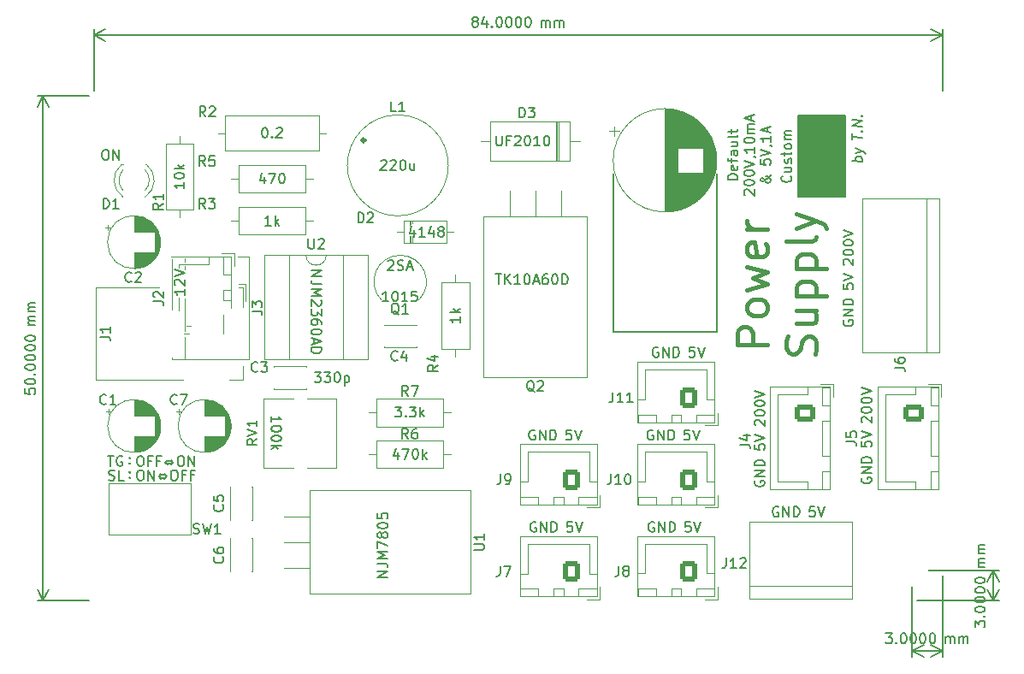
<source format=gbr>
%TF.GenerationSoftware,KiCad,Pcbnew,(7.0.0)*%
%TF.CreationDate,2023-03-22T21:09:57+09:00*%
%TF.ProjectId,NixieTubePowerSupply,4e697869-6554-4756-9265-506f77657253,rev?*%
%TF.SameCoordinates,Original*%
%TF.FileFunction,Legend,Top*%
%TF.FilePolarity,Positive*%
%FSLAX46Y46*%
G04 Gerber Fmt 4.6, Leading zero omitted, Abs format (unit mm)*
G04 Created by KiCad (PCBNEW (7.0.0)) date 2023-03-22 21:09:57*
%MOMM*%
%LPD*%
G01*
G04 APERTURE LIST*
G04 Aperture macros list*
%AMRoundRect*
0 Rectangle with rounded corners*
0 $1 Rounding radius*
0 $2 $3 $4 $5 $6 $7 $8 $9 X,Y pos of 4 corners*
0 Add a 4 corners polygon primitive as box body*
4,1,4,$2,$3,$4,$5,$6,$7,$8,$9,$2,$3,0*
0 Add four circle primitives for the rounded corners*
1,1,$1+$1,$2,$3*
1,1,$1+$1,$4,$5*
1,1,$1+$1,$6,$7*
1,1,$1+$1,$8,$9*
0 Add four rect primitives between the rounded corners*
20,1,$1+$1,$2,$3,$4,$5,0*
20,1,$1+$1,$4,$5,$6,$7,0*
20,1,$1+$1,$6,$7,$8,$9,0*
20,1,$1+$1,$8,$9,$2,$3,0*%
G04 Aperture macros list end*
%ADD10C,0.150000*%
%ADD11C,0.400000*%
%ADD12C,0.120000*%
%ADD13C,0.100000*%
%ADD14C,0.350000*%
%ADD15RoundRect,0.250000X0.600000X0.750000X-0.600000X0.750000X-0.600000X-0.750000X0.600000X-0.750000X0*%
%ADD16O,1.700000X2.000000*%
%ADD17C,1.600000*%
%ADD18O,1.600000X1.600000*%
%ADD19R,2.000000X2.000000*%
%ADD20C,2.000000*%
%ADD21C,1.524000*%
%ADD22O,3.500000X3.500000*%
%ADD23R,1.905000X2.000000*%
%ADD24O,1.905000X2.000000*%
%ADD25R,1.600000X1.600000*%
%ADD26RoundRect,0.250000X-0.725000X0.600000X-0.725000X-0.600000X0.725000X-0.600000X0.725000X0.600000X0*%
%ADD27O,1.950000X1.700000*%
%ADD28C,3.200000*%
%ADD29R,2.000000X4.600000*%
%ADD30O,2.000000X4.200000*%
%ADD31O,4.200000X2.000000*%
%ADD32R,3.000000X3.000000*%
%ADD33C,3.000000*%
%ADD34R,1.800000X1.800000*%
%ADD35C,1.800000*%
%ADD36R,2.000000X1.905000*%
%ADD37O,2.000000X1.905000*%
%ADD38C,1.440000*%
%ADD39R,2.800000X2.800000*%
%ADD40O,2.000000X1.700000*%
%ADD41R,2.400000X2.400000*%
%ADD42O,2.400000X2.400000*%
%ADD43R,1.524000X1.524000*%
%ADD44R,1.050000X1.500000*%
%ADD45O,1.050000X1.500000*%
G04 APERTURE END LIST*
D10*
X69700000Y-2000000D02*
X74400000Y-2000000D01*
X74400000Y-2000000D02*
X74400000Y-10000000D01*
X74400000Y-10000000D02*
X69700000Y-10000000D01*
X69700000Y-10000000D02*
X69700000Y-2000000D01*
G36*
X69700000Y-2000000D02*
G01*
X74400000Y-2000000D01*
X74400000Y-10000000D01*
X69700000Y-10000000D01*
X69700000Y-2000000D01*
G37*
X61700000Y-23400000D02*
X51412323Y-23400000D01*
X61700000Y-7700000D02*
X61700000Y-23400000D01*
X51412323Y-7700000D02*
X51412323Y-23400000D01*
X74230000Y-22238095D02*
X74182380Y-22333333D01*
X74182380Y-22333333D02*
X74182380Y-22476190D01*
X74182380Y-22476190D02*
X74230000Y-22619047D01*
X74230000Y-22619047D02*
X74325238Y-22714285D01*
X74325238Y-22714285D02*
X74420476Y-22761904D01*
X74420476Y-22761904D02*
X74610952Y-22809523D01*
X74610952Y-22809523D02*
X74753809Y-22809523D01*
X74753809Y-22809523D02*
X74944285Y-22761904D01*
X74944285Y-22761904D02*
X75039523Y-22714285D01*
X75039523Y-22714285D02*
X75134761Y-22619047D01*
X75134761Y-22619047D02*
X75182380Y-22476190D01*
X75182380Y-22476190D02*
X75182380Y-22380952D01*
X75182380Y-22380952D02*
X75134761Y-22238095D01*
X75134761Y-22238095D02*
X75087142Y-22190476D01*
X75087142Y-22190476D02*
X74753809Y-22190476D01*
X74753809Y-22190476D02*
X74753809Y-22380952D01*
X75182380Y-21761904D02*
X74182380Y-21761904D01*
X74182380Y-21761904D02*
X75182380Y-21190476D01*
X75182380Y-21190476D02*
X74182380Y-21190476D01*
X75182380Y-20714285D02*
X74182380Y-20714285D01*
X74182380Y-20714285D02*
X74182380Y-20476190D01*
X74182380Y-20476190D02*
X74230000Y-20333333D01*
X74230000Y-20333333D02*
X74325238Y-20238095D01*
X74325238Y-20238095D02*
X74420476Y-20190476D01*
X74420476Y-20190476D02*
X74610952Y-20142857D01*
X74610952Y-20142857D02*
X74753809Y-20142857D01*
X74753809Y-20142857D02*
X74944285Y-20190476D01*
X74944285Y-20190476D02*
X75039523Y-20238095D01*
X75039523Y-20238095D02*
X75134761Y-20333333D01*
X75134761Y-20333333D02*
X75182380Y-20476190D01*
X75182380Y-20476190D02*
X75182380Y-20714285D01*
X74182380Y-18638095D02*
X74182380Y-19114285D01*
X74182380Y-19114285D02*
X74658571Y-19161904D01*
X74658571Y-19161904D02*
X74610952Y-19114285D01*
X74610952Y-19114285D02*
X74563333Y-19019047D01*
X74563333Y-19019047D02*
X74563333Y-18780952D01*
X74563333Y-18780952D02*
X74610952Y-18685714D01*
X74610952Y-18685714D02*
X74658571Y-18638095D01*
X74658571Y-18638095D02*
X74753809Y-18590476D01*
X74753809Y-18590476D02*
X74991904Y-18590476D01*
X74991904Y-18590476D02*
X75087142Y-18638095D01*
X75087142Y-18638095D02*
X75134761Y-18685714D01*
X75134761Y-18685714D02*
X75182380Y-18780952D01*
X75182380Y-18780952D02*
X75182380Y-19019047D01*
X75182380Y-19019047D02*
X75134761Y-19114285D01*
X75134761Y-19114285D02*
X75087142Y-19161904D01*
X74182380Y-18304761D02*
X75182380Y-17971428D01*
X75182380Y-17971428D02*
X74182380Y-17638095D01*
X74277619Y-16752380D02*
X74230000Y-16704761D01*
X74230000Y-16704761D02*
X74182380Y-16609523D01*
X74182380Y-16609523D02*
X74182380Y-16371428D01*
X74182380Y-16371428D02*
X74230000Y-16276190D01*
X74230000Y-16276190D02*
X74277619Y-16228571D01*
X74277619Y-16228571D02*
X74372857Y-16180952D01*
X74372857Y-16180952D02*
X74468095Y-16180952D01*
X74468095Y-16180952D02*
X74610952Y-16228571D01*
X74610952Y-16228571D02*
X75182380Y-16799999D01*
X75182380Y-16799999D02*
X75182380Y-16180952D01*
X74182380Y-15561904D02*
X74182380Y-15466666D01*
X74182380Y-15466666D02*
X74230000Y-15371428D01*
X74230000Y-15371428D02*
X74277619Y-15323809D01*
X74277619Y-15323809D02*
X74372857Y-15276190D01*
X74372857Y-15276190D02*
X74563333Y-15228571D01*
X74563333Y-15228571D02*
X74801428Y-15228571D01*
X74801428Y-15228571D02*
X74991904Y-15276190D01*
X74991904Y-15276190D02*
X75087142Y-15323809D01*
X75087142Y-15323809D02*
X75134761Y-15371428D01*
X75134761Y-15371428D02*
X75182380Y-15466666D01*
X75182380Y-15466666D02*
X75182380Y-15561904D01*
X75182380Y-15561904D02*
X75134761Y-15657142D01*
X75134761Y-15657142D02*
X75087142Y-15704761D01*
X75087142Y-15704761D02*
X74991904Y-15752380D01*
X74991904Y-15752380D02*
X74801428Y-15799999D01*
X74801428Y-15799999D02*
X74563333Y-15799999D01*
X74563333Y-15799999D02*
X74372857Y-15752380D01*
X74372857Y-15752380D02*
X74277619Y-15704761D01*
X74277619Y-15704761D02*
X74230000Y-15657142D01*
X74230000Y-15657142D02*
X74182380Y-15561904D01*
X74182380Y-14609523D02*
X74182380Y-14514285D01*
X74182380Y-14514285D02*
X74230000Y-14419047D01*
X74230000Y-14419047D02*
X74277619Y-14371428D01*
X74277619Y-14371428D02*
X74372857Y-14323809D01*
X74372857Y-14323809D02*
X74563333Y-14276190D01*
X74563333Y-14276190D02*
X74801428Y-14276190D01*
X74801428Y-14276190D02*
X74991904Y-14323809D01*
X74991904Y-14323809D02*
X75087142Y-14371428D01*
X75087142Y-14371428D02*
X75134761Y-14419047D01*
X75134761Y-14419047D02*
X75182380Y-14514285D01*
X75182380Y-14514285D02*
X75182380Y-14609523D01*
X75182380Y-14609523D02*
X75134761Y-14704761D01*
X75134761Y-14704761D02*
X75087142Y-14752380D01*
X75087142Y-14752380D02*
X74991904Y-14799999D01*
X74991904Y-14799999D02*
X74801428Y-14847618D01*
X74801428Y-14847618D02*
X74563333Y-14847618D01*
X74563333Y-14847618D02*
X74372857Y-14799999D01*
X74372857Y-14799999D02*
X74277619Y-14752380D01*
X74277619Y-14752380D02*
X74230000Y-14704761D01*
X74230000Y-14704761D02*
X74182380Y-14609523D01*
X74182380Y-13990475D02*
X75182380Y-13657142D01*
X75182380Y-13657142D02*
X74182380Y-13323809D01*
X29109524Y-16362619D02*
X29157143Y-16315000D01*
X29157143Y-16315000D02*
X29252381Y-16267380D01*
X29252381Y-16267380D02*
X29490476Y-16267380D01*
X29490476Y-16267380D02*
X29585714Y-16315000D01*
X29585714Y-16315000D02*
X29633333Y-16362619D01*
X29633333Y-16362619D02*
X29680952Y-16457857D01*
X29680952Y-16457857D02*
X29680952Y-16553095D01*
X29680952Y-16553095D02*
X29633333Y-16695952D01*
X29633333Y-16695952D02*
X29061905Y-17267380D01*
X29061905Y-17267380D02*
X29680952Y-17267380D01*
X30061905Y-17219761D02*
X30204762Y-17267380D01*
X30204762Y-17267380D02*
X30442857Y-17267380D01*
X30442857Y-17267380D02*
X30538095Y-17219761D01*
X30538095Y-17219761D02*
X30585714Y-17172142D01*
X30585714Y-17172142D02*
X30633333Y-17076904D01*
X30633333Y-17076904D02*
X30633333Y-16981666D01*
X30633333Y-16981666D02*
X30585714Y-16886428D01*
X30585714Y-16886428D02*
X30538095Y-16838809D01*
X30538095Y-16838809D02*
X30442857Y-16791190D01*
X30442857Y-16791190D02*
X30252381Y-16743571D01*
X30252381Y-16743571D02*
X30157143Y-16695952D01*
X30157143Y-16695952D02*
X30109524Y-16648333D01*
X30109524Y-16648333D02*
X30061905Y-16553095D01*
X30061905Y-16553095D02*
X30061905Y-16457857D01*
X30061905Y-16457857D02*
X30109524Y-16362619D01*
X30109524Y-16362619D02*
X30157143Y-16315000D01*
X30157143Y-16315000D02*
X30252381Y-16267380D01*
X30252381Y-16267380D02*
X30490476Y-16267380D01*
X30490476Y-16267380D02*
X30633333Y-16315000D01*
X31014286Y-16981666D02*
X31490476Y-16981666D01*
X30919048Y-17267380D02*
X31252381Y-16267380D01*
X31252381Y-16267380D02*
X31585714Y-17267380D01*
X67761904Y-40730000D02*
X67666666Y-40682380D01*
X67666666Y-40682380D02*
X67523809Y-40682380D01*
X67523809Y-40682380D02*
X67380952Y-40730000D01*
X67380952Y-40730000D02*
X67285714Y-40825238D01*
X67285714Y-40825238D02*
X67238095Y-40920476D01*
X67238095Y-40920476D02*
X67190476Y-41110952D01*
X67190476Y-41110952D02*
X67190476Y-41253809D01*
X67190476Y-41253809D02*
X67238095Y-41444285D01*
X67238095Y-41444285D02*
X67285714Y-41539523D01*
X67285714Y-41539523D02*
X67380952Y-41634761D01*
X67380952Y-41634761D02*
X67523809Y-41682380D01*
X67523809Y-41682380D02*
X67619047Y-41682380D01*
X67619047Y-41682380D02*
X67761904Y-41634761D01*
X67761904Y-41634761D02*
X67809523Y-41587142D01*
X67809523Y-41587142D02*
X67809523Y-41253809D01*
X67809523Y-41253809D02*
X67619047Y-41253809D01*
X68238095Y-41682380D02*
X68238095Y-40682380D01*
X68238095Y-40682380D02*
X68809523Y-41682380D01*
X68809523Y-41682380D02*
X68809523Y-40682380D01*
X69285714Y-41682380D02*
X69285714Y-40682380D01*
X69285714Y-40682380D02*
X69523809Y-40682380D01*
X69523809Y-40682380D02*
X69666666Y-40730000D01*
X69666666Y-40730000D02*
X69761904Y-40825238D01*
X69761904Y-40825238D02*
X69809523Y-40920476D01*
X69809523Y-40920476D02*
X69857142Y-41110952D01*
X69857142Y-41110952D02*
X69857142Y-41253809D01*
X69857142Y-41253809D02*
X69809523Y-41444285D01*
X69809523Y-41444285D02*
X69761904Y-41539523D01*
X69761904Y-41539523D02*
X69666666Y-41634761D01*
X69666666Y-41634761D02*
X69523809Y-41682380D01*
X69523809Y-41682380D02*
X69285714Y-41682380D01*
X71361904Y-40682380D02*
X70885714Y-40682380D01*
X70885714Y-40682380D02*
X70838095Y-41158571D01*
X70838095Y-41158571D02*
X70885714Y-41110952D01*
X70885714Y-41110952D02*
X70980952Y-41063333D01*
X70980952Y-41063333D02*
X71219047Y-41063333D01*
X71219047Y-41063333D02*
X71314285Y-41110952D01*
X71314285Y-41110952D02*
X71361904Y-41158571D01*
X71361904Y-41158571D02*
X71409523Y-41253809D01*
X71409523Y-41253809D02*
X71409523Y-41491904D01*
X71409523Y-41491904D02*
X71361904Y-41587142D01*
X71361904Y-41587142D02*
X71314285Y-41634761D01*
X71314285Y-41634761D02*
X71219047Y-41682380D01*
X71219047Y-41682380D02*
X70980952Y-41682380D01*
X70980952Y-41682380D02*
X70885714Y-41634761D01*
X70885714Y-41634761D02*
X70838095Y-41587142D01*
X71695238Y-40682380D02*
X72028571Y-41682380D01*
X72028571Y-41682380D02*
X72361904Y-40682380D01*
X55861904Y-24930000D02*
X55766666Y-24882380D01*
X55766666Y-24882380D02*
X55623809Y-24882380D01*
X55623809Y-24882380D02*
X55480952Y-24930000D01*
X55480952Y-24930000D02*
X55385714Y-25025238D01*
X55385714Y-25025238D02*
X55338095Y-25120476D01*
X55338095Y-25120476D02*
X55290476Y-25310952D01*
X55290476Y-25310952D02*
X55290476Y-25453809D01*
X55290476Y-25453809D02*
X55338095Y-25644285D01*
X55338095Y-25644285D02*
X55385714Y-25739523D01*
X55385714Y-25739523D02*
X55480952Y-25834761D01*
X55480952Y-25834761D02*
X55623809Y-25882380D01*
X55623809Y-25882380D02*
X55719047Y-25882380D01*
X55719047Y-25882380D02*
X55861904Y-25834761D01*
X55861904Y-25834761D02*
X55909523Y-25787142D01*
X55909523Y-25787142D02*
X55909523Y-25453809D01*
X55909523Y-25453809D02*
X55719047Y-25453809D01*
X56338095Y-25882380D02*
X56338095Y-24882380D01*
X56338095Y-24882380D02*
X56909523Y-25882380D01*
X56909523Y-25882380D02*
X56909523Y-24882380D01*
X57385714Y-25882380D02*
X57385714Y-24882380D01*
X57385714Y-24882380D02*
X57623809Y-24882380D01*
X57623809Y-24882380D02*
X57766666Y-24930000D01*
X57766666Y-24930000D02*
X57861904Y-25025238D01*
X57861904Y-25025238D02*
X57909523Y-25120476D01*
X57909523Y-25120476D02*
X57957142Y-25310952D01*
X57957142Y-25310952D02*
X57957142Y-25453809D01*
X57957142Y-25453809D02*
X57909523Y-25644285D01*
X57909523Y-25644285D02*
X57861904Y-25739523D01*
X57861904Y-25739523D02*
X57766666Y-25834761D01*
X57766666Y-25834761D02*
X57623809Y-25882380D01*
X57623809Y-25882380D02*
X57385714Y-25882380D01*
X59461904Y-24882380D02*
X58985714Y-24882380D01*
X58985714Y-24882380D02*
X58938095Y-25358571D01*
X58938095Y-25358571D02*
X58985714Y-25310952D01*
X58985714Y-25310952D02*
X59080952Y-25263333D01*
X59080952Y-25263333D02*
X59319047Y-25263333D01*
X59319047Y-25263333D02*
X59414285Y-25310952D01*
X59414285Y-25310952D02*
X59461904Y-25358571D01*
X59461904Y-25358571D02*
X59509523Y-25453809D01*
X59509523Y-25453809D02*
X59509523Y-25691904D01*
X59509523Y-25691904D02*
X59461904Y-25787142D01*
X59461904Y-25787142D02*
X59414285Y-25834761D01*
X59414285Y-25834761D02*
X59319047Y-25882380D01*
X59319047Y-25882380D02*
X59080952Y-25882380D01*
X59080952Y-25882380D02*
X58985714Y-25834761D01*
X58985714Y-25834761D02*
X58938095Y-25787142D01*
X59795238Y-24882380D02*
X60128571Y-25882380D01*
X60128571Y-25882380D02*
X60461904Y-24882380D01*
X63747380Y-8328571D02*
X62747380Y-8328571D01*
X62747380Y-8328571D02*
X62747380Y-8090476D01*
X62747380Y-8090476D02*
X62795000Y-7947619D01*
X62795000Y-7947619D02*
X62890238Y-7852381D01*
X62890238Y-7852381D02*
X62985476Y-7804762D01*
X62985476Y-7804762D02*
X63175952Y-7757143D01*
X63175952Y-7757143D02*
X63318809Y-7757143D01*
X63318809Y-7757143D02*
X63509285Y-7804762D01*
X63509285Y-7804762D02*
X63604523Y-7852381D01*
X63604523Y-7852381D02*
X63699761Y-7947619D01*
X63699761Y-7947619D02*
X63747380Y-8090476D01*
X63747380Y-8090476D02*
X63747380Y-8328571D01*
X63699761Y-6947619D02*
X63747380Y-7042857D01*
X63747380Y-7042857D02*
X63747380Y-7233333D01*
X63747380Y-7233333D02*
X63699761Y-7328571D01*
X63699761Y-7328571D02*
X63604523Y-7376190D01*
X63604523Y-7376190D02*
X63223571Y-7376190D01*
X63223571Y-7376190D02*
X63128333Y-7328571D01*
X63128333Y-7328571D02*
X63080714Y-7233333D01*
X63080714Y-7233333D02*
X63080714Y-7042857D01*
X63080714Y-7042857D02*
X63128333Y-6947619D01*
X63128333Y-6947619D02*
X63223571Y-6900000D01*
X63223571Y-6900000D02*
X63318809Y-6900000D01*
X63318809Y-6900000D02*
X63414047Y-7376190D01*
X63080714Y-6614285D02*
X63080714Y-6233333D01*
X63747380Y-6471428D02*
X62890238Y-6471428D01*
X62890238Y-6471428D02*
X62795000Y-6423809D01*
X62795000Y-6423809D02*
X62747380Y-6328571D01*
X62747380Y-6328571D02*
X62747380Y-6233333D01*
X63747380Y-5471428D02*
X63223571Y-5471428D01*
X63223571Y-5471428D02*
X63128333Y-5519047D01*
X63128333Y-5519047D02*
X63080714Y-5614285D01*
X63080714Y-5614285D02*
X63080714Y-5804761D01*
X63080714Y-5804761D02*
X63128333Y-5899999D01*
X63699761Y-5471428D02*
X63747380Y-5566666D01*
X63747380Y-5566666D02*
X63747380Y-5804761D01*
X63747380Y-5804761D02*
X63699761Y-5899999D01*
X63699761Y-5899999D02*
X63604523Y-5947618D01*
X63604523Y-5947618D02*
X63509285Y-5947618D01*
X63509285Y-5947618D02*
X63414047Y-5899999D01*
X63414047Y-5899999D02*
X63366428Y-5804761D01*
X63366428Y-5804761D02*
X63366428Y-5566666D01*
X63366428Y-5566666D02*
X63318809Y-5471428D01*
X63080714Y-4566666D02*
X63747380Y-4566666D01*
X63080714Y-4995237D02*
X63604523Y-4995237D01*
X63604523Y-4995237D02*
X63699761Y-4947618D01*
X63699761Y-4947618D02*
X63747380Y-4852380D01*
X63747380Y-4852380D02*
X63747380Y-4709523D01*
X63747380Y-4709523D02*
X63699761Y-4614285D01*
X63699761Y-4614285D02*
X63652142Y-4566666D01*
X63747380Y-3947618D02*
X63699761Y-4042856D01*
X63699761Y-4042856D02*
X63604523Y-4090475D01*
X63604523Y-4090475D02*
X62747380Y-4090475D01*
X63080714Y-3709522D02*
X63080714Y-3328570D01*
X62747380Y-3566665D02*
X63604523Y-3566665D01*
X63604523Y-3566665D02*
X63699761Y-3519046D01*
X63699761Y-3519046D02*
X63747380Y-3423808D01*
X63747380Y-3423808D02*
X63747380Y-3328570D01*
X64462619Y-9852380D02*
X64415000Y-9804761D01*
X64415000Y-9804761D02*
X64367380Y-9709523D01*
X64367380Y-9709523D02*
X64367380Y-9471428D01*
X64367380Y-9471428D02*
X64415000Y-9376190D01*
X64415000Y-9376190D02*
X64462619Y-9328571D01*
X64462619Y-9328571D02*
X64557857Y-9280952D01*
X64557857Y-9280952D02*
X64653095Y-9280952D01*
X64653095Y-9280952D02*
X64795952Y-9328571D01*
X64795952Y-9328571D02*
X65367380Y-9899999D01*
X65367380Y-9899999D02*
X65367380Y-9280952D01*
X64367380Y-8661904D02*
X64367380Y-8566666D01*
X64367380Y-8566666D02*
X64415000Y-8471428D01*
X64415000Y-8471428D02*
X64462619Y-8423809D01*
X64462619Y-8423809D02*
X64557857Y-8376190D01*
X64557857Y-8376190D02*
X64748333Y-8328571D01*
X64748333Y-8328571D02*
X64986428Y-8328571D01*
X64986428Y-8328571D02*
X65176904Y-8376190D01*
X65176904Y-8376190D02*
X65272142Y-8423809D01*
X65272142Y-8423809D02*
X65319761Y-8471428D01*
X65319761Y-8471428D02*
X65367380Y-8566666D01*
X65367380Y-8566666D02*
X65367380Y-8661904D01*
X65367380Y-8661904D02*
X65319761Y-8757142D01*
X65319761Y-8757142D02*
X65272142Y-8804761D01*
X65272142Y-8804761D02*
X65176904Y-8852380D01*
X65176904Y-8852380D02*
X64986428Y-8899999D01*
X64986428Y-8899999D02*
X64748333Y-8899999D01*
X64748333Y-8899999D02*
X64557857Y-8852380D01*
X64557857Y-8852380D02*
X64462619Y-8804761D01*
X64462619Y-8804761D02*
X64415000Y-8757142D01*
X64415000Y-8757142D02*
X64367380Y-8661904D01*
X64367380Y-7709523D02*
X64367380Y-7614285D01*
X64367380Y-7614285D02*
X64415000Y-7519047D01*
X64415000Y-7519047D02*
X64462619Y-7471428D01*
X64462619Y-7471428D02*
X64557857Y-7423809D01*
X64557857Y-7423809D02*
X64748333Y-7376190D01*
X64748333Y-7376190D02*
X64986428Y-7376190D01*
X64986428Y-7376190D02*
X65176904Y-7423809D01*
X65176904Y-7423809D02*
X65272142Y-7471428D01*
X65272142Y-7471428D02*
X65319761Y-7519047D01*
X65319761Y-7519047D02*
X65367380Y-7614285D01*
X65367380Y-7614285D02*
X65367380Y-7709523D01*
X65367380Y-7709523D02*
X65319761Y-7804761D01*
X65319761Y-7804761D02*
X65272142Y-7852380D01*
X65272142Y-7852380D02*
X65176904Y-7899999D01*
X65176904Y-7899999D02*
X64986428Y-7947618D01*
X64986428Y-7947618D02*
X64748333Y-7947618D01*
X64748333Y-7947618D02*
X64557857Y-7899999D01*
X64557857Y-7899999D02*
X64462619Y-7852380D01*
X64462619Y-7852380D02*
X64415000Y-7804761D01*
X64415000Y-7804761D02*
X64367380Y-7709523D01*
X64367380Y-7090475D02*
X65367380Y-6757142D01*
X65367380Y-6757142D02*
X64367380Y-6423809D01*
X65319761Y-6042856D02*
X65367380Y-6042856D01*
X65367380Y-6042856D02*
X65462619Y-6090475D01*
X65462619Y-6090475D02*
X65510238Y-6138094D01*
X65367380Y-5090476D02*
X65367380Y-5661904D01*
X65367380Y-5376190D02*
X64367380Y-5376190D01*
X64367380Y-5376190D02*
X64510238Y-5471428D01*
X64510238Y-5471428D02*
X64605476Y-5566666D01*
X64605476Y-5566666D02*
X64653095Y-5661904D01*
X64367380Y-4471428D02*
X64367380Y-4376190D01*
X64367380Y-4376190D02*
X64415000Y-4280952D01*
X64415000Y-4280952D02*
X64462619Y-4233333D01*
X64462619Y-4233333D02*
X64557857Y-4185714D01*
X64557857Y-4185714D02*
X64748333Y-4138095D01*
X64748333Y-4138095D02*
X64986428Y-4138095D01*
X64986428Y-4138095D02*
X65176904Y-4185714D01*
X65176904Y-4185714D02*
X65272142Y-4233333D01*
X65272142Y-4233333D02*
X65319761Y-4280952D01*
X65319761Y-4280952D02*
X65367380Y-4376190D01*
X65367380Y-4376190D02*
X65367380Y-4471428D01*
X65367380Y-4471428D02*
X65319761Y-4566666D01*
X65319761Y-4566666D02*
X65272142Y-4614285D01*
X65272142Y-4614285D02*
X65176904Y-4661904D01*
X65176904Y-4661904D02*
X64986428Y-4709523D01*
X64986428Y-4709523D02*
X64748333Y-4709523D01*
X64748333Y-4709523D02*
X64557857Y-4661904D01*
X64557857Y-4661904D02*
X64462619Y-4614285D01*
X64462619Y-4614285D02*
X64415000Y-4566666D01*
X64415000Y-4566666D02*
X64367380Y-4471428D01*
X65367380Y-3709523D02*
X64700714Y-3709523D01*
X64795952Y-3709523D02*
X64748333Y-3661904D01*
X64748333Y-3661904D02*
X64700714Y-3566666D01*
X64700714Y-3566666D02*
X64700714Y-3423809D01*
X64700714Y-3423809D02*
X64748333Y-3328571D01*
X64748333Y-3328571D02*
X64843571Y-3280952D01*
X64843571Y-3280952D02*
X65367380Y-3280952D01*
X64843571Y-3280952D02*
X64748333Y-3233333D01*
X64748333Y-3233333D02*
X64700714Y-3138095D01*
X64700714Y-3138095D02*
X64700714Y-2995238D01*
X64700714Y-2995238D02*
X64748333Y-2899999D01*
X64748333Y-2899999D02*
X64843571Y-2852380D01*
X64843571Y-2852380D02*
X65367380Y-2852380D01*
X65081666Y-2423809D02*
X65081666Y-1947619D01*
X65367380Y-2519047D02*
X64367380Y-2185714D01*
X64367380Y-2185714D02*
X65367380Y-1852381D01*
X66987380Y-7819046D02*
X66987380Y-7866666D01*
X66987380Y-7866666D02*
X66939761Y-7961904D01*
X66939761Y-7961904D02*
X66796904Y-8104761D01*
X66796904Y-8104761D02*
X66511190Y-8342856D01*
X66511190Y-8342856D02*
X66368333Y-8438094D01*
X66368333Y-8438094D02*
X66225476Y-8485713D01*
X66225476Y-8485713D02*
X66130238Y-8485713D01*
X66130238Y-8485713D02*
X66035000Y-8438094D01*
X66035000Y-8438094D02*
X65987380Y-8342856D01*
X65987380Y-8342856D02*
X65987380Y-8295237D01*
X65987380Y-8295237D02*
X66035000Y-8199999D01*
X66035000Y-8199999D02*
X66130238Y-8152380D01*
X66130238Y-8152380D02*
X66177857Y-8152380D01*
X66177857Y-8152380D02*
X66273095Y-8199999D01*
X66273095Y-8199999D02*
X66320714Y-8247618D01*
X66320714Y-8247618D02*
X66511190Y-8533332D01*
X66511190Y-8533332D02*
X66558809Y-8580951D01*
X66558809Y-8580951D02*
X66654047Y-8628570D01*
X66654047Y-8628570D02*
X66796904Y-8628570D01*
X66796904Y-8628570D02*
X66892142Y-8580951D01*
X66892142Y-8580951D02*
X66939761Y-8533332D01*
X66939761Y-8533332D02*
X66987380Y-8438094D01*
X66987380Y-8438094D02*
X66987380Y-8295237D01*
X66987380Y-8295237D02*
X66939761Y-8199999D01*
X66939761Y-8199999D02*
X66892142Y-8152380D01*
X66892142Y-8152380D02*
X66701666Y-8009523D01*
X66701666Y-8009523D02*
X66558809Y-7961904D01*
X66558809Y-7961904D02*
X66463571Y-7961904D01*
X65987380Y-6314285D02*
X65987380Y-6790475D01*
X65987380Y-6790475D02*
X66463571Y-6838094D01*
X66463571Y-6838094D02*
X66415952Y-6790475D01*
X66415952Y-6790475D02*
X66368333Y-6695237D01*
X66368333Y-6695237D02*
X66368333Y-6457142D01*
X66368333Y-6457142D02*
X66415952Y-6361904D01*
X66415952Y-6361904D02*
X66463571Y-6314285D01*
X66463571Y-6314285D02*
X66558809Y-6266666D01*
X66558809Y-6266666D02*
X66796904Y-6266666D01*
X66796904Y-6266666D02*
X66892142Y-6314285D01*
X66892142Y-6314285D02*
X66939761Y-6361904D01*
X66939761Y-6361904D02*
X66987380Y-6457142D01*
X66987380Y-6457142D02*
X66987380Y-6695237D01*
X66987380Y-6695237D02*
X66939761Y-6790475D01*
X66939761Y-6790475D02*
X66892142Y-6838094D01*
X65987380Y-5980951D02*
X66987380Y-5647618D01*
X66987380Y-5647618D02*
X65987380Y-5314285D01*
X66939761Y-4933332D02*
X66987380Y-4933332D01*
X66987380Y-4933332D02*
X67082619Y-4980951D01*
X67082619Y-4980951D02*
X67130238Y-5028570D01*
X66987380Y-3980952D02*
X66987380Y-4552380D01*
X66987380Y-4266666D02*
X65987380Y-4266666D01*
X65987380Y-4266666D02*
X66130238Y-4361904D01*
X66130238Y-4361904D02*
X66225476Y-4457142D01*
X66225476Y-4457142D02*
X66273095Y-4552380D01*
X66701666Y-3599999D02*
X66701666Y-3123809D01*
X66987380Y-3695237D02*
X65987380Y-3361904D01*
X65987380Y-3361904D02*
X66987380Y-3028571D01*
X8982380Y-19138095D02*
X8982380Y-19709523D01*
X8982380Y-19423809D02*
X7982380Y-19423809D01*
X7982380Y-19423809D02*
X8125238Y-19519047D01*
X8125238Y-19519047D02*
X8220476Y-19614285D01*
X8220476Y-19614285D02*
X8268095Y-19709523D01*
X8077619Y-18757142D02*
X8030000Y-18709523D01*
X8030000Y-18709523D02*
X7982380Y-18614285D01*
X7982380Y-18614285D02*
X7982380Y-18376190D01*
X7982380Y-18376190D02*
X8030000Y-18280952D01*
X8030000Y-18280952D02*
X8077619Y-18233333D01*
X8077619Y-18233333D02*
X8172857Y-18185714D01*
X8172857Y-18185714D02*
X8268095Y-18185714D01*
X8268095Y-18185714D02*
X8410952Y-18233333D01*
X8410952Y-18233333D02*
X8982380Y-18804761D01*
X8982380Y-18804761D02*
X8982380Y-18185714D01*
X7982380Y-17899999D02*
X8982380Y-17566666D01*
X8982380Y-17566666D02*
X7982380Y-17233333D01*
X76067380Y-6552380D02*
X75067380Y-6427380D01*
X75448333Y-6474999D02*
X75400714Y-6373808D01*
X75400714Y-6373808D02*
X75400714Y-6183332D01*
X75400714Y-6183332D02*
X75448333Y-6094047D01*
X75448333Y-6094047D02*
X75495952Y-6052380D01*
X75495952Y-6052380D02*
X75591190Y-6016666D01*
X75591190Y-6016666D02*
X75876904Y-6052380D01*
X75876904Y-6052380D02*
X75972142Y-6111904D01*
X75972142Y-6111904D02*
X76019761Y-6165475D01*
X76019761Y-6165475D02*
X76067380Y-6266666D01*
X76067380Y-6266666D02*
X76067380Y-6457142D01*
X76067380Y-6457142D02*
X76019761Y-6546428D01*
X75400714Y-5659523D02*
X76067380Y-5504761D01*
X75400714Y-5183332D02*
X76067380Y-5504761D01*
X76067380Y-5504761D02*
X76305476Y-5629761D01*
X76305476Y-5629761D02*
X76353095Y-5683332D01*
X76353095Y-5683332D02*
X76400714Y-5784523D01*
X75067380Y-4339285D02*
X75067380Y-3767856D01*
X76067380Y-4178571D02*
X75067380Y-4053571D01*
X75972142Y-3547618D02*
X76019761Y-3505951D01*
X76019761Y-3505951D02*
X76067380Y-3559523D01*
X76067380Y-3559523D02*
X76019761Y-3601190D01*
X76019761Y-3601190D02*
X75972142Y-3547618D01*
X75972142Y-3547618D02*
X76067380Y-3559523D01*
X76067380Y-3083333D02*
X75067380Y-2958333D01*
X75067380Y-2958333D02*
X76067380Y-2511904D01*
X76067380Y-2511904D02*
X75067380Y-2386904D01*
X75972142Y-2023809D02*
X76019761Y-1982142D01*
X76019761Y-1982142D02*
X76067380Y-2035714D01*
X76067380Y-2035714D02*
X76019761Y-2077381D01*
X76019761Y-2077381D02*
X75972142Y-2023809D01*
X75972142Y-2023809D02*
X76067380Y-2035714D01*
X55461904Y-42230000D02*
X55366666Y-42182380D01*
X55366666Y-42182380D02*
X55223809Y-42182380D01*
X55223809Y-42182380D02*
X55080952Y-42230000D01*
X55080952Y-42230000D02*
X54985714Y-42325238D01*
X54985714Y-42325238D02*
X54938095Y-42420476D01*
X54938095Y-42420476D02*
X54890476Y-42610952D01*
X54890476Y-42610952D02*
X54890476Y-42753809D01*
X54890476Y-42753809D02*
X54938095Y-42944285D01*
X54938095Y-42944285D02*
X54985714Y-43039523D01*
X54985714Y-43039523D02*
X55080952Y-43134761D01*
X55080952Y-43134761D02*
X55223809Y-43182380D01*
X55223809Y-43182380D02*
X55319047Y-43182380D01*
X55319047Y-43182380D02*
X55461904Y-43134761D01*
X55461904Y-43134761D02*
X55509523Y-43087142D01*
X55509523Y-43087142D02*
X55509523Y-42753809D01*
X55509523Y-42753809D02*
X55319047Y-42753809D01*
X55938095Y-43182380D02*
X55938095Y-42182380D01*
X55938095Y-42182380D02*
X56509523Y-43182380D01*
X56509523Y-43182380D02*
X56509523Y-42182380D01*
X56985714Y-43182380D02*
X56985714Y-42182380D01*
X56985714Y-42182380D02*
X57223809Y-42182380D01*
X57223809Y-42182380D02*
X57366666Y-42230000D01*
X57366666Y-42230000D02*
X57461904Y-42325238D01*
X57461904Y-42325238D02*
X57509523Y-42420476D01*
X57509523Y-42420476D02*
X57557142Y-42610952D01*
X57557142Y-42610952D02*
X57557142Y-42753809D01*
X57557142Y-42753809D02*
X57509523Y-42944285D01*
X57509523Y-42944285D02*
X57461904Y-43039523D01*
X57461904Y-43039523D02*
X57366666Y-43134761D01*
X57366666Y-43134761D02*
X57223809Y-43182380D01*
X57223809Y-43182380D02*
X56985714Y-43182380D01*
X59061904Y-42182380D02*
X58585714Y-42182380D01*
X58585714Y-42182380D02*
X58538095Y-42658571D01*
X58538095Y-42658571D02*
X58585714Y-42610952D01*
X58585714Y-42610952D02*
X58680952Y-42563333D01*
X58680952Y-42563333D02*
X58919047Y-42563333D01*
X58919047Y-42563333D02*
X59014285Y-42610952D01*
X59014285Y-42610952D02*
X59061904Y-42658571D01*
X59061904Y-42658571D02*
X59109523Y-42753809D01*
X59109523Y-42753809D02*
X59109523Y-42991904D01*
X59109523Y-42991904D02*
X59061904Y-43087142D01*
X59061904Y-43087142D02*
X59014285Y-43134761D01*
X59014285Y-43134761D02*
X58919047Y-43182380D01*
X58919047Y-43182380D02*
X58680952Y-43182380D01*
X58680952Y-43182380D02*
X58585714Y-43134761D01*
X58585714Y-43134761D02*
X58538095Y-43087142D01*
X59395238Y-42182380D02*
X59728571Y-43182380D01*
X59728571Y-43182380D02*
X60061904Y-42182380D01*
X55361904Y-33130000D02*
X55266666Y-33082380D01*
X55266666Y-33082380D02*
X55123809Y-33082380D01*
X55123809Y-33082380D02*
X54980952Y-33130000D01*
X54980952Y-33130000D02*
X54885714Y-33225238D01*
X54885714Y-33225238D02*
X54838095Y-33320476D01*
X54838095Y-33320476D02*
X54790476Y-33510952D01*
X54790476Y-33510952D02*
X54790476Y-33653809D01*
X54790476Y-33653809D02*
X54838095Y-33844285D01*
X54838095Y-33844285D02*
X54885714Y-33939523D01*
X54885714Y-33939523D02*
X54980952Y-34034761D01*
X54980952Y-34034761D02*
X55123809Y-34082380D01*
X55123809Y-34082380D02*
X55219047Y-34082380D01*
X55219047Y-34082380D02*
X55361904Y-34034761D01*
X55361904Y-34034761D02*
X55409523Y-33987142D01*
X55409523Y-33987142D02*
X55409523Y-33653809D01*
X55409523Y-33653809D02*
X55219047Y-33653809D01*
X55838095Y-34082380D02*
X55838095Y-33082380D01*
X55838095Y-33082380D02*
X56409523Y-34082380D01*
X56409523Y-34082380D02*
X56409523Y-33082380D01*
X56885714Y-34082380D02*
X56885714Y-33082380D01*
X56885714Y-33082380D02*
X57123809Y-33082380D01*
X57123809Y-33082380D02*
X57266666Y-33130000D01*
X57266666Y-33130000D02*
X57361904Y-33225238D01*
X57361904Y-33225238D02*
X57409523Y-33320476D01*
X57409523Y-33320476D02*
X57457142Y-33510952D01*
X57457142Y-33510952D02*
X57457142Y-33653809D01*
X57457142Y-33653809D02*
X57409523Y-33844285D01*
X57409523Y-33844285D02*
X57361904Y-33939523D01*
X57361904Y-33939523D02*
X57266666Y-34034761D01*
X57266666Y-34034761D02*
X57123809Y-34082380D01*
X57123809Y-34082380D02*
X56885714Y-34082380D01*
X58961904Y-33082380D02*
X58485714Y-33082380D01*
X58485714Y-33082380D02*
X58438095Y-33558571D01*
X58438095Y-33558571D02*
X58485714Y-33510952D01*
X58485714Y-33510952D02*
X58580952Y-33463333D01*
X58580952Y-33463333D02*
X58819047Y-33463333D01*
X58819047Y-33463333D02*
X58914285Y-33510952D01*
X58914285Y-33510952D02*
X58961904Y-33558571D01*
X58961904Y-33558571D02*
X59009523Y-33653809D01*
X59009523Y-33653809D02*
X59009523Y-33891904D01*
X59009523Y-33891904D02*
X58961904Y-33987142D01*
X58961904Y-33987142D02*
X58914285Y-34034761D01*
X58914285Y-34034761D02*
X58819047Y-34082380D01*
X58819047Y-34082380D02*
X58580952Y-34082380D01*
X58580952Y-34082380D02*
X58485714Y-34034761D01*
X58485714Y-34034761D02*
X58438095Y-33987142D01*
X59295238Y-33082380D02*
X59628571Y-34082380D01*
X59628571Y-34082380D02*
X59961904Y-33082380D01*
X76030000Y-37838095D02*
X75982380Y-37933333D01*
X75982380Y-37933333D02*
X75982380Y-38076190D01*
X75982380Y-38076190D02*
X76030000Y-38219047D01*
X76030000Y-38219047D02*
X76125238Y-38314285D01*
X76125238Y-38314285D02*
X76220476Y-38361904D01*
X76220476Y-38361904D02*
X76410952Y-38409523D01*
X76410952Y-38409523D02*
X76553809Y-38409523D01*
X76553809Y-38409523D02*
X76744285Y-38361904D01*
X76744285Y-38361904D02*
X76839523Y-38314285D01*
X76839523Y-38314285D02*
X76934761Y-38219047D01*
X76934761Y-38219047D02*
X76982380Y-38076190D01*
X76982380Y-38076190D02*
X76982380Y-37980952D01*
X76982380Y-37980952D02*
X76934761Y-37838095D01*
X76934761Y-37838095D02*
X76887142Y-37790476D01*
X76887142Y-37790476D02*
X76553809Y-37790476D01*
X76553809Y-37790476D02*
X76553809Y-37980952D01*
X76982380Y-37361904D02*
X75982380Y-37361904D01*
X75982380Y-37361904D02*
X76982380Y-36790476D01*
X76982380Y-36790476D02*
X75982380Y-36790476D01*
X76982380Y-36314285D02*
X75982380Y-36314285D01*
X75982380Y-36314285D02*
X75982380Y-36076190D01*
X75982380Y-36076190D02*
X76030000Y-35933333D01*
X76030000Y-35933333D02*
X76125238Y-35838095D01*
X76125238Y-35838095D02*
X76220476Y-35790476D01*
X76220476Y-35790476D02*
X76410952Y-35742857D01*
X76410952Y-35742857D02*
X76553809Y-35742857D01*
X76553809Y-35742857D02*
X76744285Y-35790476D01*
X76744285Y-35790476D02*
X76839523Y-35838095D01*
X76839523Y-35838095D02*
X76934761Y-35933333D01*
X76934761Y-35933333D02*
X76982380Y-36076190D01*
X76982380Y-36076190D02*
X76982380Y-36314285D01*
X75982380Y-34238095D02*
X75982380Y-34714285D01*
X75982380Y-34714285D02*
X76458571Y-34761904D01*
X76458571Y-34761904D02*
X76410952Y-34714285D01*
X76410952Y-34714285D02*
X76363333Y-34619047D01*
X76363333Y-34619047D02*
X76363333Y-34380952D01*
X76363333Y-34380952D02*
X76410952Y-34285714D01*
X76410952Y-34285714D02*
X76458571Y-34238095D01*
X76458571Y-34238095D02*
X76553809Y-34190476D01*
X76553809Y-34190476D02*
X76791904Y-34190476D01*
X76791904Y-34190476D02*
X76887142Y-34238095D01*
X76887142Y-34238095D02*
X76934761Y-34285714D01*
X76934761Y-34285714D02*
X76982380Y-34380952D01*
X76982380Y-34380952D02*
X76982380Y-34619047D01*
X76982380Y-34619047D02*
X76934761Y-34714285D01*
X76934761Y-34714285D02*
X76887142Y-34761904D01*
X75982380Y-33904761D02*
X76982380Y-33571428D01*
X76982380Y-33571428D02*
X75982380Y-33238095D01*
X76077619Y-32352380D02*
X76030000Y-32304761D01*
X76030000Y-32304761D02*
X75982380Y-32209523D01*
X75982380Y-32209523D02*
X75982380Y-31971428D01*
X75982380Y-31971428D02*
X76030000Y-31876190D01*
X76030000Y-31876190D02*
X76077619Y-31828571D01*
X76077619Y-31828571D02*
X76172857Y-31780952D01*
X76172857Y-31780952D02*
X76268095Y-31780952D01*
X76268095Y-31780952D02*
X76410952Y-31828571D01*
X76410952Y-31828571D02*
X76982380Y-32399999D01*
X76982380Y-32399999D02*
X76982380Y-31780952D01*
X75982380Y-31161904D02*
X75982380Y-31066666D01*
X75982380Y-31066666D02*
X76030000Y-30971428D01*
X76030000Y-30971428D02*
X76077619Y-30923809D01*
X76077619Y-30923809D02*
X76172857Y-30876190D01*
X76172857Y-30876190D02*
X76363333Y-30828571D01*
X76363333Y-30828571D02*
X76601428Y-30828571D01*
X76601428Y-30828571D02*
X76791904Y-30876190D01*
X76791904Y-30876190D02*
X76887142Y-30923809D01*
X76887142Y-30923809D02*
X76934761Y-30971428D01*
X76934761Y-30971428D02*
X76982380Y-31066666D01*
X76982380Y-31066666D02*
X76982380Y-31161904D01*
X76982380Y-31161904D02*
X76934761Y-31257142D01*
X76934761Y-31257142D02*
X76887142Y-31304761D01*
X76887142Y-31304761D02*
X76791904Y-31352380D01*
X76791904Y-31352380D02*
X76601428Y-31399999D01*
X76601428Y-31399999D02*
X76363333Y-31399999D01*
X76363333Y-31399999D02*
X76172857Y-31352380D01*
X76172857Y-31352380D02*
X76077619Y-31304761D01*
X76077619Y-31304761D02*
X76030000Y-31257142D01*
X76030000Y-31257142D02*
X75982380Y-31161904D01*
X75982380Y-30209523D02*
X75982380Y-30114285D01*
X75982380Y-30114285D02*
X76030000Y-30019047D01*
X76030000Y-30019047D02*
X76077619Y-29971428D01*
X76077619Y-29971428D02*
X76172857Y-29923809D01*
X76172857Y-29923809D02*
X76363333Y-29876190D01*
X76363333Y-29876190D02*
X76601428Y-29876190D01*
X76601428Y-29876190D02*
X76791904Y-29923809D01*
X76791904Y-29923809D02*
X76887142Y-29971428D01*
X76887142Y-29971428D02*
X76934761Y-30019047D01*
X76934761Y-30019047D02*
X76982380Y-30114285D01*
X76982380Y-30114285D02*
X76982380Y-30209523D01*
X76982380Y-30209523D02*
X76934761Y-30304761D01*
X76934761Y-30304761D02*
X76887142Y-30352380D01*
X76887142Y-30352380D02*
X76791904Y-30399999D01*
X76791904Y-30399999D02*
X76601428Y-30447618D01*
X76601428Y-30447618D02*
X76363333Y-30447618D01*
X76363333Y-30447618D02*
X76172857Y-30399999D01*
X76172857Y-30399999D02*
X76077619Y-30352380D01*
X76077619Y-30352380D02*
X76030000Y-30304761D01*
X76030000Y-30304761D02*
X75982380Y-30209523D01*
X75982380Y-29590475D02*
X76982380Y-29257142D01*
X76982380Y-29257142D02*
X75982380Y-28923809D01*
D11*
X66672142Y-24628571D02*
X63672142Y-24628571D01*
X63672142Y-24628571D02*
X63672142Y-23485714D01*
X63672142Y-23485714D02*
X63815000Y-23199999D01*
X63815000Y-23199999D02*
X63957857Y-23057142D01*
X63957857Y-23057142D02*
X64243571Y-22914285D01*
X64243571Y-22914285D02*
X64672142Y-22914285D01*
X64672142Y-22914285D02*
X64957857Y-23057142D01*
X64957857Y-23057142D02*
X65100714Y-23199999D01*
X65100714Y-23199999D02*
X65243571Y-23485714D01*
X65243571Y-23485714D02*
X65243571Y-24628571D01*
X66672142Y-21199999D02*
X66529285Y-21485714D01*
X66529285Y-21485714D02*
X66386428Y-21628571D01*
X66386428Y-21628571D02*
X66100714Y-21771428D01*
X66100714Y-21771428D02*
X65243571Y-21771428D01*
X65243571Y-21771428D02*
X64957857Y-21628571D01*
X64957857Y-21628571D02*
X64815000Y-21485714D01*
X64815000Y-21485714D02*
X64672142Y-21199999D01*
X64672142Y-21199999D02*
X64672142Y-20771428D01*
X64672142Y-20771428D02*
X64815000Y-20485714D01*
X64815000Y-20485714D02*
X64957857Y-20342857D01*
X64957857Y-20342857D02*
X65243571Y-20199999D01*
X65243571Y-20199999D02*
X66100714Y-20199999D01*
X66100714Y-20199999D02*
X66386428Y-20342857D01*
X66386428Y-20342857D02*
X66529285Y-20485714D01*
X66529285Y-20485714D02*
X66672142Y-20771428D01*
X66672142Y-20771428D02*
X66672142Y-21199999D01*
X64672142Y-19199999D02*
X66672142Y-18628571D01*
X66672142Y-18628571D02*
X65243571Y-18057142D01*
X65243571Y-18057142D02*
X66672142Y-17485713D01*
X66672142Y-17485713D02*
X64672142Y-16914285D01*
X66529285Y-14628571D02*
X66672142Y-14914285D01*
X66672142Y-14914285D02*
X66672142Y-15485714D01*
X66672142Y-15485714D02*
X66529285Y-15771428D01*
X66529285Y-15771428D02*
X66243571Y-15914285D01*
X66243571Y-15914285D02*
X65100714Y-15914285D01*
X65100714Y-15914285D02*
X64815000Y-15771428D01*
X64815000Y-15771428D02*
X64672142Y-15485714D01*
X64672142Y-15485714D02*
X64672142Y-14914285D01*
X64672142Y-14914285D02*
X64815000Y-14628571D01*
X64815000Y-14628571D02*
X65100714Y-14485714D01*
X65100714Y-14485714D02*
X65386428Y-14485714D01*
X65386428Y-14485714D02*
X65672142Y-15914285D01*
X66672142Y-13199999D02*
X64672142Y-13199999D01*
X65243571Y-13199999D02*
X64957857Y-13057142D01*
X64957857Y-13057142D02*
X64815000Y-12914285D01*
X64815000Y-12914285D02*
X64672142Y-12628570D01*
X64672142Y-12628570D02*
X64672142Y-12342856D01*
X71389285Y-25557143D02*
X71532142Y-25128572D01*
X71532142Y-25128572D02*
X71532142Y-24414286D01*
X71532142Y-24414286D02*
X71389285Y-24128572D01*
X71389285Y-24128572D02*
X71246428Y-23985714D01*
X71246428Y-23985714D02*
X70960714Y-23842857D01*
X70960714Y-23842857D02*
X70675000Y-23842857D01*
X70675000Y-23842857D02*
X70389285Y-23985714D01*
X70389285Y-23985714D02*
X70246428Y-24128572D01*
X70246428Y-24128572D02*
X70103571Y-24414286D01*
X70103571Y-24414286D02*
X69960714Y-24985714D01*
X69960714Y-24985714D02*
X69817857Y-25271429D01*
X69817857Y-25271429D02*
X69675000Y-25414286D01*
X69675000Y-25414286D02*
X69389285Y-25557143D01*
X69389285Y-25557143D02*
X69103571Y-25557143D01*
X69103571Y-25557143D02*
X68817857Y-25414286D01*
X68817857Y-25414286D02*
X68675000Y-25271429D01*
X68675000Y-25271429D02*
X68532142Y-24985714D01*
X68532142Y-24985714D02*
X68532142Y-24271429D01*
X68532142Y-24271429D02*
X68675000Y-23842857D01*
X69532142Y-21271429D02*
X71532142Y-21271429D01*
X69532142Y-22557143D02*
X71103571Y-22557143D01*
X71103571Y-22557143D02*
X71389285Y-22414286D01*
X71389285Y-22414286D02*
X71532142Y-22128571D01*
X71532142Y-22128571D02*
X71532142Y-21700000D01*
X71532142Y-21700000D02*
X71389285Y-21414286D01*
X71389285Y-21414286D02*
X71246428Y-21271429D01*
X69532142Y-19842857D02*
X72532142Y-19842857D01*
X69675000Y-19842857D02*
X69532142Y-19557143D01*
X69532142Y-19557143D02*
X69532142Y-18985714D01*
X69532142Y-18985714D02*
X69675000Y-18700000D01*
X69675000Y-18700000D02*
X69817857Y-18557143D01*
X69817857Y-18557143D02*
X70103571Y-18414285D01*
X70103571Y-18414285D02*
X70960714Y-18414285D01*
X70960714Y-18414285D02*
X71246428Y-18557143D01*
X71246428Y-18557143D02*
X71389285Y-18700000D01*
X71389285Y-18700000D02*
X71532142Y-18985714D01*
X71532142Y-18985714D02*
X71532142Y-19557143D01*
X71532142Y-19557143D02*
X71389285Y-19842857D01*
X69532142Y-17128571D02*
X72532142Y-17128571D01*
X69675000Y-17128571D02*
X69532142Y-16842857D01*
X69532142Y-16842857D02*
X69532142Y-16271428D01*
X69532142Y-16271428D02*
X69675000Y-15985714D01*
X69675000Y-15985714D02*
X69817857Y-15842857D01*
X69817857Y-15842857D02*
X70103571Y-15699999D01*
X70103571Y-15699999D02*
X70960714Y-15699999D01*
X70960714Y-15699999D02*
X71246428Y-15842857D01*
X71246428Y-15842857D02*
X71389285Y-15985714D01*
X71389285Y-15985714D02*
X71532142Y-16271428D01*
X71532142Y-16271428D02*
X71532142Y-16842857D01*
X71532142Y-16842857D02*
X71389285Y-17128571D01*
X71532142Y-13985713D02*
X71389285Y-14271428D01*
X71389285Y-14271428D02*
X71103571Y-14414285D01*
X71103571Y-14414285D02*
X68532142Y-14414285D01*
X69532142Y-13128570D02*
X71532142Y-12414284D01*
X69532142Y-11699999D02*
X71532142Y-12414284D01*
X71532142Y-12414284D02*
X72246428Y-12699999D01*
X72246428Y-12699999D02*
X72389285Y-12842856D01*
X72389285Y-12842856D02*
X72532142Y-13128570D01*
D10*
X65455000Y-38138095D02*
X65407380Y-38233333D01*
X65407380Y-38233333D02*
X65407380Y-38376190D01*
X65407380Y-38376190D02*
X65455000Y-38519047D01*
X65455000Y-38519047D02*
X65550238Y-38614285D01*
X65550238Y-38614285D02*
X65645476Y-38661904D01*
X65645476Y-38661904D02*
X65835952Y-38709523D01*
X65835952Y-38709523D02*
X65978809Y-38709523D01*
X65978809Y-38709523D02*
X66169285Y-38661904D01*
X66169285Y-38661904D02*
X66264523Y-38614285D01*
X66264523Y-38614285D02*
X66359761Y-38519047D01*
X66359761Y-38519047D02*
X66407380Y-38376190D01*
X66407380Y-38376190D02*
X66407380Y-38280952D01*
X66407380Y-38280952D02*
X66359761Y-38138095D01*
X66359761Y-38138095D02*
X66312142Y-38090476D01*
X66312142Y-38090476D02*
X65978809Y-38090476D01*
X65978809Y-38090476D02*
X65978809Y-38280952D01*
X66407380Y-37661904D02*
X65407380Y-37661904D01*
X65407380Y-37661904D02*
X66407380Y-37090476D01*
X66407380Y-37090476D02*
X65407380Y-37090476D01*
X66407380Y-36614285D02*
X65407380Y-36614285D01*
X65407380Y-36614285D02*
X65407380Y-36376190D01*
X65407380Y-36376190D02*
X65455000Y-36233333D01*
X65455000Y-36233333D02*
X65550238Y-36138095D01*
X65550238Y-36138095D02*
X65645476Y-36090476D01*
X65645476Y-36090476D02*
X65835952Y-36042857D01*
X65835952Y-36042857D02*
X65978809Y-36042857D01*
X65978809Y-36042857D02*
X66169285Y-36090476D01*
X66169285Y-36090476D02*
X66264523Y-36138095D01*
X66264523Y-36138095D02*
X66359761Y-36233333D01*
X66359761Y-36233333D02*
X66407380Y-36376190D01*
X66407380Y-36376190D02*
X66407380Y-36614285D01*
X65407380Y-34538095D02*
X65407380Y-35014285D01*
X65407380Y-35014285D02*
X65883571Y-35061904D01*
X65883571Y-35061904D02*
X65835952Y-35014285D01*
X65835952Y-35014285D02*
X65788333Y-34919047D01*
X65788333Y-34919047D02*
X65788333Y-34680952D01*
X65788333Y-34680952D02*
X65835952Y-34585714D01*
X65835952Y-34585714D02*
X65883571Y-34538095D01*
X65883571Y-34538095D02*
X65978809Y-34490476D01*
X65978809Y-34490476D02*
X66216904Y-34490476D01*
X66216904Y-34490476D02*
X66312142Y-34538095D01*
X66312142Y-34538095D02*
X66359761Y-34585714D01*
X66359761Y-34585714D02*
X66407380Y-34680952D01*
X66407380Y-34680952D02*
X66407380Y-34919047D01*
X66407380Y-34919047D02*
X66359761Y-35014285D01*
X66359761Y-35014285D02*
X66312142Y-35061904D01*
X65407380Y-34204761D02*
X66407380Y-33871428D01*
X66407380Y-33871428D02*
X65407380Y-33538095D01*
X65502619Y-32652380D02*
X65455000Y-32604761D01*
X65455000Y-32604761D02*
X65407380Y-32509523D01*
X65407380Y-32509523D02*
X65407380Y-32271428D01*
X65407380Y-32271428D02*
X65455000Y-32176190D01*
X65455000Y-32176190D02*
X65502619Y-32128571D01*
X65502619Y-32128571D02*
X65597857Y-32080952D01*
X65597857Y-32080952D02*
X65693095Y-32080952D01*
X65693095Y-32080952D02*
X65835952Y-32128571D01*
X65835952Y-32128571D02*
X66407380Y-32699999D01*
X66407380Y-32699999D02*
X66407380Y-32080952D01*
X65407380Y-31461904D02*
X65407380Y-31366666D01*
X65407380Y-31366666D02*
X65455000Y-31271428D01*
X65455000Y-31271428D02*
X65502619Y-31223809D01*
X65502619Y-31223809D02*
X65597857Y-31176190D01*
X65597857Y-31176190D02*
X65788333Y-31128571D01*
X65788333Y-31128571D02*
X66026428Y-31128571D01*
X66026428Y-31128571D02*
X66216904Y-31176190D01*
X66216904Y-31176190D02*
X66312142Y-31223809D01*
X66312142Y-31223809D02*
X66359761Y-31271428D01*
X66359761Y-31271428D02*
X66407380Y-31366666D01*
X66407380Y-31366666D02*
X66407380Y-31461904D01*
X66407380Y-31461904D02*
X66359761Y-31557142D01*
X66359761Y-31557142D02*
X66312142Y-31604761D01*
X66312142Y-31604761D02*
X66216904Y-31652380D01*
X66216904Y-31652380D02*
X66026428Y-31699999D01*
X66026428Y-31699999D02*
X65788333Y-31699999D01*
X65788333Y-31699999D02*
X65597857Y-31652380D01*
X65597857Y-31652380D02*
X65502619Y-31604761D01*
X65502619Y-31604761D02*
X65455000Y-31557142D01*
X65455000Y-31557142D02*
X65407380Y-31461904D01*
X65407380Y-30509523D02*
X65407380Y-30414285D01*
X65407380Y-30414285D02*
X65455000Y-30319047D01*
X65455000Y-30319047D02*
X65502619Y-30271428D01*
X65502619Y-30271428D02*
X65597857Y-30223809D01*
X65597857Y-30223809D02*
X65788333Y-30176190D01*
X65788333Y-30176190D02*
X66026428Y-30176190D01*
X66026428Y-30176190D02*
X66216904Y-30223809D01*
X66216904Y-30223809D02*
X66312142Y-30271428D01*
X66312142Y-30271428D02*
X66359761Y-30319047D01*
X66359761Y-30319047D02*
X66407380Y-30414285D01*
X66407380Y-30414285D02*
X66407380Y-30509523D01*
X66407380Y-30509523D02*
X66359761Y-30604761D01*
X66359761Y-30604761D02*
X66312142Y-30652380D01*
X66312142Y-30652380D02*
X66216904Y-30699999D01*
X66216904Y-30699999D02*
X66026428Y-30747618D01*
X66026428Y-30747618D02*
X65788333Y-30747618D01*
X65788333Y-30747618D02*
X65597857Y-30699999D01*
X65597857Y-30699999D02*
X65502619Y-30652380D01*
X65502619Y-30652380D02*
X65455000Y-30604761D01*
X65455000Y-30604761D02*
X65407380Y-30509523D01*
X65407380Y-29890475D02*
X66407380Y-29557142D01*
X66407380Y-29557142D02*
X65407380Y-29223809D01*
X43661904Y-33130000D02*
X43566666Y-33082380D01*
X43566666Y-33082380D02*
X43423809Y-33082380D01*
X43423809Y-33082380D02*
X43280952Y-33130000D01*
X43280952Y-33130000D02*
X43185714Y-33225238D01*
X43185714Y-33225238D02*
X43138095Y-33320476D01*
X43138095Y-33320476D02*
X43090476Y-33510952D01*
X43090476Y-33510952D02*
X43090476Y-33653809D01*
X43090476Y-33653809D02*
X43138095Y-33844285D01*
X43138095Y-33844285D02*
X43185714Y-33939523D01*
X43185714Y-33939523D02*
X43280952Y-34034761D01*
X43280952Y-34034761D02*
X43423809Y-34082380D01*
X43423809Y-34082380D02*
X43519047Y-34082380D01*
X43519047Y-34082380D02*
X43661904Y-34034761D01*
X43661904Y-34034761D02*
X43709523Y-33987142D01*
X43709523Y-33987142D02*
X43709523Y-33653809D01*
X43709523Y-33653809D02*
X43519047Y-33653809D01*
X44138095Y-34082380D02*
X44138095Y-33082380D01*
X44138095Y-33082380D02*
X44709523Y-34082380D01*
X44709523Y-34082380D02*
X44709523Y-33082380D01*
X45185714Y-34082380D02*
X45185714Y-33082380D01*
X45185714Y-33082380D02*
X45423809Y-33082380D01*
X45423809Y-33082380D02*
X45566666Y-33130000D01*
X45566666Y-33130000D02*
X45661904Y-33225238D01*
X45661904Y-33225238D02*
X45709523Y-33320476D01*
X45709523Y-33320476D02*
X45757142Y-33510952D01*
X45757142Y-33510952D02*
X45757142Y-33653809D01*
X45757142Y-33653809D02*
X45709523Y-33844285D01*
X45709523Y-33844285D02*
X45661904Y-33939523D01*
X45661904Y-33939523D02*
X45566666Y-34034761D01*
X45566666Y-34034761D02*
X45423809Y-34082380D01*
X45423809Y-34082380D02*
X45185714Y-34082380D01*
X47261904Y-33082380D02*
X46785714Y-33082380D01*
X46785714Y-33082380D02*
X46738095Y-33558571D01*
X46738095Y-33558571D02*
X46785714Y-33510952D01*
X46785714Y-33510952D02*
X46880952Y-33463333D01*
X46880952Y-33463333D02*
X47119047Y-33463333D01*
X47119047Y-33463333D02*
X47214285Y-33510952D01*
X47214285Y-33510952D02*
X47261904Y-33558571D01*
X47261904Y-33558571D02*
X47309523Y-33653809D01*
X47309523Y-33653809D02*
X47309523Y-33891904D01*
X47309523Y-33891904D02*
X47261904Y-33987142D01*
X47261904Y-33987142D02*
X47214285Y-34034761D01*
X47214285Y-34034761D02*
X47119047Y-34082380D01*
X47119047Y-34082380D02*
X46880952Y-34082380D01*
X46880952Y-34082380D02*
X46785714Y-34034761D01*
X46785714Y-34034761D02*
X46738095Y-33987142D01*
X47595238Y-33082380D02*
X47928571Y-34082380D01*
X47928571Y-34082380D02*
X48261904Y-33082380D01*
X29157142Y-20367380D02*
X28585714Y-20367380D01*
X28871428Y-20367380D02*
X28871428Y-19367380D01*
X28871428Y-19367380D02*
X28776190Y-19510238D01*
X28776190Y-19510238D02*
X28680952Y-19605476D01*
X28680952Y-19605476D02*
X28585714Y-19653095D01*
X29776190Y-19367380D02*
X29871428Y-19367380D01*
X29871428Y-19367380D02*
X29966666Y-19415000D01*
X29966666Y-19415000D02*
X30014285Y-19462619D01*
X30014285Y-19462619D02*
X30061904Y-19557857D01*
X30061904Y-19557857D02*
X30109523Y-19748333D01*
X30109523Y-19748333D02*
X30109523Y-19986428D01*
X30109523Y-19986428D02*
X30061904Y-20176904D01*
X30061904Y-20176904D02*
X30014285Y-20272142D01*
X30014285Y-20272142D02*
X29966666Y-20319761D01*
X29966666Y-20319761D02*
X29871428Y-20367380D01*
X29871428Y-20367380D02*
X29776190Y-20367380D01*
X29776190Y-20367380D02*
X29680952Y-20319761D01*
X29680952Y-20319761D02*
X29633333Y-20272142D01*
X29633333Y-20272142D02*
X29585714Y-20176904D01*
X29585714Y-20176904D02*
X29538095Y-19986428D01*
X29538095Y-19986428D02*
X29538095Y-19748333D01*
X29538095Y-19748333D02*
X29585714Y-19557857D01*
X29585714Y-19557857D02*
X29633333Y-19462619D01*
X29633333Y-19462619D02*
X29680952Y-19415000D01*
X29680952Y-19415000D02*
X29776190Y-19367380D01*
X31061904Y-20367380D02*
X30490476Y-20367380D01*
X30776190Y-20367380D02*
X30776190Y-19367380D01*
X30776190Y-19367380D02*
X30680952Y-19510238D01*
X30680952Y-19510238D02*
X30585714Y-19605476D01*
X30585714Y-19605476D02*
X30490476Y-19653095D01*
X31966666Y-19367380D02*
X31490476Y-19367380D01*
X31490476Y-19367380D02*
X31442857Y-19843571D01*
X31442857Y-19843571D02*
X31490476Y-19795952D01*
X31490476Y-19795952D02*
X31585714Y-19748333D01*
X31585714Y-19748333D02*
X31823809Y-19748333D01*
X31823809Y-19748333D02*
X31919047Y-19795952D01*
X31919047Y-19795952D02*
X31966666Y-19843571D01*
X31966666Y-19843571D02*
X32014285Y-19938809D01*
X32014285Y-19938809D02*
X32014285Y-20176904D01*
X32014285Y-20176904D02*
X31966666Y-20272142D01*
X31966666Y-20272142D02*
X31919047Y-20319761D01*
X31919047Y-20319761D02*
X31823809Y-20367380D01*
X31823809Y-20367380D02*
X31585714Y-20367380D01*
X31585714Y-20367380D02*
X31490476Y-20319761D01*
X31490476Y-20319761D02*
X31442857Y-20272142D01*
X1395238Y-35682380D02*
X1966666Y-35682380D01*
X1680952Y-36682380D02*
X1680952Y-35682380D01*
X2823809Y-35730000D02*
X2728571Y-35682380D01*
X2728571Y-35682380D02*
X2585714Y-35682380D01*
X2585714Y-35682380D02*
X2442857Y-35730000D01*
X2442857Y-35730000D02*
X2347619Y-35825238D01*
X2347619Y-35825238D02*
X2300000Y-35920476D01*
X2300000Y-35920476D02*
X2252381Y-36110952D01*
X2252381Y-36110952D02*
X2252381Y-36253809D01*
X2252381Y-36253809D02*
X2300000Y-36444285D01*
X2300000Y-36444285D02*
X2347619Y-36539523D01*
X2347619Y-36539523D02*
X2442857Y-36634761D01*
X2442857Y-36634761D02*
X2585714Y-36682380D01*
X2585714Y-36682380D02*
X2680952Y-36682380D01*
X2680952Y-36682380D02*
X2823809Y-36634761D01*
X2823809Y-36634761D02*
X2871428Y-36587142D01*
X2871428Y-36587142D02*
X2871428Y-36253809D01*
X2871428Y-36253809D02*
X2680952Y-36253809D01*
X3585714Y-36349047D02*
X3633333Y-36396666D01*
X3633333Y-36396666D02*
X3585714Y-36444285D01*
X3585714Y-36444285D02*
X3538095Y-36396666D01*
X3538095Y-36396666D02*
X3585714Y-36349047D01*
X3585714Y-36349047D02*
X3585714Y-36444285D01*
X3585714Y-35825238D02*
X3633333Y-35872857D01*
X3633333Y-35872857D02*
X3585714Y-35920476D01*
X3585714Y-35920476D02*
X3538095Y-35872857D01*
X3538095Y-35872857D02*
X3585714Y-35825238D01*
X3585714Y-35825238D02*
X3585714Y-35920476D01*
X4538095Y-35682380D02*
X4728571Y-35682380D01*
X4728571Y-35682380D02*
X4823809Y-35730000D01*
X4823809Y-35730000D02*
X4919047Y-35825238D01*
X4919047Y-35825238D02*
X4966666Y-36015714D01*
X4966666Y-36015714D02*
X4966666Y-36349047D01*
X4966666Y-36349047D02*
X4919047Y-36539523D01*
X4919047Y-36539523D02*
X4823809Y-36634761D01*
X4823809Y-36634761D02*
X4728571Y-36682380D01*
X4728571Y-36682380D02*
X4538095Y-36682380D01*
X4538095Y-36682380D02*
X4442857Y-36634761D01*
X4442857Y-36634761D02*
X4347619Y-36539523D01*
X4347619Y-36539523D02*
X4300000Y-36349047D01*
X4300000Y-36349047D02*
X4300000Y-36015714D01*
X4300000Y-36015714D02*
X4347619Y-35825238D01*
X4347619Y-35825238D02*
X4442857Y-35730000D01*
X4442857Y-35730000D02*
X4538095Y-35682380D01*
X5728571Y-36158571D02*
X5395238Y-36158571D01*
X5395238Y-36682380D02*
X5395238Y-35682380D01*
X5395238Y-35682380D02*
X5871428Y-35682380D01*
X6585714Y-36158571D02*
X6252381Y-36158571D01*
X6252381Y-36682380D02*
X6252381Y-35682380D01*
X6252381Y-35682380D02*
X6728571Y-35682380D01*
X7252381Y-36444285D02*
X7728571Y-36444285D01*
X7252381Y-36158571D02*
X7728571Y-36158571D01*
X7347619Y-36539523D02*
X7109524Y-36301428D01*
X7109524Y-36301428D02*
X7347619Y-36063333D01*
X7633333Y-36063333D02*
X7871429Y-36301428D01*
X7871429Y-36301428D02*
X7633333Y-36539523D01*
X8538095Y-35682380D02*
X8728571Y-35682380D01*
X8728571Y-35682380D02*
X8823809Y-35730000D01*
X8823809Y-35730000D02*
X8919047Y-35825238D01*
X8919047Y-35825238D02*
X8966666Y-36015714D01*
X8966666Y-36015714D02*
X8966666Y-36349047D01*
X8966666Y-36349047D02*
X8919047Y-36539523D01*
X8919047Y-36539523D02*
X8823809Y-36634761D01*
X8823809Y-36634761D02*
X8728571Y-36682380D01*
X8728571Y-36682380D02*
X8538095Y-36682380D01*
X8538095Y-36682380D02*
X8442857Y-36634761D01*
X8442857Y-36634761D02*
X8347619Y-36539523D01*
X8347619Y-36539523D02*
X8300000Y-36349047D01*
X8300000Y-36349047D02*
X8300000Y-36015714D01*
X8300000Y-36015714D02*
X8347619Y-35825238D01*
X8347619Y-35825238D02*
X8442857Y-35730000D01*
X8442857Y-35730000D02*
X8538095Y-35682380D01*
X9395238Y-36682380D02*
X9395238Y-35682380D01*
X9395238Y-35682380D02*
X9966666Y-36682380D01*
X9966666Y-36682380D02*
X9966666Y-35682380D01*
X68972142Y-7952381D02*
X69019761Y-8000000D01*
X69019761Y-8000000D02*
X69067380Y-8142857D01*
X69067380Y-8142857D02*
X69067380Y-8238095D01*
X69067380Y-8238095D02*
X69019761Y-8380952D01*
X69019761Y-8380952D02*
X68924523Y-8476190D01*
X68924523Y-8476190D02*
X68829285Y-8523809D01*
X68829285Y-8523809D02*
X68638809Y-8571428D01*
X68638809Y-8571428D02*
X68495952Y-8571428D01*
X68495952Y-8571428D02*
X68305476Y-8523809D01*
X68305476Y-8523809D02*
X68210238Y-8476190D01*
X68210238Y-8476190D02*
X68115000Y-8380952D01*
X68115000Y-8380952D02*
X68067380Y-8238095D01*
X68067380Y-8238095D02*
X68067380Y-8142857D01*
X68067380Y-8142857D02*
X68115000Y-8000000D01*
X68115000Y-8000000D02*
X68162619Y-7952381D01*
X68400714Y-7095238D02*
X69067380Y-7095238D01*
X68400714Y-7523809D02*
X68924523Y-7523809D01*
X68924523Y-7523809D02*
X69019761Y-7476190D01*
X69019761Y-7476190D02*
X69067380Y-7380952D01*
X69067380Y-7380952D02*
X69067380Y-7238095D01*
X69067380Y-7238095D02*
X69019761Y-7142857D01*
X69019761Y-7142857D02*
X68972142Y-7095238D01*
X69019761Y-6666666D02*
X69067380Y-6571428D01*
X69067380Y-6571428D02*
X69067380Y-6380952D01*
X69067380Y-6380952D02*
X69019761Y-6285714D01*
X69019761Y-6285714D02*
X68924523Y-6238095D01*
X68924523Y-6238095D02*
X68876904Y-6238095D01*
X68876904Y-6238095D02*
X68781666Y-6285714D01*
X68781666Y-6285714D02*
X68734047Y-6380952D01*
X68734047Y-6380952D02*
X68734047Y-6523809D01*
X68734047Y-6523809D02*
X68686428Y-6619047D01*
X68686428Y-6619047D02*
X68591190Y-6666666D01*
X68591190Y-6666666D02*
X68543571Y-6666666D01*
X68543571Y-6666666D02*
X68448333Y-6619047D01*
X68448333Y-6619047D02*
X68400714Y-6523809D01*
X68400714Y-6523809D02*
X68400714Y-6380952D01*
X68400714Y-6380952D02*
X68448333Y-6285714D01*
X68400714Y-5952380D02*
X68400714Y-5571428D01*
X68067380Y-5809523D02*
X68924523Y-5809523D01*
X68924523Y-5809523D02*
X69019761Y-5761904D01*
X69019761Y-5761904D02*
X69067380Y-5666666D01*
X69067380Y-5666666D02*
X69067380Y-5571428D01*
X69067380Y-5095237D02*
X69019761Y-5190475D01*
X69019761Y-5190475D02*
X68972142Y-5238094D01*
X68972142Y-5238094D02*
X68876904Y-5285713D01*
X68876904Y-5285713D02*
X68591190Y-5285713D01*
X68591190Y-5285713D02*
X68495952Y-5238094D01*
X68495952Y-5238094D02*
X68448333Y-5190475D01*
X68448333Y-5190475D02*
X68400714Y-5095237D01*
X68400714Y-5095237D02*
X68400714Y-4952380D01*
X68400714Y-4952380D02*
X68448333Y-4857142D01*
X68448333Y-4857142D02*
X68495952Y-4809523D01*
X68495952Y-4809523D02*
X68591190Y-4761904D01*
X68591190Y-4761904D02*
X68876904Y-4761904D01*
X68876904Y-4761904D02*
X68972142Y-4809523D01*
X68972142Y-4809523D02*
X69019761Y-4857142D01*
X69019761Y-4857142D02*
X69067380Y-4952380D01*
X69067380Y-4952380D02*
X69067380Y-5095237D01*
X69067380Y-4333332D02*
X68400714Y-4333332D01*
X68495952Y-4333332D02*
X68448333Y-4285713D01*
X68448333Y-4285713D02*
X68400714Y-4190475D01*
X68400714Y-4190475D02*
X68400714Y-4047618D01*
X68400714Y-4047618D02*
X68448333Y-3952380D01*
X68448333Y-3952380D02*
X68543571Y-3904761D01*
X68543571Y-3904761D02*
X69067380Y-3904761D01*
X68543571Y-3904761D02*
X68448333Y-3857142D01*
X68448333Y-3857142D02*
X68400714Y-3761904D01*
X68400714Y-3761904D02*
X68400714Y-3619047D01*
X68400714Y-3619047D02*
X68448333Y-3523808D01*
X68448333Y-3523808D02*
X68543571Y-3476189D01*
X68543571Y-3476189D02*
X69067380Y-3476189D01*
X43761904Y-42230000D02*
X43666666Y-42182380D01*
X43666666Y-42182380D02*
X43523809Y-42182380D01*
X43523809Y-42182380D02*
X43380952Y-42230000D01*
X43380952Y-42230000D02*
X43285714Y-42325238D01*
X43285714Y-42325238D02*
X43238095Y-42420476D01*
X43238095Y-42420476D02*
X43190476Y-42610952D01*
X43190476Y-42610952D02*
X43190476Y-42753809D01*
X43190476Y-42753809D02*
X43238095Y-42944285D01*
X43238095Y-42944285D02*
X43285714Y-43039523D01*
X43285714Y-43039523D02*
X43380952Y-43134761D01*
X43380952Y-43134761D02*
X43523809Y-43182380D01*
X43523809Y-43182380D02*
X43619047Y-43182380D01*
X43619047Y-43182380D02*
X43761904Y-43134761D01*
X43761904Y-43134761D02*
X43809523Y-43087142D01*
X43809523Y-43087142D02*
X43809523Y-42753809D01*
X43809523Y-42753809D02*
X43619047Y-42753809D01*
X44238095Y-43182380D02*
X44238095Y-42182380D01*
X44238095Y-42182380D02*
X44809523Y-43182380D01*
X44809523Y-43182380D02*
X44809523Y-42182380D01*
X45285714Y-43182380D02*
X45285714Y-42182380D01*
X45285714Y-42182380D02*
X45523809Y-42182380D01*
X45523809Y-42182380D02*
X45666666Y-42230000D01*
X45666666Y-42230000D02*
X45761904Y-42325238D01*
X45761904Y-42325238D02*
X45809523Y-42420476D01*
X45809523Y-42420476D02*
X45857142Y-42610952D01*
X45857142Y-42610952D02*
X45857142Y-42753809D01*
X45857142Y-42753809D02*
X45809523Y-42944285D01*
X45809523Y-42944285D02*
X45761904Y-43039523D01*
X45761904Y-43039523D02*
X45666666Y-43134761D01*
X45666666Y-43134761D02*
X45523809Y-43182380D01*
X45523809Y-43182380D02*
X45285714Y-43182380D01*
X47361904Y-42182380D02*
X46885714Y-42182380D01*
X46885714Y-42182380D02*
X46838095Y-42658571D01*
X46838095Y-42658571D02*
X46885714Y-42610952D01*
X46885714Y-42610952D02*
X46980952Y-42563333D01*
X46980952Y-42563333D02*
X47219047Y-42563333D01*
X47219047Y-42563333D02*
X47314285Y-42610952D01*
X47314285Y-42610952D02*
X47361904Y-42658571D01*
X47361904Y-42658571D02*
X47409523Y-42753809D01*
X47409523Y-42753809D02*
X47409523Y-42991904D01*
X47409523Y-42991904D02*
X47361904Y-43087142D01*
X47361904Y-43087142D02*
X47314285Y-43134761D01*
X47314285Y-43134761D02*
X47219047Y-43182380D01*
X47219047Y-43182380D02*
X46980952Y-43182380D01*
X46980952Y-43182380D02*
X46885714Y-43134761D01*
X46885714Y-43134761D02*
X46838095Y-43087142D01*
X47695238Y-42182380D02*
X48028571Y-43182380D01*
X48028571Y-43182380D02*
X48361904Y-42182380D01*
X1490476Y-38034761D02*
X1633333Y-38082380D01*
X1633333Y-38082380D02*
X1871428Y-38082380D01*
X1871428Y-38082380D02*
X1966666Y-38034761D01*
X1966666Y-38034761D02*
X2014285Y-37987142D01*
X2014285Y-37987142D02*
X2061904Y-37891904D01*
X2061904Y-37891904D02*
X2061904Y-37796666D01*
X2061904Y-37796666D02*
X2014285Y-37701428D01*
X2014285Y-37701428D02*
X1966666Y-37653809D01*
X1966666Y-37653809D02*
X1871428Y-37606190D01*
X1871428Y-37606190D02*
X1680952Y-37558571D01*
X1680952Y-37558571D02*
X1585714Y-37510952D01*
X1585714Y-37510952D02*
X1538095Y-37463333D01*
X1538095Y-37463333D02*
X1490476Y-37368095D01*
X1490476Y-37368095D02*
X1490476Y-37272857D01*
X1490476Y-37272857D02*
X1538095Y-37177619D01*
X1538095Y-37177619D02*
X1585714Y-37130000D01*
X1585714Y-37130000D02*
X1680952Y-37082380D01*
X1680952Y-37082380D02*
X1919047Y-37082380D01*
X1919047Y-37082380D02*
X2061904Y-37130000D01*
X2966666Y-38082380D02*
X2490476Y-38082380D01*
X2490476Y-38082380D02*
X2490476Y-37082380D01*
X3585714Y-37749047D02*
X3633333Y-37796666D01*
X3633333Y-37796666D02*
X3585714Y-37844285D01*
X3585714Y-37844285D02*
X3538095Y-37796666D01*
X3538095Y-37796666D02*
X3585714Y-37749047D01*
X3585714Y-37749047D02*
X3585714Y-37844285D01*
X3585714Y-37225238D02*
X3633333Y-37272857D01*
X3633333Y-37272857D02*
X3585714Y-37320476D01*
X3585714Y-37320476D02*
X3538095Y-37272857D01*
X3538095Y-37272857D02*
X3585714Y-37225238D01*
X3585714Y-37225238D02*
X3585714Y-37320476D01*
X4538095Y-37082380D02*
X4728571Y-37082380D01*
X4728571Y-37082380D02*
X4823809Y-37130000D01*
X4823809Y-37130000D02*
X4919047Y-37225238D01*
X4919047Y-37225238D02*
X4966666Y-37415714D01*
X4966666Y-37415714D02*
X4966666Y-37749047D01*
X4966666Y-37749047D02*
X4919047Y-37939523D01*
X4919047Y-37939523D02*
X4823809Y-38034761D01*
X4823809Y-38034761D02*
X4728571Y-38082380D01*
X4728571Y-38082380D02*
X4538095Y-38082380D01*
X4538095Y-38082380D02*
X4442857Y-38034761D01*
X4442857Y-38034761D02*
X4347619Y-37939523D01*
X4347619Y-37939523D02*
X4300000Y-37749047D01*
X4300000Y-37749047D02*
X4300000Y-37415714D01*
X4300000Y-37415714D02*
X4347619Y-37225238D01*
X4347619Y-37225238D02*
X4442857Y-37130000D01*
X4442857Y-37130000D02*
X4538095Y-37082380D01*
X5395238Y-38082380D02*
X5395238Y-37082380D01*
X5395238Y-37082380D02*
X5966666Y-38082380D01*
X5966666Y-38082380D02*
X5966666Y-37082380D01*
X6585714Y-37844285D02*
X7061904Y-37844285D01*
X6585714Y-37558571D02*
X7061904Y-37558571D01*
X6680952Y-37939523D02*
X6442857Y-37701428D01*
X6442857Y-37701428D02*
X6680952Y-37463333D01*
X6966666Y-37463333D02*
X7204762Y-37701428D01*
X7204762Y-37701428D02*
X6966666Y-37939523D01*
X7871428Y-37082380D02*
X8061904Y-37082380D01*
X8061904Y-37082380D02*
X8157142Y-37130000D01*
X8157142Y-37130000D02*
X8252380Y-37225238D01*
X8252380Y-37225238D02*
X8299999Y-37415714D01*
X8299999Y-37415714D02*
X8299999Y-37749047D01*
X8299999Y-37749047D02*
X8252380Y-37939523D01*
X8252380Y-37939523D02*
X8157142Y-38034761D01*
X8157142Y-38034761D02*
X8061904Y-38082380D01*
X8061904Y-38082380D02*
X7871428Y-38082380D01*
X7871428Y-38082380D02*
X7776190Y-38034761D01*
X7776190Y-38034761D02*
X7680952Y-37939523D01*
X7680952Y-37939523D02*
X7633333Y-37749047D01*
X7633333Y-37749047D02*
X7633333Y-37415714D01*
X7633333Y-37415714D02*
X7680952Y-37225238D01*
X7680952Y-37225238D02*
X7776190Y-37130000D01*
X7776190Y-37130000D02*
X7871428Y-37082380D01*
X9061904Y-37558571D02*
X8728571Y-37558571D01*
X8728571Y-38082380D02*
X8728571Y-37082380D01*
X8728571Y-37082380D02*
X9204761Y-37082380D01*
X9919047Y-37558571D02*
X9585714Y-37558571D01*
X9585714Y-38082380D02*
X9585714Y-37082380D01*
X9585714Y-37082380D02*
X10061904Y-37082380D01*
X78390477Y-53217380D02*
X79009524Y-53217380D01*
X79009524Y-53217380D02*
X78676191Y-53598333D01*
X78676191Y-53598333D02*
X78819048Y-53598333D01*
X78819048Y-53598333D02*
X78914286Y-53645952D01*
X78914286Y-53645952D02*
X78961905Y-53693571D01*
X78961905Y-53693571D02*
X79009524Y-53788809D01*
X79009524Y-53788809D02*
X79009524Y-54026904D01*
X79009524Y-54026904D02*
X78961905Y-54122142D01*
X78961905Y-54122142D02*
X78914286Y-54169761D01*
X78914286Y-54169761D02*
X78819048Y-54217380D01*
X78819048Y-54217380D02*
X78533334Y-54217380D01*
X78533334Y-54217380D02*
X78438096Y-54169761D01*
X78438096Y-54169761D02*
X78390477Y-54122142D01*
X79438096Y-54122142D02*
X79485715Y-54169761D01*
X79485715Y-54169761D02*
X79438096Y-54217380D01*
X79438096Y-54217380D02*
X79390477Y-54169761D01*
X79390477Y-54169761D02*
X79438096Y-54122142D01*
X79438096Y-54122142D02*
X79438096Y-54217380D01*
X80104762Y-53217380D02*
X80200000Y-53217380D01*
X80200000Y-53217380D02*
X80295238Y-53265000D01*
X80295238Y-53265000D02*
X80342857Y-53312619D01*
X80342857Y-53312619D02*
X80390476Y-53407857D01*
X80390476Y-53407857D02*
X80438095Y-53598333D01*
X80438095Y-53598333D02*
X80438095Y-53836428D01*
X80438095Y-53836428D02*
X80390476Y-54026904D01*
X80390476Y-54026904D02*
X80342857Y-54122142D01*
X80342857Y-54122142D02*
X80295238Y-54169761D01*
X80295238Y-54169761D02*
X80200000Y-54217380D01*
X80200000Y-54217380D02*
X80104762Y-54217380D01*
X80104762Y-54217380D02*
X80009524Y-54169761D01*
X80009524Y-54169761D02*
X79961905Y-54122142D01*
X79961905Y-54122142D02*
X79914286Y-54026904D01*
X79914286Y-54026904D02*
X79866667Y-53836428D01*
X79866667Y-53836428D02*
X79866667Y-53598333D01*
X79866667Y-53598333D02*
X79914286Y-53407857D01*
X79914286Y-53407857D02*
X79961905Y-53312619D01*
X79961905Y-53312619D02*
X80009524Y-53265000D01*
X80009524Y-53265000D02*
X80104762Y-53217380D01*
X81057143Y-53217380D02*
X81152381Y-53217380D01*
X81152381Y-53217380D02*
X81247619Y-53265000D01*
X81247619Y-53265000D02*
X81295238Y-53312619D01*
X81295238Y-53312619D02*
X81342857Y-53407857D01*
X81342857Y-53407857D02*
X81390476Y-53598333D01*
X81390476Y-53598333D02*
X81390476Y-53836428D01*
X81390476Y-53836428D02*
X81342857Y-54026904D01*
X81342857Y-54026904D02*
X81295238Y-54122142D01*
X81295238Y-54122142D02*
X81247619Y-54169761D01*
X81247619Y-54169761D02*
X81152381Y-54217380D01*
X81152381Y-54217380D02*
X81057143Y-54217380D01*
X81057143Y-54217380D02*
X80961905Y-54169761D01*
X80961905Y-54169761D02*
X80914286Y-54122142D01*
X80914286Y-54122142D02*
X80866667Y-54026904D01*
X80866667Y-54026904D02*
X80819048Y-53836428D01*
X80819048Y-53836428D02*
X80819048Y-53598333D01*
X80819048Y-53598333D02*
X80866667Y-53407857D01*
X80866667Y-53407857D02*
X80914286Y-53312619D01*
X80914286Y-53312619D02*
X80961905Y-53265000D01*
X80961905Y-53265000D02*
X81057143Y-53217380D01*
X82009524Y-53217380D02*
X82104762Y-53217380D01*
X82104762Y-53217380D02*
X82200000Y-53265000D01*
X82200000Y-53265000D02*
X82247619Y-53312619D01*
X82247619Y-53312619D02*
X82295238Y-53407857D01*
X82295238Y-53407857D02*
X82342857Y-53598333D01*
X82342857Y-53598333D02*
X82342857Y-53836428D01*
X82342857Y-53836428D02*
X82295238Y-54026904D01*
X82295238Y-54026904D02*
X82247619Y-54122142D01*
X82247619Y-54122142D02*
X82200000Y-54169761D01*
X82200000Y-54169761D02*
X82104762Y-54217380D01*
X82104762Y-54217380D02*
X82009524Y-54217380D01*
X82009524Y-54217380D02*
X81914286Y-54169761D01*
X81914286Y-54169761D02*
X81866667Y-54122142D01*
X81866667Y-54122142D02*
X81819048Y-54026904D01*
X81819048Y-54026904D02*
X81771429Y-53836428D01*
X81771429Y-53836428D02*
X81771429Y-53598333D01*
X81771429Y-53598333D02*
X81819048Y-53407857D01*
X81819048Y-53407857D02*
X81866667Y-53312619D01*
X81866667Y-53312619D02*
X81914286Y-53265000D01*
X81914286Y-53265000D02*
X82009524Y-53217380D01*
X82961905Y-53217380D02*
X83057143Y-53217380D01*
X83057143Y-53217380D02*
X83152381Y-53265000D01*
X83152381Y-53265000D02*
X83200000Y-53312619D01*
X83200000Y-53312619D02*
X83247619Y-53407857D01*
X83247619Y-53407857D02*
X83295238Y-53598333D01*
X83295238Y-53598333D02*
X83295238Y-53836428D01*
X83295238Y-53836428D02*
X83247619Y-54026904D01*
X83247619Y-54026904D02*
X83200000Y-54122142D01*
X83200000Y-54122142D02*
X83152381Y-54169761D01*
X83152381Y-54169761D02*
X83057143Y-54217380D01*
X83057143Y-54217380D02*
X82961905Y-54217380D01*
X82961905Y-54217380D02*
X82866667Y-54169761D01*
X82866667Y-54169761D02*
X82819048Y-54122142D01*
X82819048Y-54122142D02*
X82771429Y-54026904D01*
X82771429Y-54026904D02*
X82723810Y-53836428D01*
X82723810Y-53836428D02*
X82723810Y-53598333D01*
X82723810Y-53598333D02*
X82771429Y-53407857D01*
X82771429Y-53407857D02*
X82819048Y-53312619D01*
X82819048Y-53312619D02*
X82866667Y-53265000D01*
X82866667Y-53265000D02*
X82961905Y-53217380D01*
X84323810Y-54217380D02*
X84323810Y-53550714D01*
X84323810Y-53645952D02*
X84371429Y-53598333D01*
X84371429Y-53598333D02*
X84466667Y-53550714D01*
X84466667Y-53550714D02*
X84609524Y-53550714D01*
X84609524Y-53550714D02*
X84704762Y-53598333D01*
X84704762Y-53598333D02*
X84752381Y-53693571D01*
X84752381Y-53693571D02*
X84752381Y-54217380D01*
X84752381Y-53693571D02*
X84800000Y-53598333D01*
X84800000Y-53598333D02*
X84895238Y-53550714D01*
X84895238Y-53550714D02*
X85038095Y-53550714D01*
X85038095Y-53550714D02*
X85133334Y-53598333D01*
X85133334Y-53598333D02*
X85180953Y-53693571D01*
X85180953Y-53693571D02*
X85180953Y-54217380D01*
X85657143Y-54217380D02*
X85657143Y-53550714D01*
X85657143Y-53645952D02*
X85704762Y-53598333D01*
X85704762Y-53598333D02*
X85800000Y-53550714D01*
X85800000Y-53550714D02*
X85942857Y-53550714D01*
X85942857Y-53550714D02*
X86038095Y-53598333D01*
X86038095Y-53598333D02*
X86085714Y-53693571D01*
X86085714Y-53693571D02*
X86085714Y-54217380D01*
X86085714Y-53693571D02*
X86133333Y-53598333D01*
X86133333Y-53598333D02*
X86228571Y-53550714D01*
X86228571Y-53550714D02*
X86371428Y-53550714D01*
X86371428Y-53550714D02*
X86466667Y-53598333D01*
X86466667Y-53598333D02*
X86514286Y-53693571D01*
X86514286Y-53693571D02*
X86514286Y-54217380D01*
X81000000Y-47500000D02*
X81000000Y-55586420D01*
X84000000Y-47500000D02*
X84000000Y-55586420D01*
X81000000Y-55000000D02*
X84000000Y-55000000D01*
X81000000Y-55000000D02*
X84000000Y-55000000D01*
X81000000Y-55000000D02*
X82126504Y-54413579D01*
X81000000Y-55000000D02*
X82126504Y-55586421D01*
X84000000Y-55000000D02*
X82873496Y-55586421D01*
X84000000Y-55000000D02*
X82873496Y-54413579D01*
X37652381Y7354047D02*
X37557143Y7401666D01*
X37557143Y7401666D02*
X37509524Y7449285D01*
X37509524Y7449285D02*
X37461905Y7544523D01*
X37461905Y7544523D02*
X37461905Y7592142D01*
X37461905Y7592142D02*
X37509524Y7687380D01*
X37509524Y7687380D02*
X37557143Y7735000D01*
X37557143Y7735000D02*
X37652381Y7782619D01*
X37652381Y7782619D02*
X37842857Y7782619D01*
X37842857Y7782619D02*
X37938095Y7735000D01*
X37938095Y7735000D02*
X37985714Y7687380D01*
X37985714Y7687380D02*
X38033333Y7592142D01*
X38033333Y7592142D02*
X38033333Y7544523D01*
X38033333Y7544523D02*
X37985714Y7449285D01*
X37985714Y7449285D02*
X37938095Y7401666D01*
X37938095Y7401666D02*
X37842857Y7354047D01*
X37842857Y7354047D02*
X37652381Y7354047D01*
X37652381Y7354047D02*
X37557143Y7306428D01*
X37557143Y7306428D02*
X37509524Y7258809D01*
X37509524Y7258809D02*
X37461905Y7163571D01*
X37461905Y7163571D02*
X37461905Y6973095D01*
X37461905Y6973095D02*
X37509524Y6877857D01*
X37509524Y6877857D02*
X37557143Y6830238D01*
X37557143Y6830238D02*
X37652381Y6782619D01*
X37652381Y6782619D02*
X37842857Y6782619D01*
X37842857Y6782619D02*
X37938095Y6830238D01*
X37938095Y6830238D02*
X37985714Y6877857D01*
X37985714Y6877857D02*
X38033333Y6973095D01*
X38033333Y6973095D02*
X38033333Y7163571D01*
X38033333Y7163571D02*
X37985714Y7258809D01*
X37985714Y7258809D02*
X37938095Y7306428D01*
X37938095Y7306428D02*
X37842857Y7354047D01*
X38890476Y7449285D02*
X38890476Y6782619D01*
X38652381Y7830238D02*
X38414286Y7115952D01*
X38414286Y7115952D02*
X39033333Y7115952D01*
X39414286Y6877857D02*
X39461905Y6830238D01*
X39461905Y6830238D02*
X39414286Y6782619D01*
X39414286Y6782619D02*
X39366667Y6830238D01*
X39366667Y6830238D02*
X39414286Y6877857D01*
X39414286Y6877857D02*
X39414286Y6782619D01*
X40080952Y7782619D02*
X40176190Y7782619D01*
X40176190Y7782619D02*
X40271428Y7735000D01*
X40271428Y7735000D02*
X40319047Y7687380D01*
X40319047Y7687380D02*
X40366666Y7592142D01*
X40366666Y7592142D02*
X40414285Y7401666D01*
X40414285Y7401666D02*
X40414285Y7163571D01*
X40414285Y7163571D02*
X40366666Y6973095D01*
X40366666Y6973095D02*
X40319047Y6877857D01*
X40319047Y6877857D02*
X40271428Y6830238D01*
X40271428Y6830238D02*
X40176190Y6782619D01*
X40176190Y6782619D02*
X40080952Y6782619D01*
X40080952Y6782619D02*
X39985714Y6830238D01*
X39985714Y6830238D02*
X39938095Y6877857D01*
X39938095Y6877857D02*
X39890476Y6973095D01*
X39890476Y6973095D02*
X39842857Y7163571D01*
X39842857Y7163571D02*
X39842857Y7401666D01*
X39842857Y7401666D02*
X39890476Y7592142D01*
X39890476Y7592142D02*
X39938095Y7687380D01*
X39938095Y7687380D02*
X39985714Y7735000D01*
X39985714Y7735000D02*
X40080952Y7782619D01*
X41033333Y7782619D02*
X41128571Y7782619D01*
X41128571Y7782619D02*
X41223809Y7735000D01*
X41223809Y7735000D02*
X41271428Y7687380D01*
X41271428Y7687380D02*
X41319047Y7592142D01*
X41319047Y7592142D02*
X41366666Y7401666D01*
X41366666Y7401666D02*
X41366666Y7163571D01*
X41366666Y7163571D02*
X41319047Y6973095D01*
X41319047Y6973095D02*
X41271428Y6877857D01*
X41271428Y6877857D02*
X41223809Y6830238D01*
X41223809Y6830238D02*
X41128571Y6782619D01*
X41128571Y6782619D02*
X41033333Y6782619D01*
X41033333Y6782619D02*
X40938095Y6830238D01*
X40938095Y6830238D02*
X40890476Y6877857D01*
X40890476Y6877857D02*
X40842857Y6973095D01*
X40842857Y6973095D02*
X40795238Y7163571D01*
X40795238Y7163571D02*
X40795238Y7401666D01*
X40795238Y7401666D02*
X40842857Y7592142D01*
X40842857Y7592142D02*
X40890476Y7687380D01*
X40890476Y7687380D02*
X40938095Y7735000D01*
X40938095Y7735000D02*
X41033333Y7782619D01*
X41985714Y7782619D02*
X42080952Y7782619D01*
X42080952Y7782619D02*
X42176190Y7735000D01*
X42176190Y7735000D02*
X42223809Y7687380D01*
X42223809Y7687380D02*
X42271428Y7592142D01*
X42271428Y7592142D02*
X42319047Y7401666D01*
X42319047Y7401666D02*
X42319047Y7163571D01*
X42319047Y7163571D02*
X42271428Y6973095D01*
X42271428Y6973095D02*
X42223809Y6877857D01*
X42223809Y6877857D02*
X42176190Y6830238D01*
X42176190Y6830238D02*
X42080952Y6782619D01*
X42080952Y6782619D02*
X41985714Y6782619D01*
X41985714Y6782619D02*
X41890476Y6830238D01*
X41890476Y6830238D02*
X41842857Y6877857D01*
X41842857Y6877857D02*
X41795238Y6973095D01*
X41795238Y6973095D02*
X41747619Y7163571D01*
X41747619Y7163571D02*
X41747619Y7401666D01*
X41747619Y7401666D02*
X41795238Y7592142D01*
X41795238Y7592142D02*
X41842857Y7687380D01*
X41842857Y7687380D02*
X41890476Y7735000D01*
X41890476Y7735000D02*
X41985714Y7782619D01*
X42938095Y7782619D02*
X43033333Y7782619D01*
X43033333Y7782619D02*
X43128571Y7735000D01*
X43128571Y7735000D02*
X43176190Y7687380D01*
X43176190Y7687380D02*
X43223809Y7592142D01*
X43223809Y7592142D02*
X43271428Y7401666D01*
X43271428Y7401666D02*
X43271428Y7163571D01*
X43271428Y7163571D02*
X43223809Y6973095D01*
X43223809Y6973095D02*
X43176190Y6877857D01*
X43176190Y6877857D02*
X43128571Y6830238D01*
X43128571Y6830238D02*
X43033333Y6782619D01*
X43033333Y6782619D02*
X42938095Y6782619D01*
X42938095Y6782619D02*
X42842857Y6830238D01*
X42842857Y6830238D02*
X42795238Y6877857D01*
X42795238Y6877857D02*
X42747619Y6973095D01*
X42747619Y6973095D02*
X42700000Y7163571D01*
X42700000Y7163571D02*
X42700000Y7401666D01*
X42700000Y7401666D02*
X42747619Y7592142D01*
X42747619Y7592142D02*
X42795238Y7687380D01*
X42795238Y7687380D02*
X42842857Y7735000D01*
X42842857Y7735000D02*
X42938095Y7782619D01*
X44300000Y6782619D02*
X44300000Y7449285D01*
X44300000Y7354047D02*
X44347619Y7401666D01*
X44347619Y7401666D02*
X44442857Y7449285D01*
X44442857Y7449285D02*
X44585714Y7449285D01*
X44585714Y7449285D02*
X44680952Y7401666D01*
X44680952Y7401666D02*
X44728571Y7306428D01*
X44728571Y7306428D02*
X44728571Y6782619D01*
X44728571Y7306428D02*
X44776190Y7401666D01*
X44776190Y7401666D02*
X44871428Y7449285D01*
X44871428Y7449285D02*
X45014285Y7449285D01*
X45014285Y7449285D02*
X45109524Y7401666D01*
X45109524Y7401666D02*
X45157143Y7306428D01*
X45157143Y7306428D02*
X45157143Y6782619D01*
X45633333Y6782619D02*
X45633333Y7449285D01*
X45633333Y7354047D02*
X45680952Y7401666D01*
X45680952Y7401666D02*
X45776190Y7449285D01*
X45776190Y7449285D02*
X45919047Y7449285D01*
X45919047Y7449285D02*
X46014285Y7401666D01*
X46014285Y7401666D02*
X46061904Y7306428D01*
X46061904Y7306428D02*
X46061904Y6782619D01*
X46061904Y7306428D02*
X46109523Y7401666D01*
X46109523Y7401666D02*
X46204761Y7449285D01*
X46204761Y7449285D02*
X46347618Y7449285D01*
X46347618Y7449285D02*
X46442857Y7401666D01*
X46442857Y7401666D02*
X46490476Y7306428D01*
X46490476Y7306428D02*
X46490476Y6782619D01*
X0Y500000D02*
X0Y6586420D01*
X84000000Y500000D02*
X84000000Y6586420D01*
X0Y6000000D02*
X84000000Y6000000D01*
X0Y6000000D02*
X84000000Y6000000D01*
X0Y6000000D02*
X1126504Y6586421D01*
X0Y6000000D02*
X1126504Y5413579D01*
X84000000Y6000000D02*
X82873496Y5413579D01*
X84000000Y6000000D02*
X82873496Y6586421D01*
X-6782619Y-29014285D02*
X-6782619Y-29490475D01*
X-6782619Y-29490475D02*
X-6306428Y-29538094D01*
X-6306428Y-29538094D02*
X-6354047Y-29490475D01*
X-6354047Y-29490475D02*
X-6401666Y-29395237D01*
X-6401666Y-29395237D02*
X-6401666Y-29157142D01*
X-6401666Y-29157142D02*
X-6354047Y-29061904D01*
X-6354047Y-29061904D02*
X-6306428Y-29014285D01*
X-6306428Y-29014285D02*
X-6211190Y-28966666D01*
X-6211190Y-28966666D02*
X-5973095Y-28966666D01*
X-5973095Y-28966666D02*
X-5877857Y-29014285D01*
X-5877857Y-29014285D02*
X-5830238Y-29061904D01*
X-5830238Y-29061904D02*
X-5782619Y-29157142D01*
X-5782619Y-29157142D02*
X-5782619Y-29395237D01*
X-5782619Y-29395237D02*
X-5830238Y-29490475D01*
X-5830238Y-29490475D02*
X-5877857Y-29538094D01*
X-6782619Y-28347618D02*
X-6782619Y-28252380D01*
X-6782619Y-28252380D02*
X-6735000Y-28157142D01*
X-6735000Y-28157142D02*
X-6687380Y-28109523D01*
X-6687380Y-28109523D02*
X-6592142Y-28061904D01*
X-6592142Y-28061904D02*
X-6401666Y-28014285D01*
X-6401666Y-28014285D02*
X-6163571Y-28014285D01*
X-6163571Y-28014285D02*
X-5973095Y-28061904D01*
X-5973095Y-28061904D02*
X-5877857Y-28109523D01*
X-5877857Y-28109523D02*
X-5830238Y-28157142D01*
X-5830238Y-28157142D02*
X-5782619Y-28252380D01*
X-5782619Y-28252380D02*
X-5782619Y-28347618D01*
X-5782619Y-28347618D02*
X-5830238Y-28442856D01*
X-5830238Y-28442856D02*
X-5877857Y-28490475D01*
X-5877857Y-28490475D02*
X-5973095Y-28538094D01*
X-5973095Y-28538094D02*
X-6163571Y-28585713D01*
X-6163571Y-28585713D02*
X-6401666Y-28585713D01*
X-6401666Y-28585713D02*
X-6592142Y-28538094D01*
X-6592142Y-28538094D02*
X-6687380Y-28490475D01*
X-6687380Y-28490475D02*
X-6735000Y-28442856D01*
X-6735000Y-28442856D02*
X-6782619Y-28347618D01*
X-5877857Y-27585713D02*
X-5830238Y-27538094D01*
X-5830238Y-27538094D02*
X-5782619Y-27585713D01*
X-5782619Y-27585713D02*
X-5830238Y-27633332D01*
X-5830238Y-27633332D02*
X-5877857Y-27585713D01*
X-5877857Y-27585713D02*
X-5782619Y-27585713D01*
X-6782619Y-26919047D02*
X-6782619Y-26823809D01*
X-6782619Y-26823809D02*
X-6735000Y-26728571D01*
X-6735000Y-26728571D02*
X-6687380Y-26680952D01*
X-6687380Y-26680952D02*
X-6592142Y-26633333D01*
X-6592142Y-26633333D02*
X-6401666Y-26585714D01*
X-6401666Y-26585714D02*
X-6163571Y-26585714D01*
X-6163571Y-26585714D02*
X-5973095Y-26633333D01*
X-5973095Y-26633333D02*
X-5877857Y-26680952D01*
X-5877857Y-26680952D02*
X-5830238Y-26728571D01*
X-5830238Y-26728571D02*
X-5782619Y-26823809D01*
X-5782619Y-26823809D02*
X-5782619Y-26919047D01*
X-5782619Y-26919047D02*
X-5830238Y-27014285D01*
X-5830238Y-27014285D02*
X-5877857Y-27061904D01*
X-5877857Y-27061904D02*
X-5973095Y-27109523D01*
X-5973095Y-27109523D02*
X-6163571Y-27157142D01*
X-6163571Y-27157142D02*
X-6401666Y-27157142D01*
X-6401666Y-27157142D02*
X-6592142Y-27109523D01*
X-6592142Y-27109523D02*
X-6687380Y-27061904D01*
X-6687380Y-27061904D02*
X-6735000Y-27014285D01*
X-6735000Y-27014285D02*
X-6782619Y-26919047D01*
X-6782619Y-25966666D02*
X-6782619Y-25871428D01*
X-6782619Y-25871428D02*
X-6735000Y-25776190D01*
X-6735000Y-25776190D02*
X-6687380Y-25728571D01*
X-6687380Y-25728571D02*
X-6592142Y-25680952D01*
X-6592142Y-25680952D02*
X-6401666Y-25633333D01*
X-6401666Y-25633333D02*
X-6163571Y-25633333D01*
X-6163571Y-25633333D02*
X-5973095Y-25680952D01*
X-5973095Y-25680952D02*
X-5877857Y-25728571D01*
X-5877857Y-25728571D02*
X-5830238Y-25776190D01*
X-5830238Y-25776190D02*
X-5782619Y-25871428D01*
X-5782619Y-25871428D02*
X-5782619Y-25966666D01*
X-5782619Y-25966666D02*
X-5830238Y-26061904D01*
X-5830238Y-26061904D02*
X-5877857Y-26109523D01*
X-5877857Y-26109523D02*
X-5973095Y-26157142D01*
X-5973095Y-26157142D02*
X-6163571Y-26204761D01*
X-6163571Y-26204761D02*
X-6401666Y-26204761D01*
X-6401666Y-26204761D02*
X-6592142Y-26157142D01*
X-6592142Y-26157142D02*
X-6687380Y-26109523D01*
X-6687380Y-26109523D02*
X-6735000Y-26061904D01*
X-6735000Y-26061904D02*
X-6782619Y-25966666D01*
X-6782619Y-25014285D02*
X-6782619Y-24919047D01*
X-6782619Y-24919047D02*
X-6735000Y-24823809D01*
X-6735000Y-24823809D02*
X-6687380Y-24776190D01*
X-6687380Y-24776190D02*
X-6592142Y-24728571D01*
X-6592142Y-24728571D02*
X-6401666Y-24680952D01*
X-6401666Y-24680952D02*
X-6163571Y-24680952D01*
X-6163571Y-24680952D02*
X-5973095Y-24728571D01*
X-5973095Y-24728571D02*
X-5877857Y-24776190D01*
X-5877857Y-24776190D02*
X-5830238Y-24823809D01*
X-5830238Y-24823809D02*
X-5782619Y-24919047D01*
X-5782619Y-24919047D02*
X-5782619Y-25014285D01*
X-5782619Y-25014285D02*
X-5830238Y-25109523D01*
X-5830238Y-25109523D02*
X-5877857Y-25157142D01*
X-5877857Y-25157142D02*
X-5973095Y-25204761D01*
X-5973095Y-25204761D02*
X-6163571Y-25252380D01*
X-6163571Y-25252380D02*
X-6401666Y-25252380D01*
X-6401666Y-25252380D02*
X-6592142Y-25204761D01*
X-6592142Y-25204761D02*
X-6687380Y-25157142D01*
X-6687380Y-25157142D02*
X-6735000Y-25109523D01*
X-6735000Y-25109523D02*
X-6782619Y-25014285D01*
X-6782619Y-24061904D02*
X-6782619Y-23966666D01*
X-6782619Y-23966666D02*
X-6735000Y-23871428D01*
X-6735000Y-23871428D02*
X-6687380Y-23823809D01*
X-6687380Y-23823809D02*
X-6592142Y-23776190D01*
X-6592142Y-23776190D02*
X-6401666Y-23728571D01*
X-6401666Y-23728571D02*
X-6163571Y-23728571D01*
X-6163571Y-23728571D02*
X-5973095Y-23776190D01*
X-5973095Y-23776190D02*
X-5877857Y-23823809D01*
X-5877857Y-23823809D02*
X-5830238Y-23871428D01*
X-5830238Y-23871428D02*
X-5782619Y-23966666D01*
X-5782619Y-23966666D02*
X-5782619Y-24061904D01*
X-5782619Y-24061904D02*
X-5830238Y-24157142D01*
X-5830238Y-24157142D02*
X-5877857Y-24204761D01*
X-5877857Y-24204761D02*
X-5973095Y-24252380D01*
X-5973095Y-24252380D02*
X-6163571Y-24299999D01*
X-6163571Y-24299999D02*
X-6401666Y-24299999D01*
X-6401666Y-24299999D02*
X-6592142Y-24252380D01*
X-6592142Y-24252380D02*
X-6687380Y-24204761D01*
X-6687380Y-24204761D02*
X-6735000Y-24157142D01*
X-6735000Y-24157142D02*
X-6782619Y-24061904D01*
X-5782619Y-22699999D02*
X-6449285Y-22699999D01*
X-6354047Y-22699999D02*
X-6401666Y-22652380D01*
X-6401666Y-22652380D02*
X-6449285Y-22557142D01*
X-6449285Y-22557142D02*
X-6449285Y-22414285D01*
X-6449285Y-22414285D02*
X-6401666Y-22319047D01*
X-6401666Y-22319047D02*
X-6306428Y-22271428D01*
X-6306428Y-22271428D02*
X-5782619Y-22271428D01*
X-6306428Y-22271428D02*
X-6401666Y-22223809D01*
X-6401666Y-22223809D02*
X-6449285Y-22128571D01*
X-6449285Y-22128571D02*
X-6449285Y-21985714D01*
X-6449285Y-21985714D02*
X-6401666Y-21890475D01*
X-6401666Y-21890475D02*
X-6306428Y-21842856D01*
X-6306428Y-21842856D02*
X-5782619Y-21842856D01*
X-5782619Y-21366666D02*
X-6449285Y-21366666D01*
X-6354047Y-21366666D02*
X-6401666Y-21319047D01*
X-6401666Y-21319047D02*
X-6449285Y-21223809D01*
X-6449285Y-21223809D02*
X-6449285Y-21080952D01*
X-6449285Y-21080952D02*
X-6401666Y-20985714D01*
X-6401666Y-20985714D02*
X-6306428Y-20938095D01*
X-6306428Y-20938095D02*
X-5782619Y-20938095D01*
X-6306428Y-20938095D02*
X-6401666Y-20890476D01*
X-6401666Y-20890476D02*
X-6449285Y-20795238D01*
X-6449285Y-20795238D02*
X-6449285Y-20652381D01*
X-6449285Y-20652381D02*
X-6401666Y-20557142D01*
X-6401666Y-20557142D02*
X-6306428Y-20509523D01*
X-6306428Y-20509523D02*
X-5782619Y-20509523D01*
X-500000Y0D02*
X-5586420Y0D01*
X-500000Y-50000000D02*
X-5586420Y-50000000D01*
X-5000000Y0D02*
X-5000000Y-50000000D01*
X-5000000Y0D02*
X-5000000Y-50000000D01*
X-5000000Y0D02*
X-4413579Y-1126504D01*
X-5000000Y0D02*
X-5586421Y-1126504D01*
X-5000000Y-50000000D02*
X-5586421Y-48873496D01*
X-5000000Y-50000000D02*
X-4413579Y-48873496D01*
X87217380Y-52609522D02*
X87217380Y-51990475D01*
X87217380Y-51990475D02*
X87598333Y-52323808D01*
X87598333Y-52323808D02*
X87598333Y-52180951D01*
X87598333Y-52180951D02*
X87645952Y-52085713D01*
X87645952Y-52085713D02*
X87693571Y-52038094D01*
X87693571Y-52038094D02*
X87788809Y-51990475D01*
X87788809Y-51990475D02*
X88026904Y-51990475D01*
X88026904Y-51990475D02*
X88122142Y-52038094D01*
X88122142Y-52038094D02*
X88169761Y-52085713D01*
X88169761Y-52085713D02*
X88217380Y-52180951D01*
X88217380Y-52180951D02*
X88217380Y-52466665D01*
X88217380Y-52466665D02*
X88169761Y-52561903D01*
X88169761Y-52561903D02*
X88122142Y-52609522D01*
X88122142Y-51561903D02*
X88169761Y-51514284D01*
X88169761Y-51514284D02*
X88217380Y-51561903D01*
X88217380Y-51561903D02*
X88169761Y-51609522D01*
X88169761Y-51609522D02*
X88122142Y-51561903D01*
X88122142Y-51561903D02*
X88217380Y-51561903D01*
X87217380Y-50895237D02*
X87217380Y-50799999D01*
X87217380Y-50799999D02*
X87265000Y-50704761D01*
X87265000Y-50704761D02*
X87312619Y-50657142D01*
X87312619Y-50657142D02*
X87407857Y-50609523D01*
X87407857Y-50609523D02*
X87598333Y-50561904D01*
X87598333Y-50561904D02*
X87836428Y-50561904D01*
X87836428Y-50561904D02*
X88026904Y-50609523D01*
X88026904Y-50609523D02*
X88122142Y-50657142D01*
X88122142Y-50657142D02*
X88169761Y-50704761D01*
X88169761Y-50704761D02*
X88217380Y-50799999D01*
X88217380Y-50799999D02*
X88217380Y-50895237D01*
X88217380Y-50895237D02*
X88169761Y-50990475D01*
X88169761Y-50990475D02*
X88122142Y-51038094D01*
X88122142Y-51038094D02*
X88026904Y-51085713D01*
X88026904Y-51085713D02*
X87836428Y-51133332D01*
X87836428Y-51133332D02*
X87598333Y-51133332D01*
X87598333Y-51133332D02*
X87407857Y-51085713D01*
X87407857Y-51085713D02*
X87312619Y-51038094D01*
X87312619Y-51038094D02*
X87265000Y-50990475D01*
X87265000Y-50990475D02*
X87217380Y-50895237D01*
X87217380Y-49942856D02*
X87217380Y-49847618D01*
X87217380Y-49847618D02*
X87265000Y-49752380D01*
X87265000Y-49752380D02*
X87312619Y-49704761D01*
X87312619Y-49704761D02*
X87407857Y-49657142D01*
X87407857Y-49657142D02*
X87598333Y-49609523D01*
X87598333Y-49609523D02*
X87836428Y-49609523D01*
X87836428Y-49609523D02*
X88026904Y-49657142D01*
X88026904Y-49657142D02*
X88122142Y-49704761D01*
X88122142Y-49704761D02*
X88169761Y-49752380D01*
X88169761Y-49752380D02*
X88217380Y-49847618D01*
X88217380Y-49847618D02*
X88217380Y-49942856D01*
X88217380Y-49942856D02*
X88169761Y-50038094D01*
X88169761Y-50038094D02*
X88122142Y-50085713D01*
X88122142Y-50085713D02*
X88026904Y-50133332D01*
X88026904Y-50133332D02*
X87836428Y-50180951D01*
X87836428Y-50180951D02*
X87598333Y-50180951D01*
X87598333Y-50180951D02*
X87407857Y-50133332D01*
X87407857Y-50133332D02*
X87312619Y-50085713D01*
X87312619Y-50085713D02*
X87265000Y-50038094D01*
X87265000Y-50038094D02*
X87217380Y-49942856D01*
X87217380Y-48990475D02*
X87217380Y-48895237D01*
X87217380Y-48895237D02*
X87265000Y-48799999D01*
X87265000Y-48799999D02*
X87312619Y-48752380D01*
X87312619Y-48752380D02*
X87407857Y-48704761D01*
X87407857Y-48704761D02*
X87598333Y-48657142D01*
X87598333Y-48657142D02*
X87836428Y-48657142D01*
X87836428Y-48657142D02*
X88026904Y-48704761D01*
X88026904Y-48704761D02*
X88122142Y-48752380D01*
X88122142Y-48752380D02*
X88169761Y-48799999D01*
X88169761Y-48799999D02*
X88217380Y-48895237D01*
X88217380Y-48895237D02*
X88217380Y-48990475D01*
X88217380Y-48990475D02*
X88169761Y-49085713D01*
X88169761Y-49085713D02*
X88122142Y-49133332D01*
X88122142Y-49133332D02*
X88026904Y-49180951D01*
X88026904Y-49180951D02*
X87836428Y-49228570D01*
X87836428Y-49228570D02*
X87598333Y-49228570D01*
X87598333Y-49228570D02*
X87407857Y-49180951D01*
X87407857Y-49180951D02*
X87312619Y-49133332D01*
X87312619Y-49133332D02*
X87265000Y-49085713D01*
X87265000Y-49085713D02*
X87217380Y-48990475D01*
X87217380Y-48038094D02*
X87217380Y-47942856D01*
X87217380Y-47942856D02*
X87265000Y-47847618D01*
X87265000Y-47847618D02*
X87312619Y-47799999D01*
X87312619Y-47799999D02*
X87407857Y-47752380D01*
X87407857Y-47752380D02*
X87598333Y-47704761D01*
X87598333Y-47704761D02*
X87836428Y-47704761D01*
X87836428Y-47704761D02*
X88026904Y-47752380D01*
X88026904Y-47752380D02*
X88122142Y-47799999D01*
X88122142Y-47799999D02*
X88169761Y-47847618D01*
X88169761Y-47847618D02*
X88217380Y-47942856D01*
X88217380Y-47942856D02*
X88217380Y-48038094D01*
X88217380Y-48038094D02*
X88169761Y-48133332D01*
X88169761Y-48133332D02*
X88122142Y-48180951D01*
X88122142Y-48180951D02*
X88026904Y-48228570D01*
X88026904Y-48228570D02*
X87836428Y-48276189D01*
X87836428Y-48276189D02*
X87598333Y-48276189D01*
X87598333Y-48276189D02*
X87407857Y-48228570D01*
X87407857Y-48228570D02*
X87312619Y-48180951D01*
X87312619Y-48180951D02*
X87265000Y-48133332D01*
X87265000Y-48133332D02*
X87217380Y-48038094D01*
X88217380Y-46676189D02*
X87550714Y-46676189D01*
X87645952Y-46676189D02*
X87598333Y-46628570D01*
X87598333Y-46628570D02*
X87550714Y-46533332D01*
X87550714Y-46533332D02*
X87550714Y-46390475D01*
X87550714Y-46390475D02*
X87598333Y-46295237D01*
X87598333Y-46295237D02*
X87693571Y-46247618D01*
X87693571Y-46247618D02*
X88217380Y-46247618D01*
X87693571Y-46247618D02*
X87598333Y-46199999D01*
X87598333Y-46199999D02*
X87550714Y-46104761D01*
X87550714Y-46104761D02*
X87550714Y-45961904D01*
X87550714Y-45961904D02*
X87598333Y-45866665D01*
X87598333Y-45866665D02*
X87693571Y-45819046D01*
X87693571Y-45819046D02*
X88217380Y-45819046D01*
X88217380Y-45342856D02*
X87550714Y-45342856D01*
X87645952Y-45342856D02*
X87598333Y-45295237D01*
X87598333Y-45295237D02*
X87550714Y-45199999D01*
X87550714Y-45199999D02*
X87550714Y-45057142D01*
X87550714Y-45057142D02*
X87598333Y-44961904D01*
X87598333Y-44961904D02*
X87693571Y-44914285D01*
X87693571Y-44914285D02*
X88217380Y-44914285D01*
X87693571Y-44914285D02*
X87598333Y-44866666D01*
X87598333Y-44866666D02*
X87550714Y-44771428D01*
X87550714Y-44771428D02*
X87550714Y-44628571D01*
X87550714Y-44628571D02*
X87598333Y-44533332D01*
X87598333Y-44533332D02*
X87693571Y-44485713D01*
X87693571Y-44485713D02*
X88217380Y-44485713D01*
X81500000Y-47000000D02*
X89586420Y-47000000D01*
X81500000Y-50000000D02*
X89586420Y-50000000D01*
X89000000Y-47000000D02*
X89000000Y-50000000D01*
X89000000Y-47000000D02*
X89000000Y-50000000D01*
X89000000Y-47000000D02*
X89586421Y-48126504D01*
X89000000Y-47000000D02*
X88413579Y-48126504D01*
X89000000Y-50000000D02*
X88413579Y-48873496D01*
X89000000Y-50000000D02*
X89586421Y-48873496D01*
%TO.C,J11*%
X51390476Y-29367380D02*
X51390476Y-30081666D01*
X51390476Y-30081666D02*
X51342857Y-30224523D01*
X51342857Y-30224523D02*
X51247619Y-30319761D01*
X51247619Y-30319761D02*
X51104762Y-30367380D01*
X51104762Y-30367380D02*
X51009524Y-30367380D01*
X52390476Y-30367380D02*
X51819048Y-30367380D01*
X52104762Y-30367380D02*
X52104762Y-29367380D01*
X52104762Y-29367380D02*
X52009524Y-29510238D01*
X52009524Y-29510238D02*
X51914286Y-29605476D01*
X51914286Y-29605476D02*
X51819048Y-29653095D01*
X53342857Y-30367380D02*
X52771429Y-30367380D01*
X53057143Y-30367380D02*
X53057143Y-29367380D01*
X53057143Y-29367380D02*
X52961905Y-29510238D01*
X52961905Y-29510238D02*
X52866667Y-29605476D01*
X52866667Y-29605476D02*
X52771429Y-29653095D01*
%TO.C,R3*%
X11033333Y-11167380D02*
X10700000Y-10691190D01*
X10461905Y-11167380D02*
X10461905Y-10167380D01*
X10461905Y-10167380D02*
X10842857Y-10167380D01*
X10842857Y-10167380D02*
X10938095Y-10215000D01*
X10938095Y-10215000D02*
X10985714Y-10262619D01*
X10985714Y-10262619D02*
X11033333Y-10357857D01*
X11033333Y-10357857D02*
X11033333Y-10500714D01*
X11033333Y-10500714D02*
X10985714Y-10595952D01*
X10985714Y-10595952D02*
X10938095Y-10643571D01*
X10938095Y-10643571D02*
X10842857Y-10691190D01*
X10842857Y-10691190D02*
X10461905Y-10691190D01*
X11366667Y-10167380D02*
X11985714Y-10167380D01*
X11985714Y-10167380D02*
X11652381Y-10548333D01*
X11652381Y-10548333D02*
X11795238Y-10548333D01*
X11795238Y-10548333D02*
X11890476Y-10595952D01*
X11890476Y-10595952D02*
X11938095Y-10643571D01*
X11938095Y-10643571D02*
X11985714Y-10738809D01*
X11985714Y-10738809D02*
X11985714Y-10976904D01*
X11985714Y-10976904D02*
X11938095Y-11072142D01*
X11938095Y-11072142D02*
X11890476Y-11119761D01*
X11890476Y-11119761D02*
X11795238Y-11167380D01*
X11795238Y-11167380D02*
X11509524Y-11167380D01*
X11509524Y-11167380D02*
X11414286Y-11119761D01*
X11414286Y-11119761D02*
X11366667Y-11072142D01*
X17530952Y-12867380D02*
X16959524Y-12867380D01*
X17245238Y-12867380D02*
X17245238Y-11867380D01*
X17245238Y-11867380D02*
X17150000Y-12010238D01*
X17150000Y-12010238D02*
X17054762Y-12105476D01*
X17054762Y-12105476D02*
X16959524Y-12153095D01*
X17959524Y-12867380D02*
X17959524Y-11867380D01*
X18054762Y-12486428D02*
X18340476Y-12867380D01*
X18340476Y-12200714D02*
X17959524Y-12581666D01*
%TO.C,R4*%
X34067380Y-26666666D02*
X33591190Y-26999999D01*
X34067380Y-27238094D02*
X33067380Y-27238094D01*
X33067380Y-27238094D02*
X33067380Y-26857142D01*
X33067380Y-26857142D02*
X33115000Y-26761904D01*
X33115000Y-26761904D02*
X33162619Y-26714285D01*
X33162619Y-26714285D02*
X33257857Y-26666666D01*
X33257857Y-26666666D02*
X33400714Y-26666666D01*
X33400714Y-26666666D02*
X33495952Y-26714285D01*
X33495952Y-26714285D02*
X33543571Y-26761904D01*
X33543571Y-26761904D02*
X33591190Y-26857142D01*
X33591190Y-26857142D02*
X33591190Y-27238094D01*
X33400714Y-25809523D02*
X34067380Y-25809523D01*
X33019761Y-26047618D02*
X33734047Y-26285713D01*
X33734047Y-26285713D02*
X33734047Y-25666666D01*
X36267380Y-21899047D02*
X36267380Y-22470475D01*
X36267380Y-22184761D02*
X35267380Y-22184761D01*
X35267380Y-22184761D02*
X35410238Y-22279999D01*
X35410238Y-22279999D02*
X35505476Y-22375237D01*
X35505476Y-22375237D02*
X35553095Y-22470475D01*
X36267380Y-21470475D02*
X35267380Y-21470475D01*
X35886428Y-21375237D02*
X36267380Y-21089523D01*
X35600714Y-21089523D02*
X35981666Y-21470475D01*
%TO.C,J8*%
X51966666Y-46567380D02*
X51966666Y-47281666D01*
X51966666Y-47281666D02*
X51919047Y-47424523D01*
X51919047Y-47424523D02*
X51823809Y-47519761D01*
X51823809Y-47519761D02*
X51680952Y-47567380D01*
X51680952Y-47567380D02*
X51585714Y-47567380D01*
X52585714Y-46995952D02*
X52490476Y-46948333D01*
X52490476Y-46948333D02*
X52442857Y-46900714D01*
X52442857Y-46900714D02*
X52395238Y-46805476D01*
X52395238Y-46805476D02*
X52395238Y-46757857D01*
X52395238Y-46757857D02*
X52442857Y-46662619D01*
X52442857Y-46662619D02*
X52490476Y-46615000D01*
X52490476Y-46615000D02*
X52585714Y-46567380D01*
X52585714Y-46567380D02*
X52776190Y-46567380D01*
X52776190Y-46567380D02*
X52871428Y-46615000D01*
X52871428Y-46615000D02*
X52919047Y-46662619D01*
X52919047Y-46662619D02*
X52966666Y-46757857D01*
X52966666Y-46757857D02*
X52966666Y-46805476D01*
X52966666Y-46805476D02*
X52919047Y-46900714D01*
X52919047Y-46900714D02*
X52871428Y-46948333D01*
X52871428Y-46948333D02*
X52776190Y-46995952D01*
X52776190Y-46995952D02*
X52585714Y-46995952D01*
X52585714Y-46995952D02*
X52490476Y-47043571D01*
X52490476Y-47043571D02*
X52442857Y-47091190D01*
X52442857Y-47091190D02*
X52395238Y-47186428D01*
X52395238Y-47186428D02*
X52395238Y-47376904D01*
X52395238Y-47376904D02*
X52442857Y-47472142D01*
X52442857Y-47472142D02*
X52490476Y-47519761D01*
X52490476Y-47519761D02*
X52585714Y-47567380D01*
X52585714Y-47567380D02*
X52776190Y-47567380D01*
X52776190Y-47567380D02*
X52871428Y-47519761D01*
X52871428Y-47519761D02*
X52919047Y-47472142D01*
X52919047Y-47472142D02*
X52966666Y-47376904D01*
X52966666Y-47376904D02*
X52966666Y-47186428D01*
X52966666Y-47186428D02*
X52919047Y-47091190D01*
X52919047Y-47091190D02*
X52871428Y-47043571D01*
X52871428Y-47043571D02*
X52776190Y-46995952D01*
%TO.C,L1*%
X29933333Y-1567380D02*
X29457143Y-1567380D01*
X29457143Y-1567380D02*
X29457143Y-567380D01*
X30790476Y-1567380D02*
X30219048Y-1567380D01*
X30504762Y-1567380D02*
X30504762Y-567380D01*
X30504762Y-567380D02*
X30409524Y-710238D01*
X30409524Y-710238D02*
X30314286Y-805476D01*
X30314286Y-805476D02*
X30219048Y-853095D01*
X28409524Y-6462619D02*
X28457143Y-6415000D01*
X28457143Y-6415000D02*
X28552381Y-6367380D01*
X28552381Y-6367380D02*
X28790476Y-6367380D01*
X28790476Y-6367380D02*
X28885714Y-6415000D01*
X28885714Y-6415000D02*
X28933333Y-6462619D01*
X28933333Y-6462619D02*
X28980952Y-6557857D01*
X28980952Y-6557857D02*
X28980952Y-6653095D01*
X28980952Y-6653095D02*
X28933333Y-6795952D01*
X28933333Y-6795952D02*
X28361905Y-7367380D01*
X28361905Y-7367380D02*
X28980952Y-7367380D01*
X29361905Y-6462619D02*
X29409524Y-6415000D01*
X29409524Y-6415000D02*
X29504762Y-6367380D01*
X29504762Y-6367380D02*
X29742857Y-6367380D01*
X29742857Y-6367380D02*
X29838095Y-6415000D01*
X29838095Y-6415000D02*
X29885714Y-6462619D01*
X29885714Y-6462619D02*
X29933333Y-6557857D01*
X29933333Y-6557857D02*
X29933333Y-6653095D01*
X29933333Y-6653095D02*
X29885714Y-6795952D01*
X29885714Y-6795952D02*
X29314286Y-7367380D01*
X29314286Y-7367380D02*
X29933333Y-7367380D01*
X30552381Y-6367380D02*
X30647619Y-6367380D01*
X30647619Y-6367380D02*
X30742857Y-6415000D01*
X30742857Y-6415000D02*
X30790476Y-6462619D01*
X30790476Y-6462619D02*
X30838095Y-6557857D01*
X30838095Y-6557857D02*
X30885714Y-6748333D01*
X30885714Y-6748333D02*
X30885714Y-6986428D01*
X30885714Y-6986428D02*
X30838095Y-7176904D01*
X30838095Y-7176904D02*
X30790476Y-7272142D01*
X30790476Y-7272142D02*
X30742857Y-7319761D01*
X30742857Y-7319761D02*
X30647619Y-7367380D01*
X30647619Y-7367380D02*
X30552381Y-7367380D01*
X30552381Y-7367380D02*
X30457143Y-7319761D01*
X30457143Y-7319761D02*
X30409524Y-7272142D01*
X30409524Y-7272142D02*
X30361905Y-7176904D01*
X30361905Y-7176904D02*
X30314286Y-6986428D01*
X30314286Y-6986428D02*
X30314286Y-6748333D01*
X30314286Y-6748333D02*
X30361905Y-6557857D01*
X30361905Y-6557857D02*
X30409524Y-6462619D01*
X30409524Y-6462619D02*
X30457143Y-6415000D01*
X30457143Y-6415000D02*
X30552381Y-6367380D01*
X31742857Y-6700714D02*
X31742857Y-7367380D01*
X31314286Y-6700714D02*
X31314286Y-7224523D01*
X31314286Y-7224523D02*
X31361905Y-7319761D01*
X31361905Y-7319761D02*
X31457143Y-7367380D01*
X31457143Y-7367380D02*
X31600000Y-7367380D01*
X31600000Y-7367380D02*
X31695238Y-7319761D01*
X31695238Y-7319761D02*
X31742857Y-7272142D01*
%TO.C,Q2*%
X43604761Y-29312619D02*
X43509523Y-29265000D01*
X43509523Y-29265000D02*
X43414285Y-29169761D01*
X43414285Y-29169761D02*
X43271428Y-29026904D01*
X43271428Y-29026904D02*
X43176190Y-28979285D01*
X43176190Y-28979285D02*
X43080952Y-28979285D01*
X43128571Y-29217380D02*
X43033333Y-29169761D01*
X43033333Y-29169761D02*
X42938095Y-29074523D01*
X42938095Y-29074523D02*
X42890476Y-28884047D01*
X42890476Y-28884047D02*
X42890476Y-28550714D01*
X42890476Y-28550714D02*
X42938095Y-28360238D01*
X42938095Y-28360238D02*
X43033333Y-28265000D01*
X43033333Y-28265000D02*
X43128571Y-28217380D01*
X43128571Y-28217380D02*
X43319047Y-28217380D01*
X43319047Y-28217380D02*
X43414285Y-28265000D01*
X43414285Y-28265000D02*
X43509523Y-28360238D01*
X43509523Y-28360238D02*
X43557142Y-28550714D01*
X43557142Y-28550714D02*
X43557142Y-28884047D01*
X43557142Y-28884047D02*
X43509523Y-29074523D01*
X43509523Y-29074523D02*
X43414285Y-29169761D01*
X43414285Y-29169761D02*
X43319047Y-29217380D01*
X43319047Y-29217380D02*
X43128571Y-29217380D01*
X43938095Y-28312619D02*
X43985714Y-28265000D01*
X43985714Y-28265000D02*
X44080952Y-28217380D01*
X44080952Y-28217380D02*
X44319047Y-28217380D01*
X44319047Y-28217380D02*
X44414285Y-28265000D01*
X44414285Y-28265000D02*
X44461904Y-28312619D01*
X44461904Y-28312619D02*
X44509523Y-28407857D01*
X44509523Y-28407857D02*
X44509523Y-28503095D01*
X44509523Y-28503095D02*
X44461904Y-28645952D01*
X44461904Y-28645952D02*
X43890476Y-29217380D01*
X43890476Y-29217380D02*
X44509523Y-29217380D01*
X39780952Y-17667380D02*
X40352380Y-17667380D01*
X40066666Y-18667380D02*
X40066666Y-17667380D01*
X40685714Y-18667380D02*
X40685714Y-17667380D01*
X41257142Y-18667380D02*
X40828571Y-18095952D01*
X41257142Y-17667380D02*
X40685714Y-18238809D01*
X42209523Y-18667380D02*
X41638095Y-18667380D01*
X41923809Y-18667380D02*
X41923809Y-17667380D01*
X41923809Y-17667380D02*
X41828571Y-17810238D01*
X41828571Y-17810238D02*
X41733333Y-17905476D01*
X41733333Y-17905476D02*
X41638095Y-17953095D01*
X42828571Y-17667380D02*
X42923809Y-17667380D01*
X42923809Y-17667380D02*
X43019047Y-17715000D01*
X43019047Y-17715000D02*
X43066666Y-17762619D01*
X43066666Y-17762619D02*
X43114285Y-17857857D01*
X43114285Y-17857857D02*
X43161904Y-18048333D01*
X43161904Y-18048333D02*
X43161904Y-18286428D01*
X43161904Y-18286428D02*
X43114285Y-18476904D01*
X43114285Y-18476904D02*
X43066666Y-18572142D01*
X43066666Y-18572142D02*
X43019047Y-18619761D01*
X43019047Y-18619761D02*
X42923809Y-18667380D01*
X42923809Y-18667380D02*
X42828571Y-18667380D01*
X42828571Y-18667380D02*
X42733333Y-18619761D01*
X42733333Y-18619761D02*
X42685714Y-18572142D01*
X42685714Y-18572142D02*
X42638095Y-18476904D01*
X42638095Y-18476904D02*
X42590476Y-18286428D01*
X42590476Y-18286428D02*
X42590476Y-18048333D01*
X42590476Y-18048333D02*
X42638095Y-17857857D01*
X42638095Y-17857857D02*
X42685714Y-17762619D01*
X42685714Y-17762619D02*
X42733333Y-17715000D01*
X42733333Y-17715000D02*
X42828571Y-17667380D01*
X43542857Y-18381666D02*
X44019047Y-18381666D01*
X43447619Y-18667380D02*
X43780952Y-17667380D01*
X43780952Y-17667380D02*
X44114285Y-18667380D01*
X44876190Y-17667380D02*
X44685714Y-17667380D01*
X44685714Y-17667380D02*
X44590476Y-17715000D01*
X44590476Y-17715000D02*
X44542857Y-17762619D01*
X44542857Y-17762619D02*
X44447619Y-17905476D01*
X44447619Y-17905476D02*
X44400000Y-18095952D01*
X44400000Y-18095952D02*
X44400000Y-18476904D01*
X44400000Y-18476904D02*
X44447619Y-18572142D01*
X44447619Y-18572142D02*
X44495238Y-18619761D01*
X44495238Y-18619761D02*
X44590476Y-18667380D01*
X44590476Y-18667380D02*
X44780952Y-18667380D01*
X44780952Y-18667380D02*
X44876190Y-18619761D01*
X44876190Y-18619761D02*
X44923809Y-18572142D01*
X44923809Y-18572142D02*
X44971428Y-18476904D01*
X44971428Y-18476904D02*
X44971428Y-18238809D01*
X44971428Y-18238809D02*
X44923809Y-18143571D01*
X44923809Y-18143571D02*
X44876190Y-18095952D01*
X44876190Y-18095952D02*
X44780952Y-18048333D01*
X44780952Y-18048333D02*
X44590476Y-18048333D01*
X44590476Y-18048333D02*
X44495238Y-18095952D01*
X44495238Y-18095952D02*
X44447619Y-18143571D01*
X44447619Y-18143571D02*
X44400000Y-18238809D01*
X45590476Y-17667380D02*
X45685714Y-17667380D01*
X45685714Y-17667380D02*
X45780952Y-17715000D01*
X45780952Y-17715000D02*
X45828571Y-17762619D01*
X45828571Y-17762619D02*
X45876190Y-17857857D01*
X45876190Y-17857857D02*
X45923809Y-18048333D01*
X45923809Y-18048333D02*
X45923809Y-18286428D01*
X45923809Y-18286428D02*
X45876190Y-18476904D01*
X45876190Y-18476904D02*
X45828571Y-18572142D01*
X45828571Y-18572142D02*
X45780952Y-18619761D01*
X45780952Y-18619761D02*
X45685714Y-18667380D01*
X45685714Y-18667380D02*
X45590476Y-18667380D01*
X45590476Y-18667380D02*
X45495238Y-18619761D01*
X45495238Y-18619761D02*
X45447619Y-18572142D01*
X45447619Y-18572142D02*
X45400000Y-18476904D01*
X45400000Y-18476904D02*
X45352381Y-18286428D01*
X45352381Y-18286428D02*
X45352381Y-18048333D01*
X45352381Y-18048333D02*
X45400000Y-17857857D01*
X45400000Y-17857857D02*
X45447619Y-17762619D01*
X45447619Y-17762619D02*
X45495238Y-17715000D01*
X45495238Y-17715000D02*
X45590476Y-17667380D01*
X46352381Y-18667380D02*
X46352381Y-17667380D01*
X46352381Y-17667380D02*
X46590476Y-17667380D01*
X46590476Y-17667380D02*
X46733333Y-17715000D01*
X46733333Y-17715000D02*
X46828571Y-17810238D01*
X46828571Y-17810238D02*
X46876190Y-17905476D01*
X46876190Y-17905476D02*
X46923809Y-18095952D01*
X46923809Y-18095952D02*
X46923809Y-18238809D01*
X46923809Y-18238809D02*
X46876190Y-18429285D01*
X46876190Y-18429285D02*
X46828571Y-18524523D01*
X46828571Y-18524523D02*
X46733333Y-18619761D01*
X46733333Y-18619761D02*
X46590476Y-18667380D01*
X46590476Y-18667380D02*
X46352381Y-18667380D01*
%TO.C,U2*%
X21248095Y-14157380D02*
X21248095Y-14966904D01*
X21248095Y-14966904D02*
X21295714Y-15062142D01*
X21295714Y-15062142D02*
X21343333Y-15109761D01*
X21343333Y-15109761D02*
X21438571Y-15157380D01*
X21438571Y-15157380D02*
X21629047Y-15157380D01*
X21629047Y-15157380D02*
X21724285Y-15109761D01*
X21724285Y-15109761D02*
X21771904Y-15062142D01*
X21771904Y-15062142D02*
X21819523Y-14966904D01*
X21819523Y-14966904D02*
X21819523Y-14157380D01*
X22248095Y-14252619D02*
X22295714Y-14205000D01*
X22295714Y-14205000D02*
X22390952Y-14157380D01*
X22390952Y-14157380D02*
X22629047Y-14157380D01*
X22629047Y-14157380D02*
X22724285Y-14205000D01*
X22724285Y-14205000D02*
X22771904Y-14252619D01*
X22771904Y-14252619D02*
X22819523Y-14347857D01*
X22819523Y-14347857D02*
X22819523Y-14443095D01*
X22819523Y-14443095D02*
X22771904Y-14585952D01*
X22771904Y-14585952D02*
X22200476Y-15157380D01*
X22200476Y-15157380D02*
X22819523Y-15157380D01*
X21532619Y-17328571D02*
X22532619Y-17328571D01*
X22532619Y-17328571D02*
X21532619Y-17899999D01*
X21532619Y-17899999D02*
X22532619Y-17899999D01*
X22532619Y-18661904D02*
X21818333Y-18661904D01*
X21818333Y-18661904D02*
X21675476Y-18614285D01*
X21675476Y-18614285D02*
X21580238Y-18519047D01*
X21580238Y-18519047D02*
X21532619Y-18376190D01*
X21532619Y-18376190D02*
X21532619Y-18280952D01*
X21532619Y-19138095D02*
X22532619Y-19138095D01*
X22532619Y-19138095D02*
X21818333Y-19471428D01*
X21818333Y-19471428D02*
X22532619Y-19804761D01*
X22532619Y-19804761D02*
X21532619Y-19804761D01*
X22437380Y-20233333D02*
X22485000Y-20280952D01*
X22485000Y-20280952D02*
X22532619Y-20376190D01*
X22532619Y-20376190D02*
X22532619Y-20614285D01*
X22532619Y-20614285D02*
X22485000Y-20709523D01*
X22485000Y-20709523D02*
X22437380Y-20757142D01*
X22437380Y-20757142D02*
X22342142Y-20804761D01*
X22342142Y-20804761D02*
X22246904Y-20804761D01*
X22246904Y-20804761D02*
X22104047Y-20757142D01*
X22104047Y-20757142D02*
X21532619Y-20185714D01*
X21532619Y-20185714D02*
X21532619Y-20804761D01*
X22532619Y-21138095D02*
X22532619Y-21757142D01*
X22532619Y-21757142D02*
X22151666Y-21423809D01*
X22151666Y-21423809D02*
X22151666Y-21566666D01*
X22151666Y-21566666D02*
X22104047Y-21661904D01*
X22104047Y-21661904D02*
X22056428Y-21709523D01*
X22056428Y-21709523D02*
X21961190Y-21757142D01*
X21961190Y-21757142D02*
X21723095Y-21757142D01*
X21723095Y-21757142D02*
X21627857Y-21709523D01*
X21627857Y-21709523D02*
X21580238Y-21661904D01*
X21580238Y-21661904D02*
X21532619Y-21566666D01*
X21532619Y-21566666D02*
X21532619Y-21280952D01*
X21532619Y-21280952D02*
X21580238Y-21185714D01*
X21580238Y-21185714D02*
X21627857Y-21138095D01*
X22532619Y-22614285D02*
X22532619Y-22423809D01*
X22532619Y-22423809D02*
X22485000Y-22328571D01*
X22485000Y-22328571D02*
X22437380Y-22280952D01*
X22437380Y-22280952D02*
X22294523Y-22185714D01*
X22294523Y-22185714D02*
X22104047Y-22138095D01*
X22104047Y-22138095D02*
X21723095Y-22138095D01*
X21723095Y-22138095D02*
X21627857Y-22185714D01*
X21627857Y-22185714D02*
X21580238Y-22233333D01*
X21580238Y-22233333D02*
X21532619Y-22328571D01*
X21532619Y-22328571D02*
X21532619Y-22519047D01*
X21532619Y-22519047D02*
X21580238Y-22614285D01*
X21580238Y-22614285D02*
X21627857Y-22661904D01*
X21627857Y-22661904D02*
X21723095Y-22709523D01*
X21723095Y-22709523D02*
X21961190Y-22709523D01*
X21961190Y-22709523D02*
X22056428Y-22661904D01*
X22056428Y-22661904D02*
X22104047Y-22614285D01*
X22104047Y-22614285D02*
X22151666Y-22519047D01*
X22151666Y-22519047D02*
X22151666Y-22328571D01*
X22151666Y-22328571D02*
X22104047Y-22233333D01*
X22104047Y-22233333D02*
X22056428Y-22185714D01*
X22056428Y-22185714D02*
X21961190Y-22138095D01*
X22532619Y-23328571D02*
X22532619Y-23423809D01*
X22532619Y-23423809D02*
X22485000Y-23519047D01*
X22485000Y-23519047D02*
X22437380Y-23566666D01*
X22437380Y-23566666D02*
X22342142Y-23614285D01*
X22342142Y-23614285D02*
X22151666Y-23661904D01*
X22151666Y-23661904D02*
X21913571Y-23661904D01*
X21913571Y-23661904D02*
X21723095Y-23614285D01*
X21723095Y-23614285D02*
X21627857Y-23566666D01*
X21627857Y-23566666D02*
X21580238Y-23519047D01*
X21580238Y-23519047D02*
X21532619Y-23423809D01*
X21532619Y-23423809D02*
X21532619Y-23328571D01*
X21532619Y-23328571D02*
X21580238Y-23233333D01*
X21580238Y-23233333D02*
X21627857Y-23185714D01*
X21627857Y-23185714D02*
X21723095Y-23138095D01*
X21723095Y-23138095D02*
X21913571Y-23090476D01*
X21913571Y-23090476D02*
X22151666Y-23090476D01*
X22151666Y-23090476D02*
X22342142Y-23138095D01*
X22342142Y-23138095D02*
X22437380Y-23185714D01*
X22437380Y-23185714D02*
X22485000Y-23233333D01*
X22485000Y-23233333D02*
X22532619Y-23328571D01*
X21818333Y-24042857D02*
X21818333Y-24519047D01*
X21532619Y-23947619D02*
X22532619Y-24280952D01*
X22532619Y-24280952D02*
X21532619Y-24614285D01*
X21532619Y-24947619D02*
X22532619Y-24947619D01*
X22532619Y-24947619D02*
X22532619Y-25185714D01*
X22532619Y-25185714D02*
X22485000Y-25328571D01*
X22485000Y-25328571D02*
X22389761Y-25423809D01*
X22389761Y-25423809D02*
X22294523Y-25471428D01*
X22294523Y-25471428D02*
X22104047Y-25519047D01*
X22104047Y-25519047D02*
X21961190Y-25519047D01*
X21961190Y-25519047D02*
X21770714Y-25471428D01*
X21770714Y-25471428D02*
X21675476Y-25423809D01*
X21675476Y-25423809D02*
X21580238Y-25328571D01*
X21580238Y-25328571D02*
X21532619Y-25185714D01*
X21532619Y-25185714D02*
X21532619Y-24947619D01*
%TO.C,C6*%
X12772142Y-45666666D02*
X12819761Y-45714285D01*
X12819761Y-45714285D02*
X12867380Y-45857142D01*
X12867380Y-45857142D02*
X12867380Y-45952380D01*
X12867380Y-45952380D02*
X12819761Y-46095237D01*
X12819761Y-46095237D02*
X12724523Y-46190475D01*
X12724523Y-46190475D02*
X12629285Y-46238094D01*
X12629285Y-46238094D02*
X12438809Y-46285713D01*
X12438809Y-46285713D02*
X12295952Y-46285713D01*
X12295952Y-46285713D02*
X12105476Y-46238094D01*
X12105476Y-46238094D02*
X12010238Y-46190475D01*
X12010238Y-46190475D02*
X11915000Y-46095237D01*
X11915000Y-46095237D02*
X11867380Y-45952380D01*
X11867380Y-45952380D02*
X11867380Y-45857142D01*
X11867380Y-45857142D02*
X11915000Y-45714285D01*
X11915000Y-45714285D02*
X11962619Y-45666666D01*
X11867380Y-44809523D02*
X11867380Y-44999999D01*
X11867380Y-44999999D02*
X11915000Y-45095237D01*
X11915000Y-45095237D02*
X11962619Y-45142856D01*
X11962619Y-45142856D02*
X12105476Y-45238094D01*
X12105476Y-45238094D02*
X12295952Y-45285713D01*
X12295952Y-45285713D02*
X12676904Y-45285713D01*
X12676904Y-45285713D02*
X12772142Y-45238094D01*
X12772142Y-45238094D02*
X12819761Y-45190475D01*
X12819761Y-45190475D02*
X12867380Y-45095237D01*
X12867380Y-45095237D02*
X12867380Y-44904761D01*
X12867380Y-44904761D02*
X12819761Y-44809523D01*
X12819761Y-44809523D02*
X12772142Y-44761904D01*
X12772142Y-44761904D02*
X12676904Y-44714285D01*
X12676904Y-44714285D02*
X12438809Y-44714285D01*
X12438809Y-44714285D02*
X12343571Y-44761904D01*
X12343571Y-44761904D02*
X12295952Y-44809523D01*
X12295952Y-44809523D02*
X12248333Y-44904761D01*
X12248333Y-44904761D02*
X12248333Y-45095237D01*
X12248333Y-45095237D02*
X12295952Y-45190475D01*
X12295952Y-45190475D02*
X12343571Y-45238094D01*
X12343571Y-45238094D02*
X12438809Y-45285713D01*
%TO.C,C2*%
X3733333Y-18372142D02*
X3685714Y-18419761D01*
X3685714Y-18419761D02*
X3542857Y-18467380D01*
X3542857Y-18467380D02*
X3447619Y-18467380D01*
X3447619Y-18467380D02*
X3304762Y-18419761D01*
X3304762Y-18419761D02*
X3209524Y-18324523D01*
X3209524Y-18324523D02*
X3161905Y-18229285D01*
X3161905Y-18229285D02*
X3114286Y-18038809D01*
X3114286Y-18038809D02*
X3114286Y-17895952D01*
X3114286Y-17895952D02*
X3161905Y-17705476D01*
X3161905Y-17705476D02*
X3209524Y-17610238D01*
X3209524Y-17610238D02*
X3304762Y-17515000D01*
X3304762Y-17515000D02*
X3447619Y-17467380D01*
X3447619Y-17467380D02*
X3542857Y-17467380D01*
X3542857Y-17467380D02*
X3685714Y-17515000D01*
X3685714Y-17515000D02*
X3733333Y-17562619D01*
X4114286Y-17562619D02*
X4161905Y-17515000D01*
X4161905Y-17515000D02*
X4257143Y-17467380D01*
X4257143Y-17467380D02*
X4495238Y-17467380D01*
X4495238Y-17467380D02*
X4590476Y-17515000D01*
X4590476Y-17515000D02*
X4638095Y-17562619D01*
X4638095Y-17562619D02*
X4685714Y-17657857D01*
X4685714Y-17657857D02*
X4685714Y-17753095D01*
X4685714Y-17753095D02*
X4638095Y-17895952D01*
X4638095Y-17895952D02*
X4066667Y-18467380D01*
X4066667Y-18467380D02*
X4685714Y-18467380D01*
%TO.C,C3*%
X16233333Y-27272142D02*
X16185714Y-27319761D01*
X16185714Y-27319761D02*
X16042857Y-27367380D01*
X16042857Y-27367380D02*
X15947619Y-27367380D01*
X15947619Y-27367380D02*
X15804762Y-27319761D01*
X15804762Y-27319761D02*
X15709524Y-27224523D01*
X15709524Y-27224523D02*
X15661905Y-27129285D01*
X15661905Y-27129285D02*
X15614286Y-26938809D01*
X15614286Y-26938809D02*
X15614286Y-26795952D01*
X15614286Y-26795952D02*
X15661905Y-26605476D01*
X15661905Y-26605476D02*
X15709524Y-26510238D01*
X15709524Y-26510238D02*
X15804762Y-26415000D01*
X15804762Y-26415000D02*
X15947619Y-26367380D01*
X15947619Y-26367380D02*
X16042857Y-26367380D01*
X16042857Y-26367380D02*
X16185714Y-26415000D01*
X16185714Y-26415000D02*
X16233333Y-26462619D01*
X16566667Y-26367380D02*
X17185714Y-26367380D01*
X17185714Y-26367380D02*
X16852381Y-26748333D01*
X16852381Y-26748333D02*
X16995238Y-26748333D01*
X16995238Y-26748333D02*
X17090476Y-26795952D01*
X17090476Y-26795952D02*
X17138095Y-26843571D01*
X17138095Y-26843571D02*
X17185714Y-26938809D01*
X17185714Y-26938809D02*
X17185714Y-27176904D01*
X17185714Y-27176904D02*
X17138095Y-27272142D01*
X17138095Y-27272142D02*
X17090476Y-27319761D01*
X17090476Y-27319761D02*
X16995238Y-27367380D01*
X16995238Y-27367380D02*
X16709524Y-27367380D01*
X16709524Y-27367380D02*
X16614286Y-27319761D01*
X16614286Y-27319761D02*
X16566667Y-27272142D01*
X21861905Y-27367380D02*
X22480952Y-27367380D01*
X22480952Y-27367380D02*
X22147619Y-27748333D01*
X22147619Y-27748333D02*
X22290476Y-27748333D01*
X22290476Y-27748333D02*
X22385714Y-27795952D01*
X22385714Y-27795952D02*
X22433333Y-27843571D01*
X22433333Y-27843571D02*
X22480952Y-27938809D01*
X22480952Y-27938809D02*
X22480952Y-28176904D01*
X22480952Y-28176904D02*
X22433333Y-28272142D01*
X22433333Y-28272142D02*
X22385714Y-28319761D01*
X22385714Y-28319761D02*
X22290476Y-28367380D01*
X22290476Y-28367380D02*
X22004762Y-28367380D01*
X22004762Y-28367380D02*
X21909524Y-28319761D01*
X21909524Y-28319761D02*
X21861905Y-28272142D01*
X22814286Y-27367380D02*
X23433333Y-27367380D01*
X23433333Y-27367380D02*
X23100000Y-27748333D01*
X23100000Y-27748333D02*
X23242857Y-27748333D01*
X23242857Y-27748333D02*
X23338095Y-27795952D01*
X23338095Y-27795952D02*
X23385714Y-27843571D01*
X23385714Y-27843571D02*
X23433333Y-27938809D01*
X23433333Y-27938809D02*
X23433333Y-28176904D01*
X23433333Y-28176904D02*
X23385714Y-28272142D01*
X23385714Y-28272142D02*
X23338095Y-28319761D01*
X23338095Y-28319761D02*
X23242857Y-28367380D01*
X23242857Y-28367380D02*
X22957143Y-28367380D01*
X22957143Y-28367380D02*
X22861905Y-28319761D01*
X22861905Y-28319761D02*
X22814286Y-28272142D01*
X24052381Y-27367380D02*
X24147619Y-27367380D01*
X24147619Y-27367380D02*
X24242857Y-27415000D01*
X24242857Y-27415000D02*
X24290476Y-27462619D01*
X24290476Y-27462619D02*
X24338095Y-27557857D01*
X24338095Y-27557857D02*
X24385714Y-27748333D01*
X24385714Y-27748333D02*
X24385714Y-27986428D01*
X24385714Y-27986428D02*
X24338095Y-28176904D01*
X24338095Y-28176904D02*
X24290476Y-28272142D01*
X24290476Y-28272142D02*
X24242857Y-28319761D01*
X24242857Y-28319761D02*
X24147619Y-28367380D01*
X24147619Y-28367380D02*
X24052381Y-28367380D01*
X24052381Y-28367380D02*
X23957143Y-28319761D01*
X23957143Y-28319761D02*
X23909524Y-28272142D01*
X23909524Y-28272142D02*
X23861905Y-28176904D01*
X23861905Y-28176904D02*
X23814286Y-27986428D01*
X23814286Y-27986428D02*
X23814286Y-27748333D01*
X23814286Y-27748333D02*
X23861905Y-27557857D01*
X23861905Y-27557857D02*
X23909524Y-27462619D01*
X23909524Y-27462619D02*
X23957143Y-27415000D01*
X23957143Y-27415000D02*
X24052381Y-27367380D01*
X24814286Y-27700714D02*
X24814286Y-28700714D01*
X24814286Y-27748333D02*
X24909524Y-27700714D01*
X24909524Y-27700714D02*
X25100000Y-27700714D01*
X25100000Y-27700714D02*
X25195238Y-27748333D01*
X25195238Y-27748333D02*
X25242857Y-27795952D01*
X25242857Y-27795952D02*
X25290476Y-27891190D01*
X25290476Y-27891190D02*
X25290476Y-28176904D01*
X25290476Y-28176904D02*
X25242857Y-28272142D01*
X25242857Y-28272142D02*
X25195238Y-28319761D01*
X25195238Y-28319761D02*
X25100000Y-28367380D01*
X25100000Y-28367380D02*
X24909524Y-28367380D01*
X24909524Y-28367380D02*
X24814286Y-28319761D01*
%TO.C,J5*%
X74492380Y-34233333D02*
X75206666Y-34233333D01*
X75206666Y-34233333D02*
X75349523Y-34280952D01*
X75349523Y-34280952D02*
X75444761Y-34376190D01*
X75444761Y-34376190D02*
X75492380Y-34519047D01*
X75492380Y-34519047D02*
X75492380Y-34614285D01*
X74492380Y-33280952D02*
X74492380Y-33757142D01*
X74492380Y-33757142D02*
X74968571Y-33804761D01*
X74968571Y-33804761D02*
X74920952Y-33757142D01*
X74920952Y-33757142D02*
X74873333Y-33661904D01*
X74873333Y-33661904D02*
X74873333Y-33423809D01*
X74873333Y-33423809D02*
X74920952Y-33328571D01*
X74920952Y-33328571D02*
X74968571Y-33280952D01*
X74968571Y-33280952D02*
X75063809Y-33233333D01*
X75063809Y-33233333D02*
X75301904Y-33233333D01*
X75301904Y-33233333D02*
X75397142Y-33280952D01*
X75397142Y-33280952D02*
X75444761Y-33328571D01*
X75444761Y-33328571D02*
X75492380Y-33423809D01*
X75492380Y-33423809D02*
X75492380Y-33661904D01*
X75492380Y-33661904D02*
X75444761Y-33757142D01*
X75444761Y-33757142D02*
X75397142Y-33804761D01*
%TO.C,C5*%
X12772142Y-40516666D02*
X12819761Y-40564285D01*
X12819761Y-40564285D02*
X12867380Y-40707142D01*
X12867380Y-40707142D02*
X12867380Y-40802380D01*
X12867380Y-40802380D02*
X12819761Y-40945237D01*
X12819761Y-40945237D02*
X12724523Y-41040475D01*
X12724523Y-41040475D02*
X12629285Y-41088094D01*
X12629285Y-41088094D02*
X12438809Y-41135713D01*
X12438809Y-41135713D02*
X12295952Y-41135713D01*
X12295952Y-41135713D02*
X12105476Y-41088094D01*
X12105476Y-41088094D02*
X12010238Y-41040475D01*
X12010238Y-41040475D02*
X11915000Y-40945237D01*
X11915000Y-40945237D02*
X11867380Y-40802380D01*
X11867380Y-40802380D02*
X11867380Y-40707142D01*
X11867380Y-40707142D02*
X11915000Y-40564285D01*
X11915000Y-40564285D02*
X11962619Y-40516666D01*
X11867380Y-39611904D02*
X11867380Y-40088094D01*
X11867380Y-40088094D02*
X12343571Y-40135713D01*
X12343571Y-40135713D02*
X12295952Y-40088094D01*
X12295952Y-40088094D02*
X12248333Y-39992856D01*
X12248333Y-39992856D02*
X12248333Y-39754761D01*
X12248333Y-39754761D02*
X12295952Y-39659523D01*
X12295952Y-39659523D02*
X12343571Y-39611904D01*
X12343571Y-39611904D02*
X12438809Y-39564285D01*
X12438809Y-39564285D02*
X12676904Y-39564285D01*
X12676904Y-39564285D02*
X12772142Y-39611904D01*
X12772142Y-39611904D02*
X12819761Y-39659523D01*
X12819761Y-39659523D02*
X12867380Y-39754761D01*
X12867380Y-39754761D02*
X12867380Y-39992856D01*
X12867380Y-39992856D02*
X12819761Y-40088094D01*
X12819761Y-40088094D02*
X12772142Y-40135713D01*
%TO.C,*%
%TO.C,J4*%
X63967380Y-34533333D02*
X64681666Y-34533333D01*
X64681666Y-34533333D02*
X64824523Y-34580952D01*
X64824523Y-34580952D02*
X64919761Y-34676190D01*
X64919761Y-34676190D02*
X64967380Y-34819047D01*
X64967380Y-34819047D02*
X64967380Y-34914285D01*
X64300714Y-33628571D02*
X64967380Y-33628571D01*
X63919761Y-33866666D02*
X64634047Y-34104761D01*
X64634047Y-34104761D02*
X64634047Y-33485714D01*
%TO.C,J7*%
X40216666Y-46567380D02*
X40216666Y-47281666D01*
X40216666Y-47281666D02*
X40169047Y-47424523D01*
X40169047Y-47424523D02*
X40073809Y-47519761D01*
X40073809Y-47519761D02*
X39930952Y-47567380D01*
X39930952Y-47567380D02*
X39835714Y-47567380D01*
X40597619Y-46567380D02*
X41264285Y-46567380D01*
X41264285Y-46567380D02*
X40835714Y-47567380D01*
%TO.C,D2*%
X26161905Y-12567380D02*
X26161905Y-11567380D01*
X26161905Y-11567380D02*
X26400000Y-11567380D01*
X26400000Y-11567380D02*
X26542857Y-11615000D01*
X26542857Y-11615000D02*
X26638095Y-11710238D01*
X26638095Y-11710238D02*
X26685714Y-11805476D01*
X26685714Y-11805476D02*
X26733333Y-11995952D01*
X26733333Y-11995952D02*
X26733333Y-12138809D01*
X26733333Y-12138809D02*
X26685714Y-12329285D01*
X26685714Y-12329285D02*
X26638095Y-12424523D01*
X26638095Y-12424523D02*
X26542857Y-12519761D01*
X26542857Y-12519761D02*
X26400000Y-12567380D01*
X26400000Y-12567380D02*
X26161905Y-12567380D01*
X27114286Y-11662619D02*
X27161905Y-11615000D01*
X27161905Y-11615000D02*
X27257143Y-11567380D01*
X27257143Y-11567380D02*
X27495238Y-11567380D01*
X27495238Y-11567380D02*
X27590476Y-11615000D01*
X27590476Y-11615000D02*
X27638095Y-11662619D01*
X27638095Y-11662619D02*
X27685714Y-11757857D01*
X27685714Y-11757857D02*
X27685714Y-11853095D01*
X27685714Y-11853095D02*
X27638095Y-11995952D01*
X27638095Y-11995952D02*
X27066667Y-12567380D01*
X27066667Y-12567380D02*
X27685714Y-12567380D01*
X31721904Y-13300714D02*
X31721904Y-13967380D01*
X31483809Y-12919761D02*
X31245714Y-13634047D01*
X31245714Y-13634047D02*
X31864761Y-13634047D01*
X32769523Y-13967380D02*
X32198095Y-13967380D01*
X32483809Y-13967380D02*
X32483809Y-12967380D01*
X32483809Y-12967380D02*
X32388571Y-13110238D01*
X32388571Y-13110238D02*
X32293333Y-13205476D01*
X32293333Y-13205476D02*
X32198095Y-13253095D01*
X33626666Y-13300714D02*
X33626666Y-13967380D01*
X33388571Y-12919761D02*
X33150476Y-13634047D01*
X33150476Y-13634047D02*
X33769523Y-13634047D01*
X34293333Y-13395952D02*
X34198095Y-13348333D01*
X34198095Y-13348333D02*
X34150476Y-13300714D01*
X34150476Y-13300714D02*
X34102857Y-13205476D01*
X34102857Y-13205476D02*
X34102857Y-13157857D01*
X34102857Y-13157857D02*
X34150476Y-13062619D01*
X34150476Y-13062619D02*
X34198095Y-13015000D01*
X34198095Y-13015000D02*
X34293333Y-12967380D01*
X34293333Y-12967380D02*
X34483809Y-12967380D01*
X34483809Y-12967380D02*
X34579047Y-13015000D01*
X34579047Y-13015000D02*
X34626666Y-13062619D01*
X34626666Y-13062619D02*
X34674285Y-13157857D01*
X34674285Y-13157857D02*
X34674285Y-13205476D01*
X34674285Y-13205476D02*
X34626666Y-13300714D01*
X34626666Y-13300714D02*
X34579047Y-13348333D01*
X34579047Y-13348333D02*
X34483809Y-13395952D01*
X34483809Y-13395952D02*
X34293333Y-13395952D01*
X34293333Y-13395952D02*
X34198095Y-13443571D01*
X34198095Y-13443571D02*
X34150476Y-13491190D01*
X34150476Y-13491190D02*
X34102857Y-13586428D01*
X34102857Y-13586428D02*
X34102857Y-13776904D01*
X34102857Y-13776904D02*
X34150476Y-13872142D01*
X34150476Y-13872142D02*
X34198095Y-13919761D01*
X34198095Y-13919761D02*
X34293333Y-13967380D01*
X34293333Y-13967380D02*
X34483809Y-13967380D01*
X34483809Y-13967380D02*
X34579047Y-13919761D01*
X34579047Y-13919761D02*
X34626666Y-13872142D01*
X34626666Y-13872142D02*
X34674285Y-13776904D01*
X34674285Y-13776904D02*
X34674285Y-13586428D01*
X34674285Y-13586428D02*
X34626666Y-13491190D01*
X34626666Y-13491190D02*
X34579047Y-13443571D01*
X34579047Y-13443571D02*
X34483809Y-13395952D01*
%TO.C,J1*%
X617380Y-23863333D02*
X1331666Y-23863333D01*
X1331666Y-23863333D02*
X1474523Y-23910952D01*
X1474523Y-23910952D02*
X1569761Y-24006190D01*
X1569761Y-24006190D02*
X1617380Y-24149047D01*
X1617380Y-24149047D02*
X1617380Y-24244285D01*
X1617380Y-22863333D02*
X1617380Y-23434761D01*
X1617380Y-23149047D02*
X617380Y-23149047D01*
X617380Y-23149047D02*
X760238Y-23244285D01*
X760238Y-23244285D02*
X855476Y-23339523D01*
X855476Y-23339523D02*
X903095Y-23434761D01*
%TO.C,J12*%
X62590476Y-45767380D02*
X62590476Y-46481666D01*
X62590476Y-46481666D02*
X62542857Y-46624523D01*
X62542857Y-46624523D02*
X62447619Y-46719761D01*
X62447619Y-46719761D02*
X62304762Y-46767380D01*
X62304762Y-46767380D02*
X62209524Y-46767380D01*
X63590476Y-46767380D02*
X63019048Y-46767380D01*
X63304762Y-46767380D02*
X63304762Y-45767380D01*
X63304762Y-45767380D02*
X63209524Y-45910238D01*
X63209524Y-45910238D02*
X63114286Y-46005476D01*
X63114286Y-46005476D02*
X63019048Y-46053095D01*
X63971429Y-45862619D02*
X64019048Y-45815000D01*
X64019048Y-45815000D02*
X64114286Y-45767380D01*
X64114286Y-45767380D02*
X64352381Y-45767380D01*
X64352381Y-45767380D02*
X64447619Y-45815000D01*
X64447619Y-45815000D02*
X64495238Y-45862619D01*
X64495238Y-45862619D02*
X64542857Y-45957857D01*
X64542857Y-45957857D02*
X64542857Y-46053095D01*
X64542857Y-46053095D02*
X64495238Y-46195952D01*
X64495238Y-46195952D02*
X63923810Y-46767380D01*
X63923810Y-46767380D02*
X64542857Y-46767380D01*
%TO.C,R7*%
X31113333Y-29697380D02*
X30780000Y-29221190D01*
X30541905Y-29697380D02*
X30541905Y-28697380D01*
X30541905Y-28697380D02*
X30922857Y-28697380D01*
X30922857Y-28697380D02*
X31018095Y-28745000D01*
X31018095Y-28745000D02*
X31065714Y-28792619D01*
X31065714Y-28792619D02*
X31113333Y-28887857D01*
X31113333Y-28887857D02*
X31113333Y-29030714D01*
X31113333Y-29030714D02*
X31065714Y-29125952D01*
X31065714Y-29125952D02*
X31018095Y-29173571D01*
X31018095Y-29173571D02*
X30922857Y-29221190D01*
X30922857Y-29221190D02*
X30541905Y-29221190D01*
X31446667Y-28697380D02*
X32113333Y-28697380D01*
X32113333Y-28697380D02*
X31684762Y-29697380D01*
X29827619Y-30797380D02*
X30446666Y-30797380D01*
X30446666Y-30797380D02*
X30113333Y-31178333D01*
X30113333Y-31178333D02*
X30256190Y-31178333D01*
X30256190Y-31178333D02*
X30351428Y-31225952D01*
X30351428Y-31225952D02*
X30399047Y-31273571D01*
X30399047Y-31273571D02*
X30446666Y-31368809D01*
X30446666Y-31368809D02*
X30446666Y-31606904D01*
X30446666Y-31606904D02*
X30399047Y-31702142D01*
X30399047Y-31702142D02*
X30351428Y-31749761D01*
X30351428Y-31749761D02*
X30256190Y-31797380D01*
X30256190Y-31797380D02*
X29970476Y-31797380D01*
X29970476Y-31797380D02*
X29875238Y-31749761D01*
X29875238Y-31749761D02*
X29827619Y-31702142D01*
X30875238Y-31702142D02*
X30922857Y-31749761D01*
X30922857Y-31749761D02*
X30875238Y-31797380D01*
X30875238Y-31797380D02*
X30827619Y-31749761D01*
X30827619Y-31749761D02*
X30875238Y-31702142D01*
X30875238Y-31702142D02*
X30875238Y-31797380D01*
X31256190Y-30797380D02*
X31875237Y-30797380D01*
X31875237Y-30797380D02*
X31541904Y-31178333D01*
X31541904Y-31178333D02*
X31684761Y-31178333D01*
X31684761Y-31178333D02*
X31779999Y-31225952D01*
X31779999Y-31225952D02*
X31827618Y-31273571D01*
X31827618Y-31273571D02*
X31875237Y-31368809D01*
X31875237Y-31368809D02*
X31875237Y-31606904D01*
X31875237Y-31606904D02*
X31827618Y-31702142D01*
X31827618Y-31702142D02*
X31779999Y-31749761D01*
X31779999Y-31749761D02*
X31684761Y-31797380D01*
X31684761Y-31797380D02*
X31399047Y-31797380D01*
X31399047Y-31797380D02*
X31303809Y-31749761D01*
X31303809Y-31749761D02*
X31256190Y-31702142D01*
X32303809Y-31797380D02*
X32303809Y-30797380D01*
X32399047Y-31416428D02*
X32684761Y-31797380D01*
X32684761Y-31130714D02*
X32303809Y-31511666D01*
%TO.C,D1*%
X961905Y-11167380D02*
X961905Y-10167380D01*
X961905Y-10167380D02*
X1200000Y-10167380D01*
X1200000Y-10167380D02*
X1342857Y-10215000D01*
X1342857Y-10215000D02*
X1438095Y-10310238D01*
X1438095Y-10310238D02*
X1485714Y-10405476D01*
X1485714Y-10405476D02*
X1533333Y-10595952D01*
X1533333Y-10595952D02*
X1533333Y-10738809D01*
X1533333Y-10738809D02*
X1485714Y-10929285D01*
X1485714Y-10929285D02*
X1438095Y-11024523D01*
X1438095Y-11024523D02*
X1342857Y-11119761D01*
X1342857Y-11119761D02*
X1200000Y-11167380D01*
X1200000Y-11167380D02*
X961905Y-11167380D01*
X2485714Y-11167380D02*
X1914286Y-11167380D01*
X2200000Y-11167380D02*
X2200000Y-10167380D01*
X2200000Y-10167380D02*
X2104762Y-10310238D01*
X2104762Y-10310238D02*
X2009524Y-10405476D01*
X2009524Y-10405476D02*
X1914286Y-10453095D01*
X1080952Y-5367380D02*
X1271428Y-5367380D01*
X1271428Y-5367380D02*
X1366666Y-5415000D01*
X1366666Y-5415000D02*
X1461904Y-5510238D01*
X1461904Y-5510238D02*
X1509523Y-5700714D01*
X1509523Y-5700714D02*
X1509523Y-6034047D01*
X1509523Y-6034047D02*
X1461904Y-6224523D01*
X1461904Y-6224523D02*
X1366666Y-6319761D01*
X1366666Y-6319761D02*
X1271428Y-6367380D01*
X1271428Y-6367380D02*
X1080952Y-6367380D01*
X1080952Y-6367380D02*
X985714Y-6319761D01*
X985714Y-6319761D02*
X890476Y-6224523D01*
X890476Y-6224523D02*
X842857Y-6034047D01*
X842857Y-6034047D02*
X842857Y-5700714D01*
X842857Y-5700714D02*
X890476Y-5510238D01*
X890476Y-5510238D02*
X985714Y-5415000D01*
X985714Y-5415000D02*
X1080952Y-5367380D01*
X1938095Y-6367380D02*
X1938095Y-5367380D01*
X1938095Y-5367380D02*
X2509523Y-6367380D01*
X2509523Y-6367380D02*
X2509523Y-5367380D01*
%TO.C,C7*%
X8233333Y-30472142D02*
X8185714Y-30519761D01*
X8185714Y-30519761D02*
X8042857Y-30567380D01*
X8042857Y-30567380D02*
X7947619Y-30567380D01*
X7947619Y-30567380D02*
X7804762Y-30519761D01*
X7804762Y-30519761D02*
X7709524Y-30424523D01*
X7709524Y-30424523D02*
X7661905Y-30329285D01*
X7661905Y-30329285D02*
X7614286Y-30138809D01*
X7614286Y-30138809D02*
X7614286Y-29995952D01*
X7614286Y-29995952D02*
X7661905Y-29805476D01*
X7661905Y-29805476D02*
X7709524Y-29710238D01*
X7709524Y-29710238D02*
X7804762Y-29615000D01*
X7804762Y-29615000D02*
X7947619Y-29567380D01*
X7947619Y-29567380D02*
X8042857Y-29567380D01*
X8042857Y-29567380D02*
X8185714Y-29615000D01*
X8185714Y-29615000D02*
X8233333Y-29662619D01*
X8566667Y-29567380D02*
X9233333Y-29567380D01*
X9233333Y-29567380D02*
X8804762Y-30567380D01*
%TO.C,C4*%
X30063333Y-26172142D02*
X30015714Y-26219761D01*
X30015714Y-26219761D02*
X29872857Y-26267380D01*
X29872857Y-26267380D02*
X29777619Y-26267380D01*
X29777619Y-26267380D02*
X29634762Y-26219761D01*
X29634762Y-26219761D02*
X29539524Y-26124523D01*
X29539524Y-26124523D02*
X29491905Y-26029285D01*
X29491905Y-26029285D02*
X29444286Y-25838809D01*
X29444286Y-25838809D02*
X29444286Y-25695952D01*
X29444286Y-25695952D02*
X29491905Y-25505476D01*
X29491905Y-25505476D02*
X29539524Y-25410238D01*
X29539524Y-25410238D02*
X29634762Y-25315000D01*
X29634762Y-25315000D02*
X29777619Y-25267380D01*
X29777619Y-25267380D02*
X29872857Y-25267380D01*
X29872857Y-25267380D02*
X30015714Y-25315000D01*
X30015714Y-25315000D02*
X30063333Y-25362619D01*
X30920476Y-25600714D02*
X30920476Y-26267380D01*
X30682381Y-25219761D02*
X30444286Y-25934047D01*
X30444286Y-25934047D02*
X31063333Y-25934047D01*
%TO.C,U1*%
X37647380Y-44961904D02*
X38456904Y-44961904D01*
X38456904Y-44961904D02*
X38552142Y-44914285D01*
X38552142Y-44914285D02*
X38599761Y-44866666D01*
X38599761Y-44866666D02*
X38647380Y-44771428D01*
X38647380Y-44771428D02*
X38647380Y-44580952D01*
X38647380Y-44580952D02*
X38599761Y-44485714D01*
X38599761Y-44485714D02*
X38552142Y-44438095D01*
X38552142Y-44438095D02*
X38456904Y-44390476D01*
X38456904Y-44390476D02*
X37647380Y-44390476D01*
X38647380Y-43390476D02*
X38647380Y-43961904D01*
X38647380Y-43676190D02*
X37647380Y-43676190D01*
X37647380Y-43676190D02*
X37790238Y-43771428D01*
X37790238Y-43771428D02*
X37885476Y-43866666D01*
X37885476Y-43866666D02*
X37933095Y-43961904D01*
X29097380Y-47642856D02*
X28097380Y-47642856D01*
X28097380Y-47642856D02*
X29097380Y-47071428D01*
X29097380Y-47071428D02*
X28097380Y-47071428D01*
X28097380Y-46309523D02*
X28811666Y-46309523D01*
X28811666Y-46309523D02*
X28954523Y-46357142D01*
X28954523Y-46357142D02*
X29049761Y-46452380D01*
X29049761Y-46452380D02*
X29097380Y-46595237D01*
X29097380Y-46595237D02*
X29097380Y-46690475D01*
X29097380Y-45833332D02*
X28097380Y-45833332D01*
X28097380Y-45833332D02*
X28811666Y-45499999D01*
X28811666Y-45499999D02*
X28097380Y-45166666D01*
X28097380Y-45166666D02*
X29097380Y-45166666D01*
X28097380Y-44785713D02*
X28097380Y-44119047D01*
X28097380Y-44119047D02*
X29097380Y-44547618D01*
X28525952Y-43595237D02*
X28478333Y-43690475D01*
X28478333Y-43690475D02*
X28430714Y-43738094D01*
X28430714Y-43738094D02*
X28335476Y-43785713D01*
X28335476Y-43785713D02*
X28287857Y-43785713D01*
X28287857Y-43785713D02*
X28192619Y-43738094D01*
X28192619Y-43738094D02*
X28145000Y-43690475D01*
X28145000Y-43690475D02*
X28097380Y-43595237D01*
X28097380Y-43595237D02*
X28097380Y-43404761D01*
X28097380Y-43404761D02*
X28145000Y-43309523D01*
X28145000Y-43309523D02*
X28192619Y-43261904D01*
X28192619Y-43261904D02*
X28287857Y-43214285D01*
X28287857Y-43214285D02*
X28335476Y-43214285D01*
X28335476Y-43214285D02*
X28430714Y-43261904D01*
X28430714Y-43261904D02*
X28478333Y-43309523D01*
X28478333Y-43309523D02*
X28525952Y-43404761D01*
X28525952Y-43404761D02*
X28525952Y-43595237D01*
X28525952Y-43595237D02*
X28573571Y-43690475D01*
X28573571Y-43690475D02*
X28621190Y-43738094D01*
X28621190Y-43738094D02*
X28716428Y-43785713D01*
X28716428Y-43785713D02*
X28906904Y-43785713D01*
X28906904Y-43785713D02*
X29002142Y-43738094D01*
X29002142Y-43738094D02*
X29049761Y-43690475D01*
X29049761Y-43690475D02*
X29097380Y-43595237D01*
X29097380Y-43595237D02*
X29097380Y-43404761D01*
X29097380Y-43404761D02*
X29049761Y-43309523D01*
X29049761Y-43309523D02*
X29002142Y-43261904D01*
X29002142Y-43261904D02*
X28906904Y-43214285D01*
X28906904Y-43214285D02*
X28716428Y-43214285D01*
X28716428Y-43214285D02*
X28621190Y-43261904D01*
X28621190Y-43261904D02*
X28573571Y-43309523D01*
X28573571Y-43309523D02*
X28525952Y-43404761D01*
X28097380Y-42595237D02*
X28097380Y-42499999D01*
X28097380Y-42499999D02*
X28145000Y-42404761D01*
X28145000Y-42404761D02*
X28192619Y-42357142D01*
X28192619Y-42357142D02*
X28287857Y-42309523D01*
X28287857Y-42309523D02*
X28478333Y-42261904D01*
X28478333Y-42261904D02*
X28716428Y-42261904D01*
X28716428Y-42261904D02*
X28906904Y-42309523D01*
X28906904Y-42309523D02*
X29002142Y-42357142D01*
X29002142Y-42357142D02*
X29049761Y-42404761D01*
X29049761Y-42404761D02*
X29097380Y-42499999D01*
X29097380Y-42499999D02*
X29097380Y-42595237D01*
X29097380Y-42595237D02*
X29049761Y-42690475D01*
X29049761Y-42690475D02*
X29002142Y-42738094D01*
X29002142Y-42738094D02*
X28906904Y-42785713D01*
X28906904Y-42785713D02*
X28716428Y-42833332D01*
X28716428Y-42833332D02*
X28478333Y-42833332D01*
X28478333Y-42833332D02*
X28287857Y-42785713D01*
X28287857Y-42785713D02*
X28192619Y-42738094D01*
X28192619Y-42738094D02*
X28145000Y-42690475D01*
X28145000Y-42690475D02*
X28097380Y-42595237D01*
X28097380Y-41357142D02*
X28097380Y-41833332D01*
X28097380Y-41833332D02*
X28573571Y-41880951D01*
X28573571Y-41880951D02*
X28525952Y-41833332D01*
X28525952Y-41833332D02*
X28478333Y-41738094D01*
X28478333Y-41738094D02*
X28478333Y-41499999D01*
X28478333Y-41499999D02*
X28525952Y-41404761D01*
X28525952Y-41404761D02*
X28573571Y-41357142D01*
X28573571Y-41357142D02*
X28668809Y-41309523D01*
X28668809Y-41309523D02*
X28906904Y-41309523D01*
X28906904Y-41309523D02*
X29002142Y-41357142D01*
X29002142Y-41357142D02*
X29049761Y-41404761D01*
X29049761Y-41404761D02*
X29097380Y-41499999D01*
X29097380Y-41499999D02*
X29097380Y-41738094D01*
X29097380Y-41738094D02*
X29049761Y-41833332D01*
X29049761Y-41833332D02*
X29002142Y-41880951D01*
%TO.C,C1*%
X1233333Y-30472142D02*
X1185714Y-30519761D01*
X1185714Y-30519761D02*
X1042857Y-30567380D01*
X1042857Y-30567380D02*
X947619Y-30567380D01*
X947619Y-30567380D02*
X804762Y-30519761D01*
X804762Y-30519761D02*
X709524Y-30424523D01*
X709524Y-30424523D02*
X661905Y-30329285D01*
X661905Y-30329285D02*
X614286Y-30138809D01*
X614286Y-30138809D02*
X614286Y-29995952D01*
X614286Y-29995952D02*
X661905Y-29805476D01*
X661905Y-29805476D02*
X709524Y-29710238D01*
X709524Y-29710238D02*
X804762Y-29615000D01*
X804762Y-29615000D02*
X947619Y-29567380D01*
X947619Y-29567380D02*
X1042857Y-29567380D01*
X1042857Y-29567380D02*
X1185714Y-29615000D01*
X1185714Y-29615000D02*
X1233333Y-29662619D01*
X2185714Y-30567380D02*
X1614286Y-30567380D01*
X1900000Y-30567380D02*
X1900000Y-29567380D01*
X1900000Y-29567380D02*
X1804762Y-29710238D01*
X1804762Y-29710238D02*
X1709524Y-29805476D01*
X1709524Y-29805476D02*
X1614286Y-29853095D01*
%TO.C,R2*%
X11083333Y-2067380D02*
X10750000Y-1591190D01*
X10511905Y-2067380D02*
X10511905Y-1067380D01*
X10511905Y-1067380D02*
X10892857Y-1067380D01*
X10892857Y-1067380D02*
X10988095Y-1115000D01*
X10988095Y-1115000D02*
X11035714Y-1162619D01*
X11035714Y-1162619D02*
X11083333Y-1257857D01*
X11083333Y-1257857D02*
X11083333Y-1400714D01*
X11083333Y-1400714D02*
X11035714Y-1495952D01*
X11035714Y-1495952D02*
X10988095Y-1543571D01*
X10988095Y-1543571D02*
X10892857Y-1591190D01*
X10892857Y-1591190D02*
X10511905Y-1591190D01*
X11464286Y-1162619D02*
X11511905Y-1115000D01*
X11511905Y-1115000D02*
X11607143Y-1067380D01*
X11607143Y-1067380D02*
X11845238Y-1067380D01*
X11845238Y-1067380D02*
X11940476Y-1115000D01*
X11940476Y-1115000D02*
X11988095Y-1162619D01*
X11988095Y-1162619D02*
X12035714Y-1257857D01*
X12035714Y-1257857D02*
X12035714Y-1353095D01*
X12035714Y-1353095D02*
X11988095Y-1495952D01*
X11988095Y-1495952D02*
X11416667Y-2067380D01*
X11416667Y-2067380D02*
X12035714Y-2067380D01*
X16888095Y-3167380D02*
X16983333Y-3167380D01*
X16983333Y-3167380D02*
X17078571Y-3215000D01*
X17078571Y-3215000D02*
X17126190Y-3262619D01*
X17126190Y-3262619D02*
X17173809Y-3357857D01*
X17173809Y-3357857D02*
X17221428Y-3548333D01*
X17221428Y-3548333D02*
X17221428Y-3786428D01*
X17221428Y-3786428D02*
X17173809Y-3976904D01*
X17173809Y-3976904D02*
X17126190Y-4072142D01*
X17126190Y-4072142D02*
X17078571Y-4119761D01*
X17078571Y-4119761D02*
X16983333Y-4167380D01*
X16983333Y-4167380D02*
X16888095Y-4167380D01*
X16888095Y-4167380D02*
X16792857Y-4119761D01*
X16792857Y-4119761D02*
X16745238Y-4072142D01*
X16745238Y-4072142D02*
X16697619Y-3976904D01*
X16697619Y-3976904D02*
X16650000Y-3786428D01*
X16650000Y-3786428D02*
X16650000Y-3548333D01*
X16650000Y-3548333D02*
X16697619Y-3357857D01*
X16697619Y-3357857D02*
X16745238Y-3262619D01*
X16745238Y-3262619D02*
X16792857Y-3215000D01*
X16792857Y-3215000D02*
X16888095Y-3167380D01*
X17650000Y-4072142D02*
X17697619Y-4119761D01*
X17697619Y-4119761D02*
X17650000Y-4167380D01*
X17650000Y-4167380D02*
X17602381Y-4119761D01*
X17602381Y-4119761D02*
X17650000Y-4072142D01*
X17650000Y-4072142D02*
X17650000Y-4167380D01*
X18078571Y-3262619D02*
X18126190Y-3215000D01*
X18126190Y-3215000D02*
X18221428Y-3167380D01*
X18221428Y-3167380D02*
X18459523Y-3167380D01*
X18459523Y-3167380D02*
X18554761Y-3215000D01*
X18554761Y-3215000D02*
X18602380Y-3262619D01*
X18602380Y-3262619D02*
X18649999Y-3357857D01*
X18649999Y-3357857D02*
X18649999Y-3453095D01*
X18649999Y-3453095D02*
X18602380Y-3595952D01*
X18602380Y-3595952D02*
X18030952Y-4167380D01*
X18030952Y-4167380D02*
X18649999Y-4167380D01*
%TO.C,*%
%TO.C,RV1*%
X16167380Y-33969238D02*
X15691190Y-34302571D01*
X16167380Y-34540666D02*
X15167380Y-34540666D01*
X15167380Y-34540666D02*
X15167380Y-34159714D01*
X15167380Y-34159714D02*
X15215000Y-34064476D01*
X15215000Y-34064476D02*
X15262619Y-34016857D01*
X15262619Y-34016857D02*
X15357857Y-33969238D01*
X15357857Y-33969238D02*
X15500714Y-33969238D01*
X15500714Y-33969238D02*
X15595952Y-34016857D01*
X15595952Y-34016857D02*
X15643571Y-34064476D01*
X15643571Y-34064476D02*
X15691190Y-34159714D01*
X15691190Y-34159714D02*
X15691190Y-34540666D01*
X15167380Y-33683523D02*
X16167380Y-33350190D01*
X16167380Y-33350190D02*
X15167380Y-33016857D01*
X16167380Y-32159714D02*
X16167380Y-32731142D01*
X16167380Y-32445428D02*
X15167380Y-32445428D01*
X15167380Y-32445428D02*
X15310238Y-32540666D01*
X15310238Y-32540666D02*
X15405476Y-32635904D01*
X15405476Y-32635904D02*
X15453095Y-32731142D01*
X17582619Y-32308571D02*
X17582619Y-31737143D01*
X17582619Y-32022857D02*
X18582619Y-32022857D01*
X18582619Y-32022857D02*
X18439761Y-31927619D01*
X18439761Y-31927619D02*
X18344523Y-31832381D01*
X18344523Y-31832381D02*
X18296904Y-31737143D01*
X18582619Y-32927619D02*
X18582619Y-33022857D01*
X18582619Y-33022857D02*
X18535000Y-33118095D01*
X18535000Y-33118095D02*
X18487380Y-33165714D01*
X18487380Y-33165714D02*
X18392142Y-33213333D01*
X18392142Y-33213333D02*
X18201666Y-33260952D01*
X18201666Y-33260952D02*
X17963571Y-33260952D01*
X17963571Y-33260952D02*
X17773095Y-33213333D01*
X17773095Y-33213333D02*
X17677857Y-33165714D01*
X17677857Y-33165714D02*
X17630238Y-33118095D01*
X17630238Y-33118095D02*
X17582619Y-33022857D01*
X17582619Y-33022857D02*
X17582619Y-32927619D01*
X17582619Y-32927619D02*
X17630238Y-32832381D01*
X17630238Y-32832381D02*
X17677857Y-32784762D01*
X17677857Y-32784762D02*
X17773095Y-32737143D01*
X17773095Y-32737143D02*
X17963571Y-32689524D01*
X17963571Y-32689524D02*
X18201666Y-32689524D01*
X18201666Y-32689524D02*
X18392142Y-32737143D01*
X18392142Y-32737143D02*
X18487380Y-32784762D01*
X18487380Y-32784762D02*
X18535000Y-32832381D01*
X18535000Y-32832381D02*
X18582619Y-32927619D01*
X18582619Y-33880000D02*
X18582619Y-33975238D01*
X18582619Y-33975238D02*
X18535000Y-34070476D01*
X18535000Y-34070476D02*
X18487380Y-34118095D01*
X18487380Y-34118095D02*
X18392142Y-34165714D01*
X18392142Y-34165714D02*
X18201666Y-34213333D01*
X18201666Y-34213333D02*
X17963571Y-34213333D01*
X17963571Y-34213333D02*
X17773095Y-34165714D01*
X17773095Y-34165714D02*
X17677857Y-34118095D01*
X17677857Y-34118095D02*
X17630238Y-34070476D01*
X17630238Y-34070476D02*
X17582619Y-33975238D01*
X17582619Y-33975238D02*
X17582619Y-33880000D01*
X17582619Y-33880000D02*
X17630238Y-33784762D01*
X17630238Y-33784762D02*
X17677857Y-33737143D01*
X17677857Y-33737143D02*
X17773095Y-33689524D01*
X17773095Y-33689524D02*
X17963571Y-33641905D01*
X17963571Y-33641905D02*
X18201666Y-33641905D01*
X18201666Y-33641905D02*
X18392142Y-33689524D01*
X18392142Y-33689524D02*
X18487380Y-33737143D01*
X18487380Y-33737143D02*
X18535000Y-33784762D01*
X18535000Y-33784762D02*
X18582619Y-33880000D01*
X17582619Y-34641905D02*
X18582619Y-34641905D01*
X17963571Y-34737143D02*
X17582619Y-35022857D01*
X18249285Y-35022857D02*
X17868333Y-34641905D01*
%TO.C,J9*%
X40266666Y-37467380D02*
X40266666Y-38181666D01*
X40266666Y-38181666D02*
X40219047Y-38324523D01*
X40219047Y-38324523D02*
X40123809Y-38419761D01*
X40123809Y-38419761D02*
X39980952Y-38467380D01*
X39980952Y-38467380D02*
X39885714Y-38467380D01*
X40790476Y-38467380D02*
X40980952Y-38467380D01*
X40980952Y-38467380D02*
X41076190Y-38419761D01*
X41076190Y-38419761D02*
X41123809Y-38372142D01*
X41123809Y-38372142D02*
X41219047Y-38229285D01*
X41219047Y-38229285D02*
X41266666Y-38038809D01*
X41266666Y-38038809D02*
X41266666Y-37657857D01*
X41266666Y-37657857D02*
X41219047Y-37562619D01*
X41219047Y-37562619D02*
X41171428Y-37515000D01*
X41171428Y-37515000D02*
X41076190Y-37467380D01*
X41076190Y-37467380D02*
X40885714Y-37467380D01*
X40885714Y-37467380D02*
X40790476Y-37515000D01*
X40790476Y-37515000D02*
X40742857Y-37562619D01*
X40742857Y-37562619D02*
X40695238Y-37657857D01*
X40695238Y-37657857D02*
X40695238Y-37895952D01*
X40695238Y-37895952D02*
X40742857Y-37991190D01*
X40742857Y-37991190D02*
X40790476Y-38038809D01*
X40790476Y-38038809D02*
X40885714Y-38086428D01*
X40885714Y-38086428D02*
X41076190Y-38086428D01*
X41076190Y-38086428D02*
X41171428Y-38038809D01*
X41171428Y-38038809D02*
X41219047Y-37991190D01*
X41219047Y-37991190D02*
X41266666Y-37895952D01*
%TO.C,R6*%
X31113333Y-33967380D02*
X30780000Y-33491190D01*
X30541905Y-33967380D02*
X30541905Y-32967380D01*
X30541905Y-32967380D02*
X30922857Y-32967380D01*
X30922857Y-32967380D02*
X31018095Y-33015000D01*
X31018095Y-33015000D02*
X31065714Y-33062619D01*
X31065714Y-33062619D02*
X31113333Y-33157857D01*
X31113333Y-33157857D02*
X31113333Y-33300714D01*
X31113333Y-33300714D02*
X31065714Y-33395952D01*
X31065714Y-33395952D02*
X31018095Y-33443571D01*
X31018095Y-33443571D02*
X30922857Y-33491190D01*
X30922857Y-33491190D02*
X30541905Y-33491190D01*
X31970476Y-32967380D02*
X31780000Y-32967380D01*
X31780000Y-32967380D02*
X31684762Y-33015000D01*
X31684762Y-33015000D02*
X31637143Y-33062619D01*
X31637143Y-33062619D02*
X31541905Y-33205476D01*
X31541905Y-33205476D02*
X31494286Y-33395952D01*
X31494286Y-33395952D02*
X31494286Y-33776904D01*
X31494286Y-33776904D02*
X31541905Y-33872142D01*
X31541905Y-33872142D02*
X31589524Y-33919761D01*
X31589524Y-33919761D02*
X31684762Y-33967380D01*
X31684762Y-33967380D02*
X31875238Y-33967380D01*
X31875238Y-33967380D02*
X31970476Y-33919761D01*
X31970476Y-33919761D02*
X32018095Y-33872142D01*
X32018095Y-33872142D02*
X32065714Y-33776904D01*
X32065714Y-33776904D02*
X32065714Y-33538809D01*
X32065714Y-33538809D02*
X32018095Y-33443571D01*
X32018095Y-33443571D02*
X31970476Y-33395952D01*
X31970476Y-33395952D02*
X31875238Y-33348333D01*
X31875238Y-33348333D02*
X31684762Y-33348333D01*
X31684762Y-33348333D02*
X31589524Y-33395952D01*
X31589524Y-33395952D02*
X31541905Y-33443571D01*
X31541905Y-33443571D02*
X31494286Y-33538809D01*
X30133333Y-35300714D02*
X30133333Y-35967380D01*
X29895238Y-34919761D02*
X29657143Y-35634047D01*
X29657143Y-35634047D02*
X30276190Y-35634047D01*
X30561905Y-34967380D02*
X31228571Y-34967380D01*
X31228571Y-34967380D02*
X30800000Y-35967380D01*
X31800000Y-34967380D02*
X31895238Y-34967380D01*
X31895238Y-34967380D02*
X31990476Y-35015000D01*
X31990476Y-35015000D02*
X32038095Y-35062619D01*
X32038095Y-35062619D02*
X32085714Y-35157857D01*
X32085714Y-35157857D02*
X32133333Y-35348333D01*
X32133333Y-35348333D02*
X32133333Y-35586428D01*
X32133333Y-35586428D02*
X32085714Y-35776904D01*
X32085714Y-35776904D02*
X32038095Y-35872142D01*
X32038095Y-35872142D02*
X31990476Y-35919761D01*
X31990476Y-35919761D02*
X31895238Y-35967380D01*
X31895238Y-35967380D02*
X31800000Y-35967380D01*
X31800000Y-35967380D02*
X31704762Y-35919761D01*
X31704762Y-35919761D02*
X31657143Y-35872142D01*
X31657143Y-35872142D02*
X31609524Y-35776904D01*
X31609524Y-35776904D02*
X31561905Y-35586428D01*
X31561905Y-35586428D02*
X31561905Y-35348333D01*
X31561905Y-35348333D02*
X31609524Y-35157857D01*
X31609524Y-35157857D02*
X31657143Y-35062619D01*
X31657143Y-35062619D02*
X31704762Y-35015000D01*
X31704762Y-35015000D02*
X31800000Y-34967380D01*
X32561905Y-35967380D02*
X32561905Y-34967380D01*
X32657143Y-35586428D02*
X32942857Y-35967380D01*
X32942857Y-35300714D02*
X32561905Y-35681666D01*
%TO.C,*%
%TO.C,J3*%
X15667380Y-21333333D02*
X16381666Y-21333333D01*
X16381666Y-21333333D02*
X16524523Y-21380952D01*
X16524523Y-21380952D02*
X16619761Y-21476190D01*
X16619761Y-21476190D02*
X16667380Y-21619047D01*
X16667380Y-21619047D02*
X16667380Y-21714285D01*
X15667380Y-20952380D02*
X15667380Y-20333333D01*
X15667380Y-20333333D02*
X16048333Y-20666666D01*
X16048333Y-20666666D02*
X16048333Y-20523809D01*
X16048333Y-20523809D02*
X16095952Y-20428571D01*
X16095952Y-20428571D02*
X16143571Y-20380952D01*
X16143571Y-20380952D02*
X16238809Y-20333333D01*
X16238809Y-20333333D02*
X16476904Y-20333333D01*
X16476904Y-20333333D02*
X16572142Y-20380952D01*
X16572142Y-20380952D02*
X16619761Y-20428571D01*
X16619761Y-20428571D02*
X16667380Y-20523809D01*
X16667380Y-20523809D02*
X16667380Y-20809523D01*
X16667380Y-20809523D02*
X16619761Y-20904761D01*
X16619761Y-20904761D02*
X16572142Y-20952380D01*
%TO.C,J2*%
X5917380Y-20363333D02*
X6631666Y-20363333D01*
X6631666Y-20363333D02*
X6774523Y-20410952D01*
X6774523Y-20410952D02*
X6869761Y-20506190D01*
X6869761Y-20506190D02*
X6917380Y-20649047D01*
X6917380Y-20649047D02*
X6917380Y-20744285D01*
X6012619Y-19934761D02*
X5965000Y-19887142D01*
X5965000Y-19887142D02*
X5917380Y-19791904D01*
X5917380Y-19791904D02*
X5917380Y-19553809D01*
X5917380Y-19553809D02*
X5965000Y-19458571D01*
X5965000Y-19458571D02*
X6012619Y-19410952D01*
X6012619Y-19410952D02*
X6107857Y-19363333D01*
X6107857Y-19363333D02*
X6203095Y-19363333D01*
X6203095Y-19363333D02*
X6345952Y-19410952D01*
X6345952Y-19410952D02*
X6917380Y-19982380D01*
X6917380Y-19982380D02*
X6917380Y-19363333D01*
%TO.C,J10*%
X51190476Y-37467380D02*
X51190476Y-38181666D01*
X51190476Y-38181666D02*
X51142857Y-38324523D01*
X51142857Y-38324523D02*
X51047619Y-38419761D01*
X51047619Y-38419761D02*
X50904762Y-38467380D01*
X50904762Y-38467380D02*
X50809524Y-38467380D01*
X52190476Y-38467380D02*
X51619048Y-38467380D01*
X51904762Y-38467380D02*
X51904762Y-37467380D01*
X51904762Y-37467380D02*
X51809524Y-37610238D01*
X51809524Y-37610238D02*
X51714286Y-37705476D01*
X51714286Y-37705476D02*
X51619048Y-37753095D01*
X52809524Y-37467380D02*
X52904762Y-37467380D01*
X52904762Y-37467380D02*
X53000000Y-37515000D01*
X53000000Y-37515000D02*
X53047619Y-37562619D01*
X53047619Y-37562619D02*
X53095238Y-37657857D01*
X53095238Y-37657857D02*
X53142857Y-37848333D01*
X53142857Y-37848333D02*
X53142857Y-38086428D01*
X53142857Y-38086428D02*
X53095238Y-38276904D01*
X53095238Y-38276904D02*
X53047619Y-38372142D01*
X53047619Y-38372142D02*
X53000000Y-38419761D01*
X53000000Y-38419761D02*
X52904762Y-38467380D01*
X52904762Y-38467380D02*
X52809524Y-38467380D01*
X52809524Y-38467380D02*
X52714286Y-38419761D01*
X52714286Y-38419761D02*
X52666667Y-38372142D01*
X52666667Y-38372142D02*
X52619048Y-38276904D01*
X52619048Y-38276904D02*
X52571429Y-38086428D01*
X52571429Y-38086428D02*
X52571429Y-37848333D01*
X52571429Y-37848333D02*
X52619048Y-37657857D01*
X52619048Y-37657857D02*
X52666667Y-37562619D01*
X52666667Y-37562619D02*
X52714286Y-37515000D01*
X52714286Y-37515000D02*
X52809524Y-37467380D01*
%TO.C,J6*%
X79267380Y-26913333D02*
X79981666Y-26913333D01*
X79981666Y-26913333D02*
X80124523Y-26960952D01*
X80124523Y-26960952D02*
X80219761Y-27056190D01*
X80219761Y-27056190D02*
X80267380Y-27199047D01*
X80267380Y-27199047D02*
X80267380Y-27294285D01*
X79267380Y-26008571D02*
X79267380Y-26199047D01*
X79267380Y-26199047D02*
X79315000Y-26294285D01*
X79315000Y-26294285D02*
X79362619Y-26341904D01*
X79362619Y-26341904D02*
X79505476Y-26437142D01*
X79505476Y-26437142D02*
X79695952Y-26484761D01*
X79695952Y-26484761D02*
X80076904Y-26484761D01*
X80076904Y-26484761D02*
X80172142Y-26437142D01*
X80172142Y-26437142D02*
X80219761Y-26389523D01*
X80219761Y-26389523D02*
X80267380Y-26294285D01*
X80267380Y-26294285D02*
X80267380Y-26103809D01*
X80267380Y-26103809D02*
X80219761Y-26008571D01*
X80219761Y-26008571D02*
X80172142Y-25960952D01*
X80172142Y-25960952D02*
X80076904Y-25913333D01*
X80076904Y-25913333D02*
X79838809Y-25913333D01*
X79838809Y-25913333D02*
X79743571Y-25960952D01*
X79743571Y-25960952D02*
X79695952Y-26008571D01*
X79695952Y-26008571D02*
X79648333Y-26103809D01*
X79648333Y-26103809D02*
X79648333Y-26294285D01*
X79648333Y-26294285D02*
X79695952Y-26389523D01*
X79695952Y-26389523D02*
X79743571Y-26437142D01*
X79743571Y-26437142D02*
X79838809Y-26484761D01*
%TO.C,D3*%
X42111905Y-2167380D02*
X42111905Y-1167380D01*
X42111905Y-1167380D02*
X42350000Y-1167380D01*
X42350000Y-1167380D02*
X42492857Y-1215000D01*
X42492857Y-1215000D02*
X42588095Y-1310238D01*
X42588095Y-1310238D02*
X42635714Y-1405476D01*
X42635714Y-1405476D02*
X42683333Y-1595952D01*
X42683333Y-1595952D02*
X42683333Y-1738809D01*
X42683333Y-1738809D02*
X42635714Y-1929285D01*
X42635714Y-1929285D02*
X42588095Y-2024523D01*
X42588095Y-2024523D02*
X42492857Y-2119761D01*
X42492857Y-2119761D02*
X42350000Y-2167380D01*
X42350000Y-2167380D02*
X42111905Y-2167380D01*
X43016667Y-1167380D02*
X43635714Y-1167380D01*
X43635714Y-1167380D02*
X43302381Y-1548333D01*
X43302381Y-1548333D02*
X43445238Y-1548333D01*
X43445238Y-1548333D02*
X43540476Y-1595952D01*
X43540476Y-1595952D02*
X43588095Y-1643571D01*
X43588095Y-1643571D02*
X43635714Y-1738809D01*
X43635714Y-1738809D02*
X43635714Y-1976904D01*
X43635714Y-1976904D02*
X43588095Y-2072142D01*
X43588095Y-2072142D02*
X43540476Y-2119761D01*
X43540476Y-2119761D02*
X43445238Y-2167380D01*
X43445238Y-2167380D02*
X43159524Y-2167380D01*
X43159524Y-2167380D02*
X43064286Y-2119761D01*
X43064286Y-2119761D02*
X43016667Y-2072142D01*
X39830952Y-3967380D02*
X39830952Y-4776904D01*
X39830952Y-4776904D02*
X39878571Y-4872142D01*
X39878571Y-4872142D02*
X39926190Y-4919761D01*
X39926190Y-4919761D02*
X40021428Y-4967380D01*
X40021428Y-4967380D02*
X40211904Y-4967380D01*
X40211904Y-4967380D02*
X40307142Y-4919761D01*
X40307142Y-4919761D02*
X40354761Y-4872142D01*
X40354761Y-4872142D02*
X40402380Y-4776904D01*
X40402380Y-4776904D02*
X40402380Y-3967380D01*
X41211904Y-4443571D02*
X40878571Y-4443571D01*
X40878571Y-4967380D02*
X40878571Y-3967380D01*
X40878571Y-3967380D02*
X41354761Y-3967380D01*
X41688095Y-4062619D02*
X41735714Y-4015000D01*
X41735714Y-4015000D02*
X41830952Y-3967380D01*
X41830952Y-3967380D02*
X42069047Y-3967380D01*
X42069047Y-3967380D02*
X42164285Y-4015000D01*
X42164285Y-4015000D02*
X42211904Y-4062619D01*
X42211904Y-4062619D02*
X42259523Y-4157857D01*
X42259523Y-4157857D02*
X42259523Y-4253095D01*
X42259523Y-4253095D02*
X42211904Y-4395952D01*
X42211904Y-4395952D02*
X41640476Y-4967380D01*
X41640476Y-4967380D02*
X42259523Y-4967380D01*
X42878571Y-3967380D02*
X42973809Y-3967380D01*
X42973809Y-3967380D02*
X43069047Y-4015000D01*
X43069047Y-4015000D02*
X43116666Y-4062619D01*
X43116666Y-4062619D02*
X43164285Y-4157857D01*
X43164285Y-4157857D02*
X43211904Y-4348333D01*
X43211904Y-4348333D02*
X43211904Y-4586428D01*
X43211904Y-4586428D02*
X43164285Y-4776904D01*
X43164285Y-4776904D02*
X43116666Y-4872142D01*
X43116666Y-4872142D02*
X43069047Y-4919761D01*
X43069047Y-4919761D02*
X42973809Y-4967380D01*
X42973809Y-4967380D02*
X42878571Y-4967380D01*
X42878571Y-4967380D02*
X42783333Y-4919761D01*
X42783333Y-4919761D02*
X42735714Y-4872142D01*
X42735714Y-4872142D02*
X42688095Y-4776904D01*
X42688095Y-4776904D02*
X42640476Y-4586428D01*
X42640476Y-4586428D02*
X42640476Y-4348333D01*
X42640476Y-4348333D02*
X42688095Y-4157857D01*
X42688095Y-4157857D02*
X42735714Y-4062619D01*
X42735714Y-4062619D02*
X42783333Y-4015000D01*
X42783333Y-4015000D02*
X42878571Y-3967380D01*
X44164285Y-4967380D02*
X43592857Y-4967380D01*
X43878571Y-4967380D02*
X43878571Y-3967380D01*
X43878571Y-3967380D02*
X43783333Y-4110238D01*
X43783333Y-4110238D02*
X43688095Y-4205476D01*
X43688095Y-4205476D02*
X43592857Y-4253095D01*
X44783333Y-3967380D02*
X44878571Y-3967380D01*
X44878571Y-3967380D02*
X44973809Y-4015000D01*
X44973809Y-4015000D02*
X45021428Y-4062619D01*
X45021428Y-4062619D02*
X45069047Y-4157857D01*
X45069047Y-4157857D02*
X45116666Y-4348333D01*
X45116666Y-4348333D02*
X45116666Y-4586428D01*
X45116666Y-4586428D02*
X45069047Y-4776904D01*
X45069047Y-4776904D02*
X45021428Y-4872142D01*
X45021428Y-4872142D02*
X44973809Y-4919761D01*
X44973809Y-4919761D02*
X44878571Y-4967380D01*
X44878571Y-4967380D02*
X44783333Y-4967380D01*
X44783333Y-4967380D02*
X44688095Y-4919761D01*
X44688095Y-4919761D02*
X44640476Y-4872142D01*
X44640476Y-4872142D02*
X44592857Y-4776904D01*
X44592857Y-4776904D02*
X44545238Y-4586428D01*
X44545238Y-4586428D02*
X44545238Y-4348333D01*
X44545238Y-4348333D02*
X44592857Y-4157857D01*
X44592857Y-4157857D02*
X44640476Y-4062619D01*
X44640476Y-4062619D02*
X44688095Y-4015000D01*
X44688095Y-4015000D02*
X44783333Y-3967380D01*
%TO.C,SW1*%
X9866667Y-43319761D02*
X10009524Y-43367380D01*
X10009524Y-43367380D02*
X10247619Y-43367380D01*
X10247619Y-43367380D02*
X10342857Y-43319761D01*
X10342857Y-43319761D02*
X10390476Y-43272142D01*
X10390476Y-43272142D02*
X10438095Y-43176904D01*
X10438095Y-43176904D02*
X10438095Y-43081666D01*
X10438095Y-43081666D02*
X10390476Y-42986428D01*
X10390476Y-42986428D02*
X10342857Y-42938809D01*
X10342857Y-42938809D02*
X10247619Y-42891190D01*
X10247619Y-42891190D02*
X10057143Y-42843571D01*
X10057143Y-42843571D02*
X9961905Y-42795952D01*
X9961905Y-42795952D02*
X9914286Y-42748333D01*
X9914286Y-42748333D02*
X9866667Y-42653095D01*
X9866667Y-42653095D02*
X9866667Y-42557857D01*
X9866667Y-42557857D02*
X9914286Y-42462619D01*
X9914286Y-42462619D02*
X9961905Y-42415000D01*
X9961905Y-42415000D02*
X10057143Y-42367380D01*
X10057143Y-42367380D02*
X10295238Y-42367380D01*
X10295238Y-42367380D02*
X10438095Y-42415000D01*
X10771429Y-42367380D02*
X11009524Y-43367380D01*
X11009524Y-43367380D02*
X11200000Y-42653095D01*
X11200000Y-42653095D02*
X11390476Y-43367380D01*
X11390476Y-43367380D02*
X11628572Y-42367380D01*
X12533333Y-43367380D02*
X11961905Y-43367380D01*
X12247619Y-43367380D02*
X12247619Y-42367380D01*
X12247619Y-42367380D02*
X12152381Y-42510238D01*
X12152381Y-42510238D02*
X12057143Y-42605476D01*
X12057143Y-42605476D02*
X11961905Y-42653095D01*
%TO.C,R1*%
X6867380Y-10666666D02*
X6391190Y-10999999D01*
X6867380Y-11238094D02*
X5867380Y-11238094D01*
X5867380Y-11238094D02*
X5867380Y-10857142D01*
X5867380Y-10857142D02*
X5915000Y-10761904D01*
X5915000Y-10761904D02*
X5962619Y-10714285D01*
X5962619Y-10714285D02*
X6057857Y-10666666D01*
X6057857Y-10666666D02*
X6200714Y-10666666D01*
X6200714Y-10666666D02*
X6295952Y-10714285D01*
X6295952Y-10714285D02*
X6343571Y-10761904D01*
X6343571Y-10761904D02*
X6391190Y-10857142D01*
X6391190Y-10857142D02*
X6391190Y-11238094D01*
X6867380Y-9714285D02*
X6867380Y-10285713D01*
X6867380Y-9999999D02*
X5867380Y-9999999D01*
X5867380Y-9999999D02*
X6010238Y-10095237D01*
X6010238Y-10095237D02*
X6105476Y-10190475D01*
X6105476Y-10190475D02*
X6153095Y-10285713D01*
X8967380Y-8595238D02*
X8967380Y-9166666D01*
X8967380Y-8880952D02*
X7967380Y-8880952D01*
X7967380Y-8880952D02*
X8110238Y-8976190D01*
X8110238Y-8976190D02*
X8205476Y-9071428D01*
X8205476Y-9071428D02*
X8253095Y-9166666D01*
X7967380Y-7976190D02*
X7967380Y-7880952D01*
X7967380Y-7880952D02*
X8015000Y-7785714D01*
X8015000Y-7785714D02*
X8062619Y-7738095D01*
X8062619Y-7738095D02*
X8157857Y-7690476D01*
X8157857Y-7690476D02*
X8348333Y-7642857D01*
X8348333Y-7642857D02*
X8586428Y-7642857D01*
X8586428Y-7642857D02*
X8776904Y-7690476D01*
X8776904Y-7690476D02*
X8872142Y-7738095D01*
X8872142Y-7738095D02*
X8919761Y-7785714D01*
X8919761Y-7785714D02*
X8967380Y-7880952D01*
X8967380Y-7880952D02*
X8967380Y-7976190D01*
X8967380Y-7976190D02*
X8919761Y-8071428D01*
X8919761Y-8071428D02*
X8872142Y-8119047D01*
X8872142Y-8119047D02*
X8776904Y-8166666D01*
X8776904Y-8166666D02*
X8586428Y-8214285D01*
X8586428Y-8214285D02*
X8348333Y-8214285D01*
X8348333Y-8214285D02*
X8157857Y-8166666D01*
X8157857Y-8166666D02*
X8062619Y-8119047D01*
X8062619Y-8119047D02*
X8015000Y-8071428D01*
X8015000Y-8071428D02*
X7967380Y-7976190D01*
X8967380Y-7214285D02*
X7967380Y-7214285D01*
X8586428Y-7119047D02*
X8967380Y-6833333D01*
X8300714Y-6833333D02*
X8681666Y-7214285D01*
%TO.C,R5*%
X11033333Y-6967380D02*
X10700000Y-6491190D01*
X10461905Y-6967380D02*
X10461905Y-5967380D01*
X10461905Y-5967380D02*
X10842857Y-5967380D01*
X10842857Y-5967380D02*
X10938095Y-6015000D01*
X10938095Y-6015000D02*
X10985714Y-6062619D01*
X10985714Y-6062619D02*
X11033333Y-6157857D01*
X11033333Y-6157857D02*
X11033333Y-6300714D01*
X11033333Y-6300714D02*
X10985714Y-6395952D01*
X10985714Y-6395952D02*
X10938095Y-6443571D01*
X10938095Y-6443571D02*
X10842857Y-6491190D01*
X10842857Y-6491190D02*
X10461905Y-6491190D01*
X11938095Y-5967380D02*
X11461905Y-5967380D01*
X11461905Y-5967380D02*
X11414286Y-6443571D01*
X11414286Y-6443571D02*
X11461905Y-6395952D01*
X11461905Y-6395952D02*
X11557143Y-6348333D01*
X11557143Y-6348333D02*
X11795238Y-6348333D01*
X11795238Y-6348333D02*
X11890476Y-6395952D01*
X11890476Y-6395952D02*
X11938095Y-6443571D01*
X11938095Y-6443571D02*
X11985714Y-6538809D01*
X11985714Y-6538809D02*
X11985714Y-6776904D01*
X11985714Y-6776904D02*
X11938095Y-6872142D01*
X11938095Y-6872142D02*
X11890476Y-6919761D01*
X11890476Y-6919761D02*
X11795238Y-6967380D01*
X11795238Y-6967380D02*
X11557143Y-6967380D01*
X11557143Y-6967380D02*
X11461905Y-6919761D01*
X11461905Y-6919761D02*
X11414286Y-6872142D01*
X16908095Y-8025714D02*
X16908095Y-8692380D01*
X16670000Y-7644761D02*
X16431905Y-8359047D01*
X16431905Y-8359047D02*
X17050952Y-8359047D01*
X17336667Y-7692380D02*
X18003333Y-7692380D01*
X18003333Y-7692380D02*
X17574762Y-8692380D01*
X18574762Y-7692380D02*
X18670000Y-7692380D01*
X18670000Y-7692380D02*
X18765238Y-7740000D01*
X18765238Y-7740000D02*
X18812857Y-7787619D01*
X18812857Y-7787619D02*
X18860476Y-7882857D01*
X18860476Y-7882857D02*
X18908095Y-8073333D01*
X18908095Y-8073333D02*
X18908095Y-8311428D01*
X18908095Y-8311428D02*
X18860476Y-8501904D01*
X18860476Y-8501904D02*
X18812857Y-8597142D01*
X18812857Y-8597142D02*
X18765238Y-8644761D01*
X18765238Y-8644761D02*
X18670000Y-8692380D01*
X18670000Y-8692380D02*
X18574762Y-8692380D01*
X18574762Y-8692380D02*
X18479524Y-8644761D01*
X18479524Y-8644761D02*
X18431905Y-8597142D01*
X18431905Y-8597142D02*
X18384286Y-8501904D01*
X18384286Y-8501904D02*
X18336667Y-8311428D01*
X18336667Y-8311428D02*
X18336667Y-8073333D01*
X18336667Y-8073333D02*
X18384286Y-7882857D01*
X18384286Y-7882857D02*
X18431905Y-7787619D01*
X18431905Y-7787619D02*
X18479524Y-7740000D01*
X18479524Y-7740000D02*
X18574762Y-7692380D01*
%TO.C,*%
%TO.C,Q1*%
X30204761Y-21662619D02*
X30109523Y-21615000D01*
X30109523Y-21615000D02*
X30014285Y-21519761D01*
X30014285Y-21519761D02*
X29871428Y-21376904D01*
X29871428Y-21376904D02*
X29776190Y-21329285D01*
X29776190Y-21329285D02*
X29680952Y-21329285D01*
X29728571Y-21567380D02*
X29633333Y-21519761D01*
X29633333Y-21519761D02*
X29538095Y-21424523D01*
X29538095Y-21424523D02*
X29490476Y-21234047D01*
X29490476Y-21234047D02*
X29490476Y-20900714D01*
X29490476Y-20900714D02*
X29538095Y-20710238D01*
X29538095Y-20710238D02*
X29633333Y-20615000D01*
X29633333Y-20615000D02*
X29728571Y-20567380D01*
X29728571Y-20567380D02*
X29919047Y-20567380D01*
X29919047Y-20567380D02*
X30014285Y-20615000D01*
X30014285Y-20615000D02*
X30109523Y-20710238D01*
X30109523Y-20710238D02*
X30157142Y-20900714D01*
X30157142Y-20900714D02*
X30157142Y-21234047D01*
X30157142Y-21234047D02*
X30109523Y-21424523D01*
X30109523Y-21424523D02*
X30014285Y-21519761D01*
X30014285Y-21519761D02*
X29919047Y-21567380D01*
X29919047Y-21567380D02*
X29728571Y-21567380D01*
X31109523Y-21567380D02*
X30538095Y-21567380D01*
X30823809Y-21567380D02*
X30823809Y-20567380D01*
X30823809Y-20567380D02*
X30728571Y-20710238D01*
X30728571Y-20710238D02*
X30633333Y-20805476D01*
X30633333Y-20805476D02*
X30538095Y-20853095D01*
D12*
%TO.C,J11*%
X61750000Y-32650000D02*
X61750000Y-31400000D01*
X61460000Y-32360000D02*
X61460000Y-26390000D01*
X61460000Y-26390000D02*
X53840000Y-26390000D01*
X61450000Y-32350000D02*
X61450000Y-31600000D01*
X61450000Y-31600000D02*
X59650000Y-31600000D01*
X61450000Y-30100000D02*
X60700000Y-30100000D01*
X60700000Y-30100000D02*
X60700000Y-27150000D01*
X60700000Y-27150000D02*
X57650000Y-27150000D01*
X60500000Y-32650000D02*
X61750000Y-32650000D01*
X59650000Y-32350000D02*
X61450000Y-32350000D01*
X59650000Y-31600000D02*
X59650000Y-32350000D01*
X58150000Y-32350000D02*
X58150000Y-31600000D01*
X58150000Y-31600000D02*
X57150000Y-31600000D01*
X57150000Y-32350000D02*
X58150000Y-32350000D01*
X57150000Y-31600000D02*
X57150000Y-32350000D01*
X55650000Y-32350000D02*
X55650000Y-31600000D01*
X55650000Y-31600000D02*
X53850000Y-31600000D01*
X54600000Y-30100000D02*
X54600000Y-27150000D01*
X54600000Y-27150000D02*
X57650000Y-27150000D01*
X53850000Y-32350000D02*
X55650000Y-32350000D01*
X53850000Y-31600000D02*
X53850000Y-32350000D01*
X53850000Y-30100000D02*
X54600000Y-30100000D01*
X53840000Y-32360000D02*
X61460000Y-32360000D01*
X53840000Y-26390000D02*
X53840000Y-32360000D01*
%TO.C,R3*%
X13610000Y-12400000D02*
X14380000Y-12400000D01*
X14380000Y-11030000D02*
X14380000Y-13770000D01*
X14380000Y-13770000D02*
X20920000Y-13770000D01*
X20920000Y-11030000D02*
X14380000Y-11030000D01*
X20920000Y-13770000D02*
X20920000Y-11030000D01*
X21690000Y-12400000D02*
X20920000Y-12400000D01*
%TO.C,C8*%
X51052677Y-3525000D02*
X52052677Y-3525000D01*
X51552677Y-3025000D02*
X51552677Y-4025000D01*
X56532323Y-1320000D02*
X56532323Y-11480000D01*
X56572323Y-1320000D02*
X56572323Y-11480000D01*
X56612323Y-1320000D02*
X56612323Y-11480000D01*
X56652323Y-1321000D02*
X56652323Y-11479000D01*
X56692323Y-1322000D02*
X56692323Y-11478000D01*
X56732323Y-1323000D02*
X56732323Y-11477000D01*
X56772323Y-1325000D02*
X56772323Y-11475000D01*
X56812323Y-1327000D02*
X56812323Y-11473000D01*
X56852323Y-1330000D02*
X56852323Y-11470000D01*
X56892323Y-1332000D02*
X56892323Y-11468000D01*
X56932323Y-1335000D02*
X56932323Y-11465000D01*
X56972323Y-1338000D02*
X56972323Y-11462000D01*
X57012323Y-1342000D02*
X57012323Y-11458000D01*
X57052323Y-1346000D02*
X57052323Y-11454000D01*
X57092323Y-1350000D02*
X57092323Y-11450000D01*
X57132323Y-1355000D02*
X57132323Y-11445000D01*
X57172323Y-1360000D02*
X57172323Y-11440000D01*
X57212323Y-1365000D02*
X57212323Y-11435000D01*
X57253323Y-1370000D02*
X57253323Y-11430000D01*
X57293323Y-1376000D02*
X57293323Y-11424000D01*
X57333323Y-1382000D02*
X57333323Y-11418000D01*
X57373323Y-1389000D02*
X57373323Y-11411000D01*
X57413323Y-1396000D02*
X57413323Y-11404000D01*
X57453323Y-1403000D02*
X57453323Y-11397000D01*
X57493323Y-1410000D02*
X57493323Y-11390000D01*
X57533323Y-1418000D02*
X57533323Y-11382000D01*
X57573323Y-1426000D02*
X57573323Y-11374000D01*
X57613323Y-1435000D02*
X57613323Y-11365000D01*
X57653323Y-1444000D02*
X57653323Y-11356000D01*
X57693323Y-1453000D02*
X57693323Y-11347000D01*
X57733323Y-1462000D02*
X57733323Y-11338000D01*
X57773323Y-1472000D02*
X57773323Y-11328000D01*
X57813323Y-1482000D02*
X57813323Y-5159000D01*
X57813323Y-7641000D02*
X57813323Y-11318000D01*
X57853323Y-1493000D02*
X57853323Y-5159000D01*
X57853323Y-7641000D02*
X57853323Y-11307000D01*
X57893323Y-1503000D02*
X57893323Y-5159000D01*
X57893323Y-7641000D02*
X57893323Y-11297000D01*
X57933323Y-1515000D02*
X57933323Y-5159000D01*
X57933323Y-7641000D02*
X57933323Y-11285000D01*
X57973323Y-1526000D02*
X57973323Y-5159000D01*
X57973323Y-7641000D02*
X57973323Y-11274000D01*
X58013323Y-1538000D02*
X58013323Y-5159000D01*
X58013323Y-7641000D02*
X58013323Y-11262000D01*
X58053323Y-1550000D02*
X58053323Y-5159000D01*
X58053323Y-7641000D02*
X58053323Y-11250000D01*
X58093323Y-1563000D02*
X58093323Y-5159000D01*
X58093323Y-7641000D02*
X58093323Y-11237000D01*
X58133323Y-1576000D02*
X58133323Y-5159000D01*
X58133323Y-7641000D02*
X58133323Y-11224000D01*
X58173323Y-1589000D02*
X58173323Y-5159000D01*
X58173323Y-7641000D02*
X58173323Y-11211000D01*
X58213323Y-1603000D02*
X58213323Y-5159000D01*
X58213323Y-7641000D02*
X58213323Y-11197000D01*
X58253323Y-1617000D02*
X58253323Y-5159000D01*
X58253323Y-7641000D02*
X58253323Y-11183000D01*
X58293323Y-1632000D02*
X58293323Y-5159000D01*
X58293323Y-7641000D02*
X58293323Y-11168000D01*
X58333323Y-1646000D02*
X58333323Y-5159000D01*
X58333323Y-7641000D02*
X58333323Y-11154000D01*
X58373323Y-1662000D02*
X58373323Y-5159000D01*
X58373323Y-7641000D02*
X58373323Y-11138000D01*
X58413323Y-1677000D02*
X58413323Y-5159000D01*
X58413323Y-7641000D02*
X58413323Y-11123000D01*
X58453323Y-1693000D02*
X58453323Y-5159000D01*
X58453323Y-7641000D02*
X58453323Y-11107000D01*
X58493323Y-1710000D02*
X58493323Y-5159000D01*
X58493323Y-7641000D02*
X58493323Y-11090000D01*
X58533323Y-1726000D02*
X58533323Y-5159000D01*
X58533323Y-7641000D02*
X58533323Y-11074000D01*
X58573323Y-1743000D02*
X58573323Y-5159000D01*
X58573323Y-7641000D02*
X58573323Y-11057000D01*
X58613323Y-1761000D02*
X58613323Y-5159000D01*
X58613323Y-7641000D02*
X58613323Y-11039000D01*
X58653323Y-1779000D02*
X58653323Y-5159000D01*
X58653323Y-7641000D02*
X58653323Y-11021000D01*
X58693323Y-1797000D02*
X58693323Y-5159000D01*
X58693323Y-7641000D02*
X58693323Y-11003000D01*
X58733323Y-1816000D02*
X58733323Y-5159000D01*
X58733323Y-7641000D02*
X58733323Y-10984000D01*
X58773323Y-1836000D02*
X58773323Y-5159000D01*
X58773323Y-7641000D02*
X58773323Y-10964000D01*
X58813323Y-1855000D02*
X58813323Y-5159000D01*
X58813323Y-7641000D02*
X58813323Y-10945000D01*
X58853323Y-1875000D02*
X58853323Y-5159000D01*
X58853323Y-7641000D02*
X58853323Y-10925000D01*
X58893323Y-1896000D02*
X58893323Y-5159000D01*
X58893323Y-7641000D02*
X58893323Y-10904000D01*
X58933323Y-1917000D02*
X58933323Y-5159000D01*
X58933323Y-7641000D02*
X58933323Y-10883000D01*
X58973323Y-1938000D02*
X58973323Y-5159000D01*
X58973323Y-7641000D02*
X58973323Y-10862000D01*
X59013323Y-1960000D02*
X59013323Y-5159000D01*
X59013323Y-7641000D02*
X59013323Y-10840000D01*
X59053323Y-1983000D02*
X59053323Y-5159000D01*
X59053323Y-7641000D02*
X59053323Y-10817000D01*
X59093323Y-2005000D02*
X59093323Y-5159000D01*
X59093323Y-7641000D02*
X59093323Y-10795000D01*
X59133323Y-2029000D02*
X59133323Y-5159000D01*
X59133323Y-7641000D02*
X59133323Y-10771000D01*
X59173323Y-2053000D02*
X59173323Y-5159000D01*
X59173323Y-7641000D02*
X59173323Y-10747000D01*
X59213323Y-2077000D02*
X59213323Y-5159000D01*
X59213323Y-7641000D02*
X59213323Y-10723000D01*
X59253323Y-2102000D02*
X59253323Y-5159000D01*
X59253323Y-7641000D02*
X59253323Y-10698000D01*
X59293323Y-2127000D02*
X59293323Y-5159000D01*
X59293323Y-7641000D02*
X59293323Y-10673000D01*
X59333323Y-2153000D02*
X59333323Y-5159000D01*
X59333323Y-7641000D02*
X59333323Y-10647000D01*
X59373323Y-2179000D02*
X59373323Y-5159000D01*
X59373323Y-7641000D02*
X59373323Y-10621000D01*
X59413323Y-2206000D02*
X59413323Y-5159000D01*
X59413323Y-7641000D02*
X59413323Y-10594000D01*
X59453323Y-2234000D02*
X59453323Y-5159000D01*
X59453323Y-7641000D02*
X59453323Y-10566000D01*
X59493323Y-2262000D02*
X59493323Y-5159000D01*
X59493323Y-7641000D02*
X59493323Y-10538000D01*
X59533323Y-2290000D02*
X59533323Y-5159000D01*
X59533323Y-7641000D02*
X59533323Y-10510000D01*
X59573323Y-2320000D02*
X59573323Y-5159000D01*
X59573323Y-7641000D02*
X59573323Y-10480000D01*
X59613323Y-2350000D02*
X59613323Y-5159000D01*
X59613323Y-7641000D02*
X59613323Y-10450000D01*
X59653323Y-2380000D02*
X59653323Y-5159000D01*
X59653323Y-7641000D02*
X59653323Y-10420000D01*
X59693323Y-2411000D02*
X59693323Y-5159000D01*
X59693323Y-7641000D02*
X59693323Y-10389000D01*
X59733323Y-2443000D02*
X59733323Y-5159000D01*
X59733323Y-7641000D02*
X59733323Y-10357000D01*
X59773323Y-2475000D02*
X59773323Y-5159000D01*
X59773323Y-7641000D02*
X59773323Y-10325000D01*
X59813323Y-2508000D02*
X59813323Y-5159000D01*
X59813323Y-7641000D02*
X59813323Y-10292000D01*
X59853323Y-2542000D02*
X59853323Y-5159000D01*
X59853323Y-7641000D02*
X59853323Y-10258000D01*
X59893323Y-2576000D02*
X59893323Y-5159000D01*
X59893323Y-7641000D02*
X59893323Y-10224000D01*
X59933323Y-2611000D02*
X59933323Y-5159000D01*
X59933323Y-7641000D02*
X59933323Y-10189000D01*
X59973323Y-2647000D02*
X59973323Y-5159000D01*
X59973323Y-7641000D02*
X59973323Y-10153000D01*
X60013323Y-2684000D02*
X60013323Y-5159000D01*
X60013323Y-7641000D02*
X60013323Y-10116000D01*
X60053323Y-2721000D02*
X60053323Y-5159000D01*
X60053323Y-7641000D02*
X60053323Y-10079000D01*
X60093323Y-2760000D02*
X60093323Y-5159000D01*
X60093323Y-7641000D02*
X60093323Y-10040000D01*
X60133323Y-2799000D02*
X60133323Y-5159000D01*
X60133323Y-7641000D02*
X60133323Y-10001000D01*
X60173323Y-2839000D02*
X60173323Y-5159000D01*
X60173323Y-7641000D02*
X60173323Y-9961000D01*
X60213323Y-2880000D02*
X60213323Y-5159000D01*
X60213323Y-7641000D02*
X60213323Y-9920000D01*
X60253323Y-2922000D02*
X60253323Y-5159000D01*
X60253323Y-7641000D02*
X60253323Y-9878000D01*
X60293323Y-2964000D02*
X60293323Y-9836000D01*
X60333323Y-3008000D02*
X60333323Y-9792000D01*
X60373323Y-3053000D02*
X60373323Y-9747000D01*
X60413323Y-3099000D02*
X60413323Y-9701000D01*
X60453323Y-3146000D02*
X60453323Y-9654000D01*
X60493323Y-3194000D02*
X60493323Y-9606000D01*
X60533323Y-3244000D02*
X60533323Y-9556000D01*
X60573323Y-3294000D02*
X60573323Y-9506000D01*
X60613323Y-3346000D02*
X60613323Y-9454000D01*
X60653323Y-3400000D02*
X60653323Y-9400000D01*
X60693323Y-3455000D02*
X60693323Y-9345000D01*
X60733323Y-3511000D02*
X60733323Y-9289000D01*
X60773323Y-3570000D02*
X60773323Y-9230000D01*
X60813323Y-3630000D02*
X60813323Y-9170000D01*
X60853323Y-3691000D02*
X60853323Y-9109000D01*
X60893323Y-3755000D02*
X60893323Y-9045000D01*
X60933323Y-3821000D02*
X60933323Y-8979000D01*
X60973323Y-3890000D02*
X60973323Y-8910000D01*
X61013323Y-3961000D02*
X61013323Y-8839000D01*
X61053323Y-4035000D02*
X61053323Y-8765000D01*
X61093323Y-4111000D02*
X61093323Y-8689000D01*
X61133323Y-4191000D02*
X61133323Y-8609000D01*
X61173323Y-4275000D02*
X61173323Y-8525000D01*
X61213323Y-4363000D02*
X61213323Y-8437000D01*
X61253323Y-4456000D02*
X61253323Y-8344000D01*
X61293323Y-4554000D02*
X61293323Y-8246000D01*
X61333323Y-4658000D02*
X61333323Y-8142000D01*
X61373323Y-4770000D02*
X61373323Y-8030000D01*
X61413323Y-4890000D02*
X61413323Y-7910000D01*
X61453323Y-5022000D02*
X61453323Y-7778000D01*
X61493323Y-5170000D02*
X61493323Y-7630000D01*
X61533323Y-5338000D02*
X61533323Y-7462000D01*
X61573323Y-5538000D02*
X61573323Y-7262000D01*
X61613323Y-5801000D02*
X61613323Y-6999000D01*
X61652323Y-6400000D02*
G75*
G03*
X61652323Y-6400000I-5120000J0D01*
G01*
%TO.C,R4*%
X35800000Y-17740000D02*
X35800000Y-18510000D01*
X37170000Y-18510000D02*
X34430000Y-18510000D01*
X34430000Y-18510000D02*
X34430000Y-25050000D01*
X37170000Y-25050000D02*
X37170000Y-18510000D01*
X34430000Y-25050000D02*
X37170000Y-25050000D01*
X35800000Y-25820000D02*
X35800000Y-25050000D01*
%TO.C,J8*%
X61750000Y-49850000D02*
X61750000Y-48600000D01*
X61460000Y-49560000D02*
X61460000Y-43590000D01*
X61460000Y-43590000D02*
X53840000Y-43590000D01*
X61450000Y-49550000D02*
X61450000Y-48800000D01*
X61450000Y-48800000D02*
X59650000Y-48800000D01*
X61450000Y-47300000D02*
X60700000Y-47300000D01*
X60700000Y-47300000D02*
X60700000Y-44350000D01*
X60700000Y-44350000D02*
X57650000Y-44350000D01*
X60500000Y-49850000D02*
X61750000Y-49850000D01*
X59650000Y-49550000D02*
X61450000Y-49550000D01*
X59650000Y-48800000D02*
X59650000Y-49550000D01*
X58150000Y-49550000D02*
X58150000Y-48800000D01*
X58150000Y-48800000D02*
X57150000Y-48800000D01*
X57150000Y-49550000D02*
X58150000Y-49550000D01*
X57150000Y-48800000D02*
X57150000Y-49550000D01*
X55650000Y-49550000D02*
X55650000Y-48800000D01*
X55650000Y-48800000D02*
X53850000Y-48800000D01*
X54600000Y-47300000D02*
X54600000Y-44350000D01*
X54600000Y-44350000D02*
X57650000Y-44350000D01*
X53850000Y-49550000D02*
X55650000Y-49550000D01*
X53850000Y-48800000D02*
X53850000Y-49550000D01*
X53850000Y-47300000D02*
X54600000Y-47300000D01*
X53840000Y-49560000D02*
X61460000Y-49560000D01*
X53840000Y-43590000D02*
X53840000Y-49560000D01*
D13*
%TO.C,L1*%
X35100000Y-6900000D02*
G75*
G03*
X35100000Y-6900000I-5000000J0D01*
G01*
D14*
X26875000Y-4400000D02*
G75*
G03*
X26875000Y-4400000I-175000J0D01*
G01*
D12*
%TO.C,Q2*%
X48820000Y-27850000D02*
X48820000Y-11960000D01*
X48820000Y-27850000D02*
X38580000Y-27850000D01*
X48820000Y-11960000D02*
X38580000Y-11960000D01*
X46240000Y-11960000D02*
X46240000Y-9420000D01*
X43700000Y-11960000D02*
X43700000Y-9420000D01*
X41160000Y-11960000D02*
X41160000Y-9420000D01*
X38580000Y-27850000D02*
X38580000Y-11960000D01*
%TO.C,U2*%
X16870000Y-15730000D02*
X16870000Y-26130000D01*
X16870000Y-26130000D02*
X27150000Y-26130000D01*
X19360000Y-15790000D02*
X19360000Y-26070000D01*
X19360000Y-26070000D02*
X24660000Y-26070000D01*
X21010000Y-15790000D02*
X19360000Y-15790000D01*
X24660000Y-15790000D02*
X23010000Y-15790000D01*
X24660000Y-26070000D02*
X24660000Y-15790000D01*
X27150000Y-15730000D02*
X16870000Y-15730000D01*
X27150000Y-26130000D02*
X27150000Y-15730000D01*
X21010000Y-15790000D02*
G75*
G03*
X23010000Y-15790000I1000000J0D01*
G01*
%TO.C,C6*%
X13480000Y-47070000D02*
X13545000Y-47070000D01*
X13480000Y-47070000D02*
X13480000Y-43830000D01*
X15655000Y-47070000D02*
X15720000Y-47070000D01*
X15720000Y-47070000D02*
X15720000Y-43830000D01*
X13480000Y-43830000D02*
X13545000Y-43830000D01*
X15655000Y-43830000D02*
X15720000Y-43830000D01*
%TO.C,C2*%
X1185001Y-13025000D02*
X1685001Y-13025000D01*
X1435001Y-12775000D02*
X1435001Y-13275000D01*
X3989776Y-11920000D02*
X3989776Y-13460000D01*
X3989776Y-15540000D02*
X3989776Y-17080000D01*
X4029776Y-11920000D02*
X4029776Y-13460000D01*
X4029776Y-15540000D02*
X4029776Y-17080000D01*
X4069776Y-11921000D02*
X4069776Y-13460000D01*
X4069776Y-15540000D02*
X4069776Y-17079000D01*
X4109776Y-11922000D02*
X4109776Y-13460000D01*
X4109776Y-15540000D02*
X4109776Y-17078000D01*
X4149776Y-11924000D02*
X4149776Y-13460000D01*
X4149776Y-15540000D02*
X4149776Y-17076000D01*
X4189776Y-11927000D02*
X4189776Y-13460000D01*
X4189776Y-15540000D02*
X4189776Y-17073000D01*
X4229776Y-11931000D02*
X4229776Y-13460000D01*
X4229776Y-15540000D02*
X4229776Y-17069000D01*
X4269776Y-11935000D02*
X4269776Y-13460000D01*
X4269776Y-15540000D02*
X4269776Y-17065000D01*
X4309776Y-11939000D02*
X4309776Y-13460000D01*
X4309776Y-15540000D02*
X4309776Y-17061000D01*
X4349776Y-11944000D02*
X4349776Y-13460000D01*
X4349776Y-15540000D02*
X4349776Y-17056000D01*
X4389776Y-11950000D02*
X4389776Y-13460000D01*
X4389776Y-15540000D02*
X4389776Y-17050000D01*
X4429776Y-11957000D02*
X4429776Y-13460000D01*
X4429776Y-15540000D02*
X4429776Y-17043000D01*
X4469776Y-11964000D02*
X4469776Y-13460000D01*
X4469776Y-15540000D02*
X4469776Y-17036000D01*
X4509776Y-11972000D02*
X4509776Y-13460000D01*
X4509776Y-15540000D02*
X4509776Y-17028000D01*
X4549776Y-11980000D02*
X4549776Y-13460000D01*
X4549776Y-15540000D02*
X4549776Y-17020000D01*
X4589776Y-11989000D02*
X4589776Y-13460000D01*
X4589776Y-15540000D02*
X4589776Y-17011000D01*
X4629776Y-11999000D02*
X4629776Y-13460000D01*
X4629776Y-15540000D02*
X4629776Y-17001000D01*
X4669776Y-12009000D02*
X4669776Y-13460000D01*
X4669776Y-15540000D02*
X4669776Y-16991000D01*
X4710776Y-12020000D02*
X4710776Y-13460000D01*
X4710776Y-15540000D02*
X4710776Y-16980000D01*
X4750776Y-12032000D02*
X4750776Y-13460000D01*
X4750776Y-15540000D02*
X4750776Y-16968000D01*
X4790776Y-12045000D02*
X4790776Y-13460000D01*
X4790776Y-15540000D02*
X4790776Y-16955000D01*
X4830776Y-12058000D02*
X4830776Y-13460000D01*
X4830776Y-15540000D02*
X4830776Y-16942000D01*
X4870776Y-12072000D02*
X4870776Y-13460000D01*
X4870776Y-15540000D02*
X4870776Y-16928000D01*
X4910776Y-12086000D02*
X4910776Y-13460000D01*
X4910776Y-15540000D02*
X4910776Y-16914000D01*
X4950776Y-12102000D02*
X4950776Y-13460000D01*
X4950776Y-15540000D02*
X4950776Y-16898000D01*
X4990776Y-12118000D02*
X4990776Y-13460000D01*
X4990776Y-15540000D02*
X4990776Y-16882000D01*
X5030776Y-12135000D02*
X5030776Y-13460000D01*
X5030776Y-15540000D02*
X5030776Y-16865000D01*
X5070776Y-12152000D02*
X5070776Y-13460000D01*
X5070776Y-15540000D02*
X5070776Y-16848000D01*
X5110776Y-12171000D02*
X5110776Y-13460000D01*
X5110776Y-15540000D02*
X5110776Y-16829000D01*
X5150776Y-12190000D02*
X5150776Y-13460000D01*
X5150776Y-15540000D02*
X5150776Y-16810000D01*
X5190776Y-12210000D02*
X5190776Y-13460000D01*
X5190776Y-15540000D02*
X5190776Y-16790000D01*
X5230776Y-12232000D02*
X5230776Y-13460000D01*
X5230776Y-15540000D02*
X5230776Y-16768000D01*
X5270776Y-12253000D02*
X5270776Y-13460000D01*
X5270776Y-15540000D02*
X5270776Y-16747000D01*
X5310776Y-12276000D02*
X5310776Y-13460000D01*
X5310776Y-15540000D02*
X5310776Y-16724000D01*
X5350776Y-12300000D02*
X5350776Y-13460000D01*
X5350776Y-15540000D02*
X5350776Y-16700000D01*
X5390776Y-12325000D02*
X5390776Y-13460000D01*
X5390776Y-15540000D02*
X5390776Y-16675000D01*
X5430776Y-12351000D02*
X5430776Y-13460000D01*
X5430776Y-15540000D02*
X5430776Y-16649000D01*
X5470776Y-12378000D02*
X5470776Y-13460000D01*
X5470776Y-15540000D02*
X5470776Y-16622000D01*
X5510776Y-12405000D02*
X5510776Y-13460000D01*
X5510776Y-15540000D02*
X5510776Y-16595000D01*
X5550776Y-12435000D02*
X5550776Y-13460000D01*
X5550776Y-15540000D02*
X5550776Y-16565000D01*
X5590776Y-12465000D02*
X5590776Y-13460000D01*
X5590776Y-15540000D02*
X5590776Y-16535000D01*
X5630776Y-12496000D02*
X5630776Y-13460000D01*
X5630776Y-15540000D02*
X5630776Y-16504000D01*
X5670776Y-12529000D02*
X5670776Y-13460000D01*
X5670776Y-15540000D02*
X5670776Y-16471000D01*
X5710776Y-12563000D02*
X5710776Y-13460000D01*
X5710776Y-15540000D02*
X5710776Y-16437000D01*
X5750776Y-12599000D02*
X5750776Y-13460000D01*
X5750776Y-15540000D02*
X5750776Y-16401000D01*
X5790776Y-12636000D02*
X5790776Y-13460000D01*
X5790776Y-15540000D02*
X5790776Y-16364000D01*
X5830776Y-12674000D02*
X5830776Y-13460000D01*
X5830776Y-15540000D02*
X5830776Y-16326000D01*
X5870776Y-12715000D02*
X5870776Y-13460000D01*
X5870776Y-15540000D02*
X5870776Y-16285000D01*
X5910776Y-12757000D02*
X5910776Y-13460000D01*
X5910776Y-15540000D02*
X5910776Y-16243000D01*
X5950776Y-12801000D02*
X5950776Y-13460000D01*
X5950776Y-15540000D02*
X5950776Y-16199000D01*
X5990776Y-12847000D02*
X5990776Y-13460000D01*
X5990776Y-15540000D02*
X5990776Y-16153000D01*
X6030776Y-12895000D02*
X6030776Y-16105000D01*
X6070776Y-12946000D02*
X6070776Y-16054000D01*
X6110776Y-13000000D02*
X6110776Y-16000000D01*
X6150776Y-13057000D02*
X6150776Y-15943000D01*
X6190776Y-13117000D02*
X6190776Y-15883000D01*
X6230776Y-13181000D02*
X6230776Y-15819000D01*
X6270776Y-13249000D02*
X6270776Y-15751000D01*
X6310776Y-13322000D02*
X6310776Y-15678000D01*
X6350776Y-13402000D02*
X6350776Y-15598000D01*
X6390776Y-13489000D02*
X6390776Y-15511000D01*
X6430776Y-13585000D02*
X6430776Y-15415000D01*
X6470776Y-13695000D02*
X6470776Y-15305000D01*
X6510776Y-13823000D02*
X6510776Y-15177000D01*
X6550776Y-13982000D02*
X6550776Y-15018000D01*
X6590776Y-14216000D02*
X6590776Y-14784000D01*
X6609776Y-14500000D02*
G75*
G03*
X6609776Y-14500000I-2620000J0D01*
G01*
%TO.C,C3*%
X17780000Y-26780000D02*
X17780000Y-26845000D01*
X17780000Y-26780000D02*
X21020000Y-26780000D01*
X17780000Y-28955000D02*
X17780000Y-29020000D01*
X17780000Y-29020000D02*
X21020000Y-29020000D01*
X21020000Y-26780000D02*
X21020000Y-26845000D01*
X21020000Y-28955000D02*
X21020000Y-29020000D01*
%TO.C,J5*%
X83875000Y-28550000D02*
X82625000Y-28550000D01*
X83585000Y-28840000D02*
X77615000Y-28840000D01*
X77615000Y-28840000D02*
X77615000Y-38960000D01*
X83575000Y-28850000D02*
X82825000Y-28850000D01*
X82825000Y-28850000D02*
X82825000Y-30650000D01*
X81325000Y-28850000D02*
X81325000Y-29600000D01*
X81325000Y-29600000D02*
X78375000Y-29600000D01*
X78375000Y-29600000D02*
X78375000Y-33900000D01*
X83875000Y-29800000D02*
X83875000Y-28550000D01*
X83575000Y-30650000D02*
X83575000Y-28850000D01*
X82825000Y-30650000D02*
X83575000Y-30650000D01*
X83575000Y-32150000D02*
X82825000Y-32150000D01*
X82825000Y-32150000D02*
X82825000Y-35650000D01*
X83575000Y-35650000D02*
X83575000Y-32150000D01*
X82825000Y-35650000D02*
X83575000Y-35650000D01*
X83575000Y-37150000D02*
X82825000Y-37150000D01*
X82825000Y-37150000D02*
X82825000Y-38950000D01*
X81325000Y-38200000D02*
X78375000Y-38200000D01*
X78375000Y-38200000D02*
X78375000Y-33900000D01*
X83575000Y-38950000D02*
X83575000Y-37150000D01*
X82825000Y-38950000D02*
X83575000Y-38950000D01*
X81325000Y-38950000D02*
X81325000Y-38200000D01*
X83585000Y-38960000D02*
X83585000Y-28840000D01*
X77615000Y-38960000D02*
X83585000Y-38960000D01*
%TO.C,C5*%
X15720000Y-38730000D02*
X15655000Y-38730000D01*
X15720000Y-38730000D02*
X15720000Y-41970000D01*
X13545000Y-38730000D02*
X13480000Y-38730000D01*
X13480000Y-38730000D02*
X13480000Y-41970000D01*
X15720000Y-41970000D02*
X15655000Y-41970000D01*
X13545000Y-41970000D02*
X13480000Y-41970000D01*
%TO.C,J4*%
X73175000Y-28550000D02*
X71925000Y-28550000D01*
X72885000Y-28840000D02*
X66915000Y-28840000D01*
X66915000Y-28840000D02*
X66915000Y-38960000D01*
X72875000Y-28850000D02*
X72125000Y-28850000D01*
X72125000Y-28850000D02*
X72125000Y-30650000D01*
X70625000Y-28850000D02*
X70625000Y-29600000D01*
X70625000Y-29600000D02*
X67675000Y-29600000D01*
X67675000Y-29600000D02*
X67675000Y-33900000D01*
X73175000Y-29800000D02*
X73175000Y-28550000D01*
X72875000Y-30650000D02*
X72875000Y-28850000D01*
X72125000Y-30650000D02*
X72875000Y-30650000D01*
X72875000Y-32150000D02*
X72125000Y-32150000D01*
X72125000Y-32150000D02*
X72125000Y-35650000D01*
X72875000Y-35650000D02*
X72875000Y-32150000D01*
X72125000Y-35650000D02*
X72875000Y-35650000D01*
X72875000Y-37150000D02*
X72125000Y-37150000D01*
X72125000Y-37150000D02*
X72125000Y-38950000D01*
X70625000Y-38200000D02*
X67675000Y-38200000D01*
X67675000Y-38200000D02*
X67675000Y-33900000D01*
X72875000Y-38950000D02*
X72875000Y-37150000D01*
X72125000Y-38950000D02*
X72875000Y-38950000D01*
X70625000Y-38950000D02*
X70625000Y-38200000D01*
X72885000Y-38960000D02*
X72885000Y-28840000D01*
X66915000Y-38960000D02*
X72885000Y-38960000D01*
%TO.C,J7*%
X50100000Y-49875000D02*
X50100000Y-48625000D01*
X49810000Y-49585000D02*
X49810000Y-43615000D01*
X49810000Y-43615000D02*
X42190000Y-43615000D01*
X49800000Y-49575000D02*
X49800000Y-48825000D01*
X49800000Y-48825000D02*
X48000000Y-48825000D01*
X49800000Y-47325000D02*
X49050000Y-47325000D01*
X49050000Y-47325000D02*
X49050000Y-44375000D01*
X49050000Y-44375000D02*
X46000000Y-44375000D01*
X48850000Y-49875000D02*
X50100000Y-49875000D01*
X48000000Y-49575000D02*
X49800000Y-49575000D01*
X48000000Y-48825000D02*
X48000000Y-49575000D01*
X46500000Y-49575000D02*
X46500000Y-48825000D01*
X46500000Y-48825000D02*
X45500000Y-48825000D01*
X45500000Y-49575000D02*
X46500000Y-49575000D01*
X45500000Y-48825000D02*
X45500000Y-49575000D01*
X44000000Y-49575000D02*
X44000000Y-48825000D01*
X44000000Y-48825000D02*
X42200000Y-48825000D01*
X42950000Y-47325000D02*
X42950000Y-44375000D01*
X42950000Y-44375000D02*
X46000000Y-44375000D01*
X42200000Y-49575000D02*
X44000000Y-49575000D01*
X42200000Y-48825000D02*
X42200000Y-49575000D01*
X42200000Y-47325000D02*
X42950000Y-47325000D01*
X42190000Y-49585000D02*
X49810000Y-49585000D01*
X42190000Y-43615000D02*
X42190000Y-49585000D01*
%TO.C,D2*%
X30030000Y-13500000D02*
X30680000Y-13500000D01*
X30680000Y-12380000D02*
X30680000Y-14620000D01*
X30680000Y-14620000D02*
X34920000Y-14620000D01*
X31280000Y-12400000D02*
X31280000Y-12910000D01*
X31280000Y-13900000D02*
X31280000Y-14620000D01*
X31400000Y-12380000D02*
X31400000Y-12730000D01*
X31400000Y-13900000D02*
X31400000Y-14620000D01*
X31510000Y-12380000D02*
X31510000Y-12670000D01*
X31520000Y-13900000D02*
X31520000Y-14620000D01*
X34920000Y-12380000D02*
X30680000Y-12380000D01*
X34920000Y-14620000D02*
X34920000Y-12380000D01*
X35570000Y-13500000D02*
X34920000Y-13500000D01*
%TO.C,J1*%
X15050000Y-18650000D02*
X14320000Y-18650000D01*
X14750000Y-18950000D02*
X14750000Y-20950000D01*
X14330000Y-18950000D02*
X14750000Y-18950000D01*
D13*
X250000Y-18950000D02*
X6450000Y-18950000D01*
D12*
X15050000Y-20350000D02*
X15050000Y-18650000D01*
X14750000Y-26800000D02*
X14750000Y-28150000D01*
X14750000Y-28150000D02*
X13450000Y-28150000D01*
X8850000Y-28150000D02*
X250000Y-28150000D01*
X250000Y-28150000D02*
X250000Y-18950000D01*
%TO.C,J12*%
X64880000Y-42190000D02*
X64880000Y-49810000D01*
X64880000Y-49810000D02*
X75040000Y-49810000D01*
X75040000Y-42190000D02*
X64880000Y-42190000D01*
X75040000Y-48540000D02*
X64880000Y-48540000D01*
X75040000Y-49810000D02*
X75040000Y-42190000D01*
%TO.C,R7*%
X27240000Y-31380000D02*
X28010000Y-31380000D01*
X28010000Y-30010000D02*
X28010000Y-32750000D01*
X28010000Y-32750000D02*
X34550000Y-32750000D01*
X34550000Y-30010000D02*
X28010000Y-30010000D01*
X34550000Y-32750000D02*
X34550000Y-30010000D01*
X35320000Y-31380000D02*
X34550000Y-31380000D01*
%TO.C,D1*%
X5236000Y-6810000D02*
X5080000Y-6810000D01*
X2920000Y-6810000D02*
X2764000Y-6810000D01*
X5078608Y-10042334D02*
G75*
G03*
X5235515Y-6810001I-1078608J1672334D01*
G01*
X5079836Y-9411129D02*
G75*
G03*
X5079999Y-7329040I-1079836J1041129D01*
G01*
X2920001Y-7329040D02*
G75*
G03*
X2920164Y-9411129I1079999J-1040960D01*
G01*
X2764485Y-6810001D02*
G75*
G03*
X2921392Y-10042334I1235515J-1559999D01*
G01*
%TO.C,C7*%
X8150337Y-31225000D02*
X8650337Y-31225000D01*
X8400337Y-30975000D02*
X8400337Y-31475000D01*
X10955112Y-30120000D02*
X10955112Y-31660000D01*
X10955112Y-33740000D02*
X10955112Y-35280000D01*
X10995112Y-30120000D02*
X10995112Y-31660000D01*
X10995112Y-33740000D02*
X10995112Y-35280000D01*
X11035112Y-30121000D02*
X11035112Y-31660000D01*
X11035112Y-33740000D02*
X11035112Y-35279000D01*
X11075112Y-30122000D02*
X11075112Y-31660000D01*
X11075112Y-33740000D02*
X11075112Y-35278000D01*
X11115112Y-30124000D02*
X11115112Y-31660000D01*
X11115112Y-33740000D02*
X11115112Y-35276000D01*
X11155112Y-30127000D02*
X11155112Y-31660000D01*
X11155112Y-33740000D02*
X11155112Y-35273000D01*
X11195112Y-30131000D02*
X11195112Y-31660000D01*
X11195112Y-33740000D02*
X11195112Y-35269000D01*
X11235112Y-30135000D02*
X11235112Y-31660000D01*
X11235112Y-33740000D02*
X11235112Y-35265000D01*
X11275112Y-30139000D02*
X11275112Y-31660000D01*
X11275112Y-33740000D02*
X11275112Y-35261000D01*
X11315112Y-30144000D02*
X11315112Y-31660000D01*
X11315112Y-33740000D02*
X11315112Y-35256000D01*
X11355112Y-30150000D02*
X11355112Y-31660000D01*
X11355112Y-33740000D02*
X11355112Y-35250000D01*
X11395112Y-30157000D02*
X11395112Y-31660000D01*
X11395112Y-33740000D02*
X11395112Y-35243000D01*
X11435112Y-30164000D02*
X11435112Y-31660000D01*
X11435112Y-33740000D02*
X11435112Y-35236000D01*
X11475112Y-30172000D02*
X11475112Y-31660000D01*
X11475112Y-33740000D02*
X11475112Y-35228000D01*
X11515112Y-30180000D02*
X11515112Y-31660000D01*
X11515112Y-33740000D02*
X11515112Y-35220000D01*
X11555112Y-30189000D02*
X11555112Y-31660000D01*
X11555112Y-33740000D02*
X11555112Y-35211000D01*
X11595112Y-30199000D02*
X11595112Y-31660000D01*
X11595112Y-33740000D02*
X11595112Y-35201000D01*
X11635112Y-30209000D02*
X11635112Y-31660000D01*
X11635112Y-33740000D02*
X11635112Y-35191000D01*
X11676112Y-30220000D02*
X11676112Y-31660000D01*
X11676112Y-33740000D02*
X11676112Y-35180000D01*
X11716112Y-30232000D02*
X11716112Y-31660000D01*
X11716112Y-33740000D02*
X11716112Y-35168000D01*
X11756112Y-30245000D02*
X11756112Y-31660000D01*
X11756112Y-33740000D02*
X11756112Y-35155000D01*
X11796112Y-30258000D02*
X11796112Y-31660000D01*
X11796112Y-33740000D02*
X11796112Y-35142000D01*
X11836112Y-30272000D02*
X11836112Y-31660000D01*
X11836112Y-33740000D02*
X11836112Y-35128000D01*
X11876112Y-30286000D02*
X11876112Y-31660000D01*
X11876112Y-33740000D02*
X11876112Y-35114000D01*
X11916112Y-30302000D02*
X11916112Y-31660000D01*
X11916112Y-33740000D02*
X11916112Y-35098000D01*
X11956112Y-30318000D02*
X11956112Y-31660000D01*
X11956112Y-33740000D02*
X11956112Y-35082000D01*
X11996112Y-30335000D02*
X11996112Y-31660000D01*
X11996112Y-33740000D02*
X11996112Y-35065000D01*
X12036112Y-30352000D02*
X12036112Y-31660000D01*
X12036112Y-33740000D02*
X12036112Y-35048000D01*
X12076112Y-30371000D02*
X12076112Y-31660000D01*
X12076112Y-33740000D02*
X12076112Y-35029000D01*
X12116112Y-30390000D02*
X12116112Y-31660000D01*
X12116112Y-33740000D02*
X12116112Y-35010000D01*
X12156112Y-30410000D02*
X12156112Y-31660000D01*
X12156112Y-33740000D02*
X12156112Y-34990000D01*
X12196112Y-30432000D02*
X12196112Y-31660000D01*
X12196112Y-33740000D02*
X12196112Y-34968000D01*
X12236112Y-30453000D02*
X12236112Y-31660000D01*
X12236112Y-33740000D02*
X12236112Y-34947000D01*
X12276112Y-30476000D02*
X12276112Y-31660000D01*
X12276112Y-33740000D02*
X12276112Y-34924000D01*
X12316112Y-30500000D02*
X12316112Y-31660000D01*
X12316112Y-33740000D02*
X12316112Y-34900000D01*
X12356112Y-30525000D02*
X12356112Y-31660000D01*
X12356112Y-33740000D02*
X12356112Y-34875000D01*
X12396112Y-30551000D02*
X12396112Y-31660000D01*
X12396112Y-33740000D02*
X12396112Y-34849000D01*
X12436112Y-30578000D02*
X12436112Y-31660000D01*
X12436112Y-33740000D02*
X12436112Y-34822000D01*
X12476112Y-30605000D02*
X12476112Y-31660000D01*
X12476112Y-33740000D02*
X12476112Y-34795000D01*
X12516112Y-30635000D02*
X12516112Y-31660000D01*
X12516112Y-33740000D02*
X12516112Y-34765000D01*
X12556112Y-30665000D02*
X12556112Y-31660000D01*
X12556112Y-33740000D02*
X12556112Y-34735000D01*
X12596112Y-30696000D02*
X12596112Y-31660000D01*
X12596112Y-33740000D02*
X12596112Y-34704000D01*
X12636112Y-30729000D02*
X12636112Y-31660000D01*
X12636112Y-33740000D02*
X12636112Y-34671000D01*
X12676112Y-30763000D02*
X12676112Y-31660000D01*
X12676112Y-33740000D02*
X12676112Y-34637000D01*
X12716112Y-30799000D02*
X12716112Y-31660000D01*
X12716112Y-33740000D02*
X12716112Y-34601000D01*
X12756112Y-30836000D02*
X12756112Y-31660000D01*
X12756112Y-33740000D02*
X12756112Y-34564000D01*
X12796112Y-30874000D02*
X12796112Y-31660000D01*
X12796112Y-33740000D02*
X12796112Y-34526000D01*
X12836112Y-30915000D02*
X12836112Y-31660000D01*
X12836112Y-33740000D02*
X12836112Y-34485000D01*
X12876112Y-30957000D02*
X12876112Y-31660000D01*
X12876112Y-33740000D02*
X12876112Y-34443000D01*
X12916112Y-31001000D02*
X12916112Y-31660000D01*
X12916112Y-33740000D02*
X12916112Y-34399000D01*
X12956112Y-31047000D02*
X12956112Y-31660000D01*
X12956112Y-33740000D02*
X12956112Y-34353000D01*
X12996112Y-31095000D02*
X12996112Y-34305000D01*
X13036112Y-31146000D02*
X13036112Y-34254000D01*
X13076112Y-31200000D02*
X13076112Y-34200000D01*
X13116112Y-31257000D02*
X13116112Y-34143000D01*
X13156112Y-31317000D02*
X13156112Y-34083000D01*
X13196112Y-31381000D02*
X13196112Y-34019000D01*
X13236112Y-31449000D02*
X13236112Y-33951000D01*
X13276112Y-31522000D02*
X13276112Y-33878000D01*
X13316112Y-31602000D02*
X13316112Y-33798000D01*
X13356112Y-31689000D02*
X13356112Y-33711000D01*
X13396112Y-31785000D02*
X13396112Y-33615000D01*
X13436112Y-31895000D02*
X13436112Y-33505000D01*
X13476112Y-32023000D02*
X13476112Y-33377000D01*
X13516112Y-32182000D02*
X13516112Y-33218000D01*
X13556112Y-32416000D02*
X13556112Y-32984000D01*
X13575112Y-32700000D02*
G75*
G03*
X13575112Y-32700000I-2620000J0D01*
G01*
%TO.C,C4*%
X28710000Y-22680000D02*
X28710000Y-22745000D01*
X28710000Y-22680000D02*
X31950000Y-22680000D01*
X28710000Y-24855000D02*
X28710000Y-24920000D01*
X28710000Y-24920000D02*
X31950000Y-24920000D01*
X31950000Y-22680000D02*
X31950000Y-22745000D01*
X31950000Y-24855000D02*
X31950000Y-24920000D01*
%TO.C,U1*%
X37280000Y-39080000D02*
X21390000Y-39080000D01*
X37280000Y-39080000D02*
X37280000Y-49320000D01*
X21390000Y-39080000D02*
X21390000Y-49320000D01*
X21390000Y-41660000D02*
X18850000Y-41660000D01*
X21390000Y-44200000D02*
X18850000Y-44200000D01*
X21390000Y-46740000D02*
X18850000Y-46740000D01*
X37280000Y-49320000D02*
X21390000Y-49320000D01*
%TO.C,C1*%
X1195225Y-31225000D02*
X1695225Y-31225000D01*
X1445225Y-30975000D02*
X1445225Y-31475000D01*
X4000000Y-30120000D02*
X4000000Y-31660000D01*
X4000000Y-33740000D02*
X4000000Y-35280000D01*
X4040000Y-30120000D02*
X4040000Y-31660000D01*
X4040000Y-33740000D02*
X4040000Y-35280000D01*
X4080000Y-30121000D02*
X4080000Y-31660000D01*
X4080000Y-33740000D02*
X4080000Y-35279000D01*
X4120000Y-30122000D02*
X4120000Y-31660000D01*
X4120000Y-33740000D02*
X4120000Y-35278000D01*
X4160000Y-30124000D02*
X4160000Y-31660000D01*
X4160000Y-33740000D02*
X4160000Y-35276000D01*
X4200000Y-30127000D02*
X4200000Y-31660000D01*
X4200000Y-33740000D02*
X4200000Y-35273000D01*
X4240000Y-30131000D02*
X4240000Y-31660000D01*
X4240000Y-33740000D02*
X4240000Y-35269000D01*
X4280000Y-30135000D02*
X4280000Y-31660000D01*
X4280000Y-33740000D02*
X4280000Y-35265000D01*
X4320000Y-30139000D02*
X4320000Y-31660000D01*
X4320000Y-33740000D02*
X4320000Y-35261000D01*
X4360000Y-30144000D02*
X4360000Y-31660000D01*
X4360000Y-33740000D02*
X4360000Y-35256000D01*
X4400000Y-30150000D02*
X4400000Y-31660000D01*
X4400000Y-33740000D02*
X4400000Y-35250000D01*
X4440000Y-30157000D02*
X4440000Y-31660000D01*
X4440000Y-33740000D02*
X4440000Y-35243000D01*
X4480000Y-30164000D02*
X4480000Y-31660000D01*
X4480000Y-33740000D02*
X4480000Y-35236000D01*
X4520000Y-30172000D02*
X4520000Y-31660000D01*
X4520000Y-33740000D02*
X4520000Y-35228000D01*
X4560000Y-30180000D02*
X4560000Y-31660000D01*
X4560000Y-33740000D02*
X4560000Y-35220000D01*
X4600000Y-30189000D02*
X4600000Y-31660000D01*
X4600000Y-33740000D02*
X4600000Y-35211000D01*
X4640000Y-30199000D02*
X4640000Y-31660000D01*
X4640000Y-33740000D02*
X4640000Y-35201000D01*
X4680000Y-30209000D02*
X4680000Y-31660000D01*
X4680000Y-33740000D02*
X4680000Y-35191000D01*
X4721000Y-30220000D02*
X4721000Y-31660000D01*
X4721000Y-33740000D02*
X4721000Y-35180000D01*
X4761000Y-30232000D02*
X4761000Y-31660000D01*
X4761000Y-33740000D02*
X4761000Y-35168000D01*
X4801000Y-30245000D02*
X4801000Y-31660000D01*
X4801000Y-33740000D02*
X4801000Y-35155000D01*
X4841000Y-30258000D02*
X4841000Y-31660000D01*
X4841000Y-33740000D02*
X4841000Y-35142000D01*
X4881000Y-30272000D02*
X4881000Y-31660000D01*
X4881000Y-33740000D02*
X4881000Y-35128000D01*
X4921000Y-30286000D02*
X4921000Y-31660000D01*
X4921000Y-33740000D02*
X4921000Y-35114000D01*
X4961000Y-30302000D02*
X4961000Y-31660000D01*
X4961000Y-33740000D02*
X4961000Y-35098000D01*
X5001000Y-30318000D02*
X5001000Y-31660000D01*
X5001000Y-33740000D02*
X5001000Y-35082000D01*
X5041000Y-30335000D02*
X5041000Y-31660000D01*
X5041000Y-33740000D02*
X5041000Y-35065000D01*
X5081000Y-30352000D02*
X5081000Y-31660000D01*
X5081000Y-33740000D02*
X5081000Y-35048000D01*
X5121000Y-30371000D02*
X5121000Y-31660000D01*
X5121000Y-33740000D02*
X5121000Y-35029000D01*
X5161000Y-30390000D02*
X5161000Y-31660000D01*
X5161000Y-33740000D02*
X5161000Y-35010000D01*
X5201000Y-30410000D02*
X5201000Y-31660000D01*
X5201000Y-33740000D02*
X5201000Y-34990000D01*
X5241000Y-30432000D02*
X5241000Y-31660000D01*
X5241000Y-33740000D02*
X5241000Y-34968000D01*
X5281000Y-30453000D02*
X5281000Y-31660000D01*
X5281000Y-33740000D02*
X5281000Y-34947000D01*
X5321000Y-30476000D02*
X5321000Y-31660000D01*
X5321000Y-33740000D02*
X5321000Y-34924000D01*
X5361000Y-30500000D02*
X5361000Y-31660000D01*
X5361000Y-33740000D02*
X5361000Y-34900000D01*
X5401000Y-30525000D02*
X5401000Y-31660000D01*
X5401000Y-33740000D02*
X5401000Y-34875000D01*
X5441000Y-30551000D02*
X5441000Y-31660000D01*
X5441000Y-33740000D02*
X5441000Y-34849000D01*
X5481000Y-30578000D02*
X5481000Y-31660000D01*
X5481000Y-33740000D02*
X5481000Y-34822000D01*
X5521000Y-30605000D02*
X5521000Y-31660000D01*
X5521000Y-33740000D02*
X5521000Y-34795000D01*
X5561000Y-30635000D02*
X5561000Y-31660000D01*
X5561000Y-33740000D02*
X5561000Y-34765000D01*
X5601000Y-30665000D02*
X5601000Y-31660000D01*
X5601000Y-33740000D02*
X5601000Y-34735000D01*
X5641000Y-30696000D02*
X5641000Y-31660000D01*
X5641000Y-33740000D02*
X5641000Y-34704000D01*
X5681000Y-30729000D02*
X5681000Y-31660000D01*
X5681000Y-33740000D02*
X5681000Y-34671000D01*
X5721000Y-30763000D02*
X5721000Y-31660000D01*
X5721000Y-33740000D02*
X5721000Y-34637000D01*
X5761000Y-30799000D02*
X5761000Y-31660000D01*
X5761000Y-33740000D02*
X5761000Y-34601000D01*
X5801000Y-30836000D02*
X5801000Y-31660000D01*
X5801000Y-33740000D02*
X5801000Y-34564000D01*
X5841000Y-30874000D02*
X5841000Y-31660000D01*
X5841000Y-33740000D02*
X5841000Y-34526000D01*
X5881000Y-30915000D02*
X5881000Y-31660000D01*
X5881000Y-33740000D02*
X5881000Y-34485000D01*
X5921000Y-30957000D02*
X5921000Y-31660000D01*
X5921000Y-33740000D02*
X5921000Y-34443000D01*
X5961000Y-31001000D02*
X5961000Y-31660000D01*
X5961000Y-33740000D02*
X5961000Y-34399000D01*
X6001000Y-31047000D02*
X6001000Y-31660000D01*
X6001000Y-33740000D02*
X6001000Y-34353000D01*
X6041000Y-31095000D02*
X6041000Y-34305000D01*
X6081000Y-31146000D02*
X6081000Y-34254000D01*
X6121000Y-31200000D02*
X6121000Y-34200000D01*
X6161000Y-31257000D02*
X6161000Y-34143000D01*
X6201000Y-31317000D02*
X6201000Y-34083000D01*
X6241000Y-31381000D02*
X6241000Y-34019000D01*
X6281000Y-31449000D02*
X6281000Y-33951000D01*
X6321000Y-31522000D02*
X6321000Y-33878000D01*
X6361000Y-31602000D02*
X6361000Y-33798000D01*
X6401000Y-31689000D02*
X6401000Y-33711000D01*
X6441000Y-31785000D02*
X6441000Y-33615000D01*
X6481000Y-31895000D02*
X6481000Y-33505000D01*
X6521000Y-32023000D02*
X6521000Y-33377000D01*
X6561000Y-32182000D02*
X6561000Y-33218000D01*
X6601000Y-32416000D02*
X6601000Y-32984000D01*
X6620000Y-32700000D02*
G75*
G03*
X6620000Y-32700000I-2620000J0D01*
G01*
%TO.C,R2*%
X12340000Y-3700000D02*
X13030000Y-3700000D01*
X13030000Y-1980000D02*
X13030000Y-5420000D01*
X13030000Y-5420000D02*
X22270000Y-5420000D01*
X22270000Y-1980000D02*
X13030000Y-1980000D01*
X22270000Y-5420000D02*
X22270000Y-1980000D01*
X22960000Y-3700000D02*
X22270000Y-3700000D01*
%TO.C,RV1*%
X24020000Y-30020000D02*
X24020000Y-36860000D01*
X21110000Y-36860000D02*
X24020000Y-36860000D01*
X21110000Y-30020000D02*
X24020000Y-30020000D01*
X16780000Y-36860000D02*
X19810000Y-36860000D01*
X16780000Y-30020000D02*
X19810000Y-30020000D01*
X16780000Y-30020000D02*
X16780000Y-36860000D01*
%TO.C,J9*%
X50100000Y-40775000D02*
X50100000Y-39525000D01*
X49810000Y-40485000D02*
X49810000Y-34515000D01*
X49810000Y-34515000D02*
X42190000Y-34515000D01*
X49800000Y-40475000D02*
X49800000Y-39725000D01*
X49800000Y-39725000D02*
X48000000Y-39725000D01*
X49800000Y-38225000D02*
X49050000Y-38225000D01*
X49050000Y-38225000D02*
X49050000Y-35275000D01*
X49050000Y-35275000D02*
X46000000Y-35275000D01*
X48850000Y-40775000D02*
X50100000Y-40775000D01*
X48000000Y-40475000D02*
X49800000Y-40475000D01*
X48000000Y-39725000D02*
X48000000Y-40475000D01*
X46500000Y-40475000D02*
X46500000Y-39725000D01*
X46500000Y-39725000D02*
X45500000Y-39725000D01*
X45500000Y-40475000D02*
X46500000Y-40475000D01*
X45500000Y-39725000D02*
X45500000Y-40475000D01*
X44000000Y-40475000D02*
X44000000Y-39725000D01*
X44000000Y-39725000D02*
X42200000Y-39725000D01*
X42950000Y-38225000D02*
X42950000Y-35275000D01*
X42950000Y-35275000D02*
X46000000Y-35275000D01*
X42200000Y-40475000D02*
X44000000Y-40475000D01*
X42200000Y-39725000D02*
X42200000Y-40475000D01*
X42200000Y-38225000D02*
X42950000Y-38225000D01*
X42190000Y-40485000D02*
X49810000Y-40485000D01*
X42190000Y-34515000D02*
X42190000Y-40485000D01*
%TO.C,R6*%
X35320000Y-35500000D02*
X34550000Y-35500000D01*
X34550000Y-36870000D02*
X34550000Y-34130000D01*
X34550000Y-34130000D02*
X28010000Y-34130000D01*
X28010000Y-36870000D02*
X34550000Y-36870000D01*
X28010000Y-34130000D02*
X28010000Y-36870000D01*
X27240000Y-35500000D02*
X28010000Y-35500000D01*
%TO.C,J3*%
X15360000Y-15930000D02*
X14290000Y-15930000D01*
X7740000Y-16220000D02*
X7740000Y-21180000D01*
X9010000Y-16410000D02*
X9010000Y-16110000D01*
X9010000Y-17180000D02*
X9010000Y-16880000D01*
X9010000Y-23310000D02*
X9010000Y-20120000D01*
X9010000Y-26070000D02*
X9010000Y-23880000D01*
X15360000Y-26090000D02*
X15360000Y-15930000D01*
X7740000Y-26090000D02*
X7740000Y-25900000D01*
X7740000Y-26090000D02*
X15360000Y-26090000D01*
%TO.C,J2*%
X13900000Y-15620000D02*
X12650000Y-15620000D01*
X13610000Y-15910000D02*
X7640000Y-15910000D01*
X13600000Y-15920000D02*
X12850000Y-15920000D01*
X12850000Y-15920000D02*
X12850000Y-17720000D01*
X11350000Y-15920000D02*
X11350000Y-16670000D01*
X11350000Y-16670000D02*
X8400000Y-16670000D01*
D13*
X8400000Y-16670000D02*
X8400000Y-17070000D01*
D12*
X13900000Y-16870000D02*
X13900000Y-15620000D01*
X13600000Y-17720000D02*
X13600000Y-15920000D01*
X12850000Y-17720000D02*
X13600000Y-17720000D01*
X13600000Y-19220000D02*
X12850000Y-19220000D01*
X12850000Y-19220000D02*
X12850000Y-20220000D01*
X13600000Y-20220000D02*
X13600000Y-19220000D01*
X12850000Y-20220000D02*
X13600000Y-20220000D01*
X13610000Y-21000000D02*
X13610000Y-15910000D01*
X8400000Y-21230000D02*
X8400000Y-20010000D01*
X12850000Y-21720000D02*
X12850000Y-23520000D01*
X9610000Y-22770000D02*
X9190000Y-22770000D01*
X11350000Y-23520000D02*
X11350000Y-22770000D01*
X8950000Y-23530000D02*
X9430000Y-23530000D01*
%TO.C,J10*%
X61750000Y-40775000D02*
X61750000Y-39525000D01*
X61460000Y-40485000D02*
X61460000Y-34515000D01*
X61460000Y-34515000D02*
X53840000Y-34515000D01*
X61450000Y-40475000D02*
X61450000Y-39725000D01*
X61450000Y-39725000D02*
X59650000Y-39725000D01*
X61450000Y-38225000D02*
X60700000Y-38225000D01*
X60700000Y-38225000D02*
X60700000Y-35275000D01*
X60700000Y-35275000D02*
X57650000Y-35275000D01*
X60500000Y-40775000D02*
X61750000Y-40775000D01*
X59650000Y-40475000D02*
X61450000Y-40475000D01*
X59650000Y-39725000D02*
X59650000Y-40475000D01*
X58150000Y-40475000D02*
X58150000Y-39725000D01*
X58150000Y-39725000D02*
X57150000Y-39725000D01*
X57150000Y-40475000D02*
X58150000Y-40475000D01*
X57150000Y-39725000D02*
X57150000Y-40475000D01*
X55650000Y-40475000D02*
X55650000Y-39725000D01*
X55650000Y-39725000D02*
X53850000Y-39725000D01*
X54600000Y-38225000D02*
X54600000Y-35275000D01*
X54600000Y-35275000D02*
X57650000Y-35275000D01*
X53850000Y-40475000D02*
X55650000Y-40475000D01*
X53850000Y-39725000D02*
X53850000Y-40475000D01*
X53850000Y-38225000D02*
X54600000Y-38225000D01*
X53840000Y-40485000D02*
X61460000Y-40485000D01*
X53840000Y-34515000D02*
X53840000Y-40485000D01*
%TO.C,J6*%
X76090000Y-25420000D02*
X76090000Y-10180000D01*
X82440000Y-25420000D02*
X82440000Y-10180000D01*
X83710000Y-25420000D02*
X76090000Y-25420000D01*
X83710000Y-25420000D02*
X83710000Y-10180000D01*
X83710000Y-10180000D02*
X76090000Y-10180000D01*
%TO.C,D3*%
X48110000Y-4500000D02*
X47120000Y-4500000D01*
X47120000Y-6420000D02*
X47120000Y-2580000D01*
X47120000Y-2580000D02*
X39280000Y-2580000D01*
X45980000Y-6420000D02*
X45980000Y-2580000D01*
X45860000Y-6420000D02*
X
... [4510 chars truncated]
</source>
